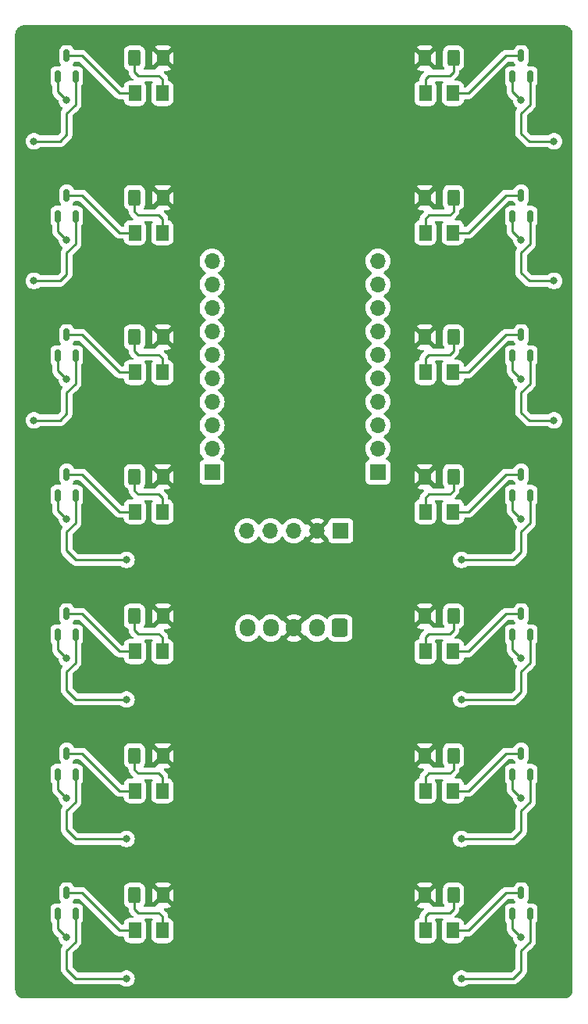
<source format=gtl>
G04 #@! TF.GenerationSoftware,KiCad,Pcbnew,7.0.10*
G04 #@! TF.CreationDate,2024-03-06T22:22:37-05:00*
G04 #@! TF.ProjectId,Alarm_lights,416c6172-6d5f-46c6-9967-6874732e6b69,1.0.1*
G04 #@! TF.SameCoordinates,Original*
G04 #@! TF.FileFunction,Copper,L1,Top*
G04 #@! TF.FilePolarity,Positive*
%FSLAX46Y46*%
G04 Gerber Fmt 4.6, Leading zero omitted, Abs format (unit mm)*
G04 Created by KiCad (PCBNEW 7.0.10) date 2024-03-06 22:22:37*
%MOMM*%
%LPD*%
G01*
G04 APERTURE LIST*
G04 Aperture macros list*
%AMRoundRect*
0 Rectangle with rounded corners*
0 $1 Rounding radius*
0 $2 $3 $4 $5 $6 $7 $8 $9 X,Y pos of 4 corners*
0 Add a 4 corners polygon primitive as box body*
4,1,4,$2,$3,$4,$5,$6,$7,$8,$9,$2,$3,0*
0 Add four circle primitives for the rounded corners*
1,1,$1+$1,$2,$3*
1,1,$1+$1,$4,$5*
1,1,$1+$1,$6,$7*
1,1,$1+$1,$8,$9*
0 Add four rect primitives between the rounded corners*
20,1,$1+$1,$2,$3,$4,$5,0*
20,1,$1+$1,$4,$5,$6,$7,0*
20,1,$1+$1,$6,$7,$8,$9,0*
20,1,$1+$1,$8,$9,$2,$3,0*%
G04 Aperture macros list end*
G04 #@! TA.AperFunction,SMDPad,CuDef*
%ADD10RoundRect,0.150000X0.150000X-0.512500X0.150000X0.512500X-0.150000X0.512500X-0.150000X-0.512500X0*%
G04 #@! TD*
G04 #@! TA.AperFunction,SMDPad,CuDef*
%ADD11RoundRect,0.250001X0.462499X0.624999X-0.462499X0.624999X-0.462499X-0.624999X0.462499X-0.624999X0*%
G04 #@! TD*
G04 #@! TA.AperFunction,SMDPad,CuDef*
%ADD12RoundRect,0.250000X0.400000X0.625000X-0.400000X0.625000X-0.400000X-0.625000X0.400000X-0.625000X0*%
G04 #@! TD*
G04 #@! TA.AperFunction,SMDPad,CuDef*
%ADD13RoundRect,0.250000X-0.400000X-0.625000X0.400000X-0.625000X0.400000X0.625000X-0.400000X0.625000X0*%
G04 #@! TD*
G04 #@! TA.AperFunction,SMDPad,CuDef*
%ADD14RoundRect,0.250001X-0.462499X-0.624999X0.462499X-0.624999X0.462499X0.624999X-0.462499X0.624999X0*%
G04 #@! TD*
G04 #@! TA.AperFunction,ComponentPad*
%ADD15R,1.700000X1.700000*%
G04 #@! TD*
G04 #@! TA.AperFunction,ComponentPad*
%ADD16O,1.700000X1.700000*%
G04 #@! TD*
G04 #@! TA.AperFunction,ComponentPad*
%ADD17RoundRect,0.250000X0.600000X0.725000X-0.600000X0.725000X-0.600000X-0.725000X0.600000X-0.725000X0*%
G04 #@! TD*
G04 #@! TA.AperFunction,ComponentPad*
%ADD18O,1.700000X1.950000*%
G04 #@! TD*
G04 #@! TA.AperFunction,ViaPad*
%ADD19C,0.800000*%
G04 #@! TD*
G04 #@! TA.AperFunction,Conductor*
%ADD20C,0.250000*%
G04 #@! TD*
G04 APERTURE END LIST*
D10*
X29530000Y-75686500D03*
X31430000Y-75686500D03*
X30480000Y-73411500D03*
D11*
X72353500Y-77470000D03*
X69378500Y-77470000D03*
D10*
X29530000Y-30347500D03*
X31430000Y-30347500D03*
X30480000Y-28072500D03*
X78806000Y-90799500D03*
X80706000Y-90799500D03*
X79756000Y-88524500D03*
X78806000Y-105912500D03*
X80706000Y-105912500D03*
X79756000Y-103637500D03*
D12*
X40920000Y-73660000D03*
X37820000Y-73660000D03*
D10*
X78806000Y-45460500D03*
X80706000Y-45460500D03*
X79756000Y-43185500D03*
D11*
X72353500Y-92583000D03*
X69378500Y-92583000D03*
D13*
X69316000Y-88773000D03*
X72416000Y-88773000D03*
D14*
X37882500Y-122809000D03*
X40857500Y-122809000D03*
X37882500Y-47244000D03*
X40857500Y-47244000D03*
X37882500Y-32131000D03*
X40857500Y-32131000D03*
D11*
X72353500Y-32131000D03*
X69378500Y-32131000D03*
D13*
X69316000Y-28321000D03*
X72416000Y-28321000D03*
D12*
X40920000Y-58547000D03*
X37820000Y-58547000D03*
D13*
X69316000Y-103886000D03*
X72416000Y-103886000D03*
D10*
X29530000Y-45460500D03*
X31430000Y-45460500D03*
X30480000Y-43185500D03*
D11*
X72353500Y-107696000D03*
X69378500Y-107696000D03*
D10*
X29530000Y-121025500D03*
X31430000Y-121025500D03*
X30480000Y-118750500D03*
D13*
X69316000Y-58547000D03*
X72416000Y-58547000D03*
D14*
X37882500Y-107696000D03*
X40857500Y-107696000D03*
D10*
X78806000Y-30347500D03*
X80706000Y-30347500D03*
X79756000Y-28072500D03*
D13*
X69316000Y-73660000D03*
X72416000Y-73660000D03*
D12*
X40920000Y-43434000D03*
X37820000Y-43434000D03*
D10*
X78806000Y-60573500D03*
X80706000Y-60573500D03*
X79756000Y-58298500D03*
X29530000Y-90799500D03*
X31430000Y-90799500D03*
X30480000Y-88524500D03*
D13*
X69316000Y-118999000D03*
X72416000Y-118999000D03*
D11*
X72353500Y-47244000D03*
X69378500Y-47244000D03*
D12*
X40920000Y-28321000D03*
X37820000Y-28321000D03*
D14*
X37882500Y-92583000D03*
X40857500Y-92583000D03*
D10*
X78806000Y-121025500D03*
X80706000Y-121025500D03*
X79756000Y-118750500D03*
D12*
X40920000Y-88773000D03*
X37820000Y-88773000D03*
D13*
X69316000Y-43434000D03*
X72416000Y-43434000D03*
D14*
X37882500Y-77470000D03*
X40857500Y-77470000D03*
D10*
X78806000Y-75686500D03*
X80706000Y-75686500D03*
X79756000Y-73411500D03*
D12*
X40920000Y-118999000D03*
X37820000Y-118999000D03*
D11*
X72353500Y-62357000D03*
X69378500Y-62357000D03*
D12*
X40920000Y-103886000D03*
X37820000Y-103886000D03*
D10*
X29530000Y-60573500D03*
X31430000Y-60573500D03*
X30480000Y-58298500D03*
D11*
X72353500Y-122809000D03*
X69378500Y-122809000D03*
D14*
X37882500Y-62357000D03*
X40857500Y-62357000D03*
D10*
X29530000Y-105912500D03*
X31430000Y-105912500D03*
X30480000Y-103637500D03*
D15*
X60198000Y-79502000D03*
D16*
X57658000Y-79502000D03*
X55118000Y-79502000D03*
X52578000Y-79502000D03*
X50038000Y-79502000D03*
D15*
X46238000Y-73177000D03*
D16*
X46238000Y-70637000D03*
X46238000Y-68097000D03*
X46238000Y-65557000D03*
X46238000Y-63017000D03*
X46238000Y-60477000D03*
X46238000Y-57937000D03*
X46238000Y-55397000D03*
X46238000Y-52857000D03*
X46238000Y-50317000D03*
D17*
X60118000Y-90043000D03*
D18*
X57618000Y-90043000D03*
X55118000Y-90043000D03*
X52618000Y-90043000D03*
X50118000Y-90043000D03*
D15*
X64218000Y-73157000D03*
D16*
X64218000Y-70617000D03*
X64218000Y-68077000D03*
X64218000Y-65537000D03*
X64218000Y-62997000D03*
X64218000Y-60457000D03*
X64218000Y-57917000D03*
X64218000Y-55377000D03*
X64218000Y-52837000D03*
X64218000Y-50297000D03*
D19*
X30480000Y-48006000D03*
X30480000Y-63119000D03*
X30480000Y-78232000D03*
X30480000Y-93345000D03*
X79756000Y-32893000D03*
X79756000Y-48006000D03*
X79756000Y-63119000D03*
X79756000Y-78232000D03*
X79756000Y-93345000D03*
X79756000Y-108458000D03*
X30480000Y-32893000D03*
X79756000Y-123571000D03*
X30480000Y-123571000D03*
X36957000Y-97790000D03*
X26924000Y-67564000D03*
X36957000Y-128016000D03*
X83312000Y-37338000D03*
X26924000Y-37338000D03*
X73279000Y-112903000D03*
X26924000Y-52451000D03*
X83312000Y-67564000D03*
X83312000Y-52451000D03*
X73279000Y-97790000D03*
X73279000Y-82677000D03*
X36957000Y-112903000D03*
X36957000Y-82677000D03*
X73279000Y-128016000D03*
X30480000Y-108458000D03*
D20*
X72009000Y-90678000D02*
X72416000Y-90271000D01*
X69378500Y-91059000D02*
X69759500Y-90678000D01*
X69378500Y-92583000D02*
X69378500Y-91059000D01*
X72009000Y-90678000D02*
X69759500Y-90678000D01*
X72416000Y-90271000D02*
X72416000Y-88773000D01*
X29530000Y-47056000D02*
X30480000Y-48006000D01*
X29530000Y-45460500D02*
X29530000Y-47056000D01*
X40857500Y-45720000D02*
X40476500Y-45339000D01*
X40857500Y-47244000D02*
X40857500Y-45720000D01*
X38227000Y-45339000D02*
X37820000Y-44932000D01*
X37820000Y-44932000D02*
X37820000Y-43434000D01*
X38227000Y-45339000D02*
X40476500Y-45339000D01*
X29530000Y-62169000D02*
X30480000Y-63119000D01*
X29530000Y-60573500D02*
X29530000Y-62169000D01*
X37820000Y-60045000D02*
X37820000Y-58547000D01*
X38227000Y-60452000D02*
X40476500Y-60452000D01*
X40857500Y-60833000D02*
X40476500Y-60452000D01*
X40857500Y-62357000D02*
X40857500Y-60833000D01*
X38227000Y-60452000D02*
X37820000Y-60045000D01*
X29530000Y-75686500D02*
X29530000Y-77282000D01*
X29530000Y-77282000D02*
X30480000Y-78232000D01*
X38227000Y-75565000D02*
X37820000Y-75158000D01*
X40857500Y-77470000D02*
X40857500Y-75946000D01*
X37820000Y-75158000D02*
X37820000Y-73660000D01*
X40857500Y-75946000D02*
X40476500Y-75565000D01*
X38227000Y-75565000D02*
X40476500Y-75565000D01*
X40857500Y-107696000D02*
X40857500Y-106172000D01*
X37820000Y-105384000D02*
X37820000Y-103886000D01*
X40857500Y-106172000D02*
X40476500Y-105791000D01*
X38227000Y-105791000D02*
X40476500Y-105791000D01*
X38227000Y-105791000D02*
X37820000Y-105384000D01*
X29530000Y-92395000D02*
X30480000Y-93345000D01*
X29530000Y-90799500D02*
X29530000Y-92395000D01*
X38227000Y-90678000D02*
X37820000Y-90271000D01*
X40857500Y-92583000D02*
X40857500Y-91059000D01*
X38227000Y-90678000D02*
X40476500Y-90678000D01*
X40857500Y-91059000D02*
X40476500Y-90678000D01*
X37820000Y-90271000D02*
X37820000Y-88773000D01*
X78806000Y-30347500D02*
X78806000Y-31943000D01*
X78806000Y-31943000D02*
X79756000Y-32893000D01*
X38227000Y-120904000D02*
X40476500Y-120904000D01*
X38227000Y-120904000D02*
X37820000Y-120497000D01*
X37820000Y-120497000D02*
X37820000Y-118999000D01*
X40857500Y-122809000D02*
X40857500Y-121285000D01*
X40857500Y-121285000D02*
X40476500Y-120904000D01*
X78806000Y-45460500D02*
X78806000Y-47056000D01*
X78806000Y-47056000D02*
X79756000Y-48006000D01*
X72009000Y-30226000D02*
X72416000Y-29819000D01*
X72009000Y-30226000D02*
X69759500Y-30226000D01*
X69378500Y-32131000D02*
X69378500Y-30607000D01*
X72416000Y-29819000D02*
X72416000Y-28321000D01*
X69378500Y-30607000D02*
X69759500Y-30226000D01*
X78806000Y-62169000D02*
X79756000Y-63119000D01*
X78806000Y-60573500D02*
X78806000Y-62169000D01*
X69378500Y-47244000D02*
X69378500Y-45720000D01*
X72009000Y-45339000D02*
X69759500Y-45339000D01*
X72416000Y-44932000D02*
X72416000Y-43434000D01*
X69378500Y-45720000D02*
X69759500Y-45339000D01*
X72009000Y-45339000D02*
X72416000Y-44932000D01*
X78806000Y-77282000D02*
X79756000Y-78232000D01*
X78806000Y-75686500D02*
X78806000Y-77282000D01*
X69378500Y-60833000D02*
X69759500Y-60452000D01*
X72009000Y-60452000D02*
X69759500Y-60452000D01*
X69378500Y-62357000D02*
X69378500Y-60833000D01*
X72416000Y-60045000D02*
X72416000Y-58547000D01*
X72009000Y-60452000D02*
X72416000Y-60045000D01*
X78806000Y-92395000D02*
X79756000Y-93345000D01*
X78806000Y-90799500D02*
X78806000Y-92395000D01*
X72009000Y-75565000D02*
X69759500Y-75565000D01*
X69378500Y-77470000D02*
X69378500Y-75946000D01*
X72416000Y-75158000D02*
X72416000Y-73660000D01*
X72009000Y-75565000D02*
X72416000Y-75158000D01*
X69378500Y-75946000D02*
X69759500Y-75565000D01*
X78806000Y-107508000D02*
X79756000Y-108458000D01*
X78806000Y-105912500D02*
X78806000Y-107508000D01*
X29530000Y-30347500D02*
X29530000Y-31943000D01*
X29530000Y-31943000D02*
X30480000Y-32893000D01*
X38227000Y-30226000D02*
X40476500Y-30226000D01*
X40857500Y-32131000D02*
X40857500Y-30607000D01*
X40857500Y-30607000D02*
X40476500Y-30226000D01*
X37820000Y-29819000D02*
X37820000Y-28321000D01*
X38227000Y-30226000D02*
X37820000Y-29819000D01*
X78806000Y-122621000D02*
X79756000Y-123571000D01*
X78806000Y-121025500D02*
X78806000Y-122621000D01*
X29530000Y-121025500D02*
X29530000Y-122621000D01*
X29530000Y-122621000D02*
X30480000Y-123571000D01*
X30480000Y-28072500D02*
X32136500Y-28072500D01*
X36195000Y-32131000D02*
X37882500Y-32131000D01*
X32136500Y-28072500D02*
X36195000Y-32131000D01*
X30480000Y-43185500D02*
X32136500Y-43185500D01*
X36195000Y-47244000D02*
X37882500Y-47244000D01*
X32136500Y-43185500D02*
X36195000Y-47244000D01*
X36195000Y-62357000D02*
X37882500Y-62357000D01*
X32136500Y-58298500D02*
X36195000Y-62357000D01*
X30480000Y-58298500D02*
X32136500Y-58298500D01*
X30480000Y-73411500D02*
X32136500Y-73411500D01*
X36195000Y-77470000D02*
X37882500Y-77470000D01*
X32136500Y-73411500D02*
X36195000Y-77470000D01*
X32136500Y-88524500D02*
X36195000Y-92583000D01*
X30480000Y-88524500D02*
X32136500Y-88524500D01*
X36195000Y-92583000D02*
X37882500Y-92583000D01*
X32136500Y-103637500D02*
X36195000Y-107696000D01*
X30480000Y-103637500D02*
X32136500Y-103637500D01*
X36195000Y-107696000D02*
X37882500Y-107696000D01*
X36195000Y-122809000D02*
X37882500Y-122809000D01*
X32136500Y-118750500D02*
X36195000Y-122809000D01*
X30480000Y-118750500D02*
X32136500Y-118750500D01*
X74041000Y-32131000D02*
X72353500Y-32131000D01*
X79756000Y-28072500D02*
X78099500Y-28072500D01*
X78099500Y-28072500D02*
X74041000Y-32131000D01*
X74041000Y-47244000D02*
X72353500Y-47244000D01*
X78099500Y-43185500D02*
X74041000Y-47244000D01*
X79756000Y-43185500D02*
X78099500Y-43185500D01*
X78099500Y-73411500D02*
X74041000Y-77470000D01*
X79756000Y-73411500D02*
X78099500Y-73411500D01*
X74041000Y-77470000D02*
X72353500Y-77470000D01*
X78099500Y-88524500D02*
X74041000Y-92583000D01*
X79756000Y-88524500D02*
X78099500Y-88524500D01*
X74041000Y-92583000D02*
X72353500Y-92583000D01*
X79756000Y-58298500D02*
X78099500Y-58298500D01*
X78099500Y-58298500D02*
X74041000Y-62357000D01*
X74041000Y-62357000D02*
X72353500Y-62357000D01*
X80706000Y-124018000D02*
X79756000Y-124968000D01*
X31430000Y-63566000D02*
X30480000Y-64516000D01*
X80706000Y-60573500D02*
X80706000Y-63566000D01*
X30480000Y-49403000D02*
X30480000Y-51715000D01*
X78893000Y-112903000D02*
X73279000Y-112903000D01*
X31430000Y-93792000D02*
X30480000Y-94742000D01*
X83312000Y-67564000D02*
X80619000Y-67564000D01*
X30480000Y-36602000D02*
X29744000Y-37338000D01*
X31430000Y-45460500D02*
X31430000Y-48453000D01*
X79756000Y-109855000D02*
X79756000Y-112040000D01*
X80706000Y-121025500D02*
X80706000Y-124018000D01*
X30480000Y-51715000D02*
X29744000Y-52451000D01*
X29744000Y-37338000D02*
X26924000Y-37338000D01*
X31430000Y-90799500D02*
X31430000Y-93792000D01*
X80706000Y-75686500D02*
X80706000Y-78679000D01*
X78893000Y-82677000D02*
X73279000Y-82677000D01*
X30480000Y-124968000D02*
X30480000Y-127000000D01*
X80619000Y-67564000D02*
X79756000Y-66701000D01*
X80619000Y-37338000D02*
X79756000Y-36475000D01*
X31430000Y-105912500D02*
X31430000Y-108905000D01*
X31496000Y-97790000D02*
X36957000Y-97790000D01*
X30480000Y-127000000D02*
X31496000Y-128016000D01*
X31430000Y-108905000D02*
X30480000Y-109855000D01*
X80706000Y-30347500D02*
X80706000Y-33340000D01*
X79756000Y-64516000D02*
X79756000Y-66701000D01*
X31430000Y-48453000D02*
X30480000Y-49403000D01*
X30480000Y-94742000D02*
X30480000Y-96774000D01*
X79756000Y-127153000D02*
X78893000Y-128016000D01*
X30480000Y-66828000D02*
X29744000Y-67564000D01*
X79756000Y-96927000D02*
X78893000Y-97790000D01*
X83312000Y-37338000D02*
X80619000Y-37338000D01*
X31430000Y-75686500D02*
X31430000Y-78679000D01*
X31430000Y-60573500D02*
X31430000Y-63566000D01*
X80706000Y-63566000D02*
X79756000Y-64516000D01*
X80619000Y-52451000D02*
X79756000Y-51588000D01*
X79756000Y-81814000D02*
X78893000Y-82677000D01*
X78893000Y-97790000D02*
X73279000Y-97790000D01*
X79756000Y-49403000D02*
X79756000Y-51588000D01*
X79756000Y-34290000D02*
X79756000Y-36475000D01*
X31496000Y-82677000D02*
X36957000Y-82677000D01*
X31430000Y-78679000D02*
X30480000Y-79629000D01*
X80706000Y-105912500D02*
X80706000Y-108905000D01*
X80706000Y-48453000D02*
X79756000Y-49403000D01*
X80706000Y-108905000D02*
X79756000Y-109855000D01*
X30480000Y-81661000D02*
X31496000Y-82677000D01*
X80706000Y-78679000D02*
X79756000Y-79629000D01*
X30480000Y-109855000D02*
X30480000Y-111887000D01*
X30480000Y-96774000D02*
X31496000Y-97790000D01*
X83312000Y-52451000D02*
X80619000Y-52451000D01*
X78893000Y-128016000D02*
X73279000Y-128016000D01*
X79756000Y-79629000D02*
X79756000Y-81814000D01*
X80706000Y-33340000D02*
X79756000Y-34290000D01*
X30480000Y-34290000D02*
X30480000Y-36602000D01*
X79756000Y-112040000D02*
X78893000Y-112903000D01*
X31430000Y-121025500D02*
X31430000Y-124018000D01*
X30480000Y-79629000D02*
X30480000Y-81661000D01*
X79756000Y-94742000D02*
X79756000Y-96927000D01*
X29744000Y-52451000D02*
X26924000Y-52451000D01*
X31496000Y-128016000D02*
X36957000Y-128016000D01*
X79756000Y-124968000D02*
X79756000Y-127153000D01*
X30480000Y-111887000D02*
X31496000Y-112903000D01*
X31496000Y-112903000D02*
X36957000Y-112903000D01*
X30480000Y-64516000D02*
X30480000Y-66828000D01*
X31430000Y-30347500D02*
X31430000Y-33340000D01*
X80706000Y-90799500D02*
X80706000Y-93792000D01*
X80706000Y-93792000D02*
X79756000Y-94742000D01*
X31430000Y-124018000D02*
X30480000Y-124968000D01*
X80706000Y-45460500D02*
X80706000Y-48453000D01*
X31430000Y-33340000D02*
X30480000Y-34290000D01*
X29744000Y-67564000D02*
X26924000Y-67564000D01*
X72009000Y-105791000D02*
X72416000Y-105384000D01*
X72009000Y-105791000D02*
X69759500Y-105791000D01*
X72416000Y-105384000D02*
X72416000Y-103886000D01*
X69378500Y-106172000D02*
X69759500Y-105791000D01*
X69378500Y-107696000D02*
X69378500Y-106172000D01*
X69378500Y-122809000D02*
X69378500Y-121285000D01*
X69378500Y-121285000D02*
X69759500Y-120904000D01*
X72009000Y-120904000D02*
X72416000Y-120497000D01*
X72009000Y-120904000D02*
X69759500Y-120904000D01*
X72416000Y-120497000D02*
X72416000Y-118999000D01*
X29530000Y-107508000D02*
X30480000Y-108458000D01*
X29530000Y-105912500D02*
X29530000Y-107508000D01*
X78099500Y-103637500D02*
X74041000Y-107696000D01*
X79756000Y-103637500D02*
X78099500Y-103637500D01*
X74041000Y-107696000D02*
X72353500Y-107696000D01*
X79756000Y-118750500D02*
X78099500Y-118750500D01*
X78099500Y-118750500D02*
X74041000Y-122809000D01*
X74041000Y-122809000D02*
X72353500Y-122809000D01*
G04 #@! TA.AperFunction,Conductor*
G36*
X84365394Y-24765972D02*
G01*
X84394918Y-24768555D01*
X84519977Y-24779496D01*
X84541257Y-24783248D01*
X84658947Y-24814782D01*
X84685897Y-24822004D01*
X84706209Y-24829397D01*
X84774063Y-24861038D01*
X84841920Y-24892680D01*
X84860636Y-24903486D01*
X84983295Y-24989372D01*
X84999853Y-25003266D01*
X85105733Y-25109146D01*
X85119627Y-25125704D01*
X85205513Y-25248363D01*
X85216320Y-25267081D01*
X85279602Y-25402790D01*
X85286995Y-25423102D01*
X85325750Y-25567739D01*
X85329503Y-25589024D01*
X85343028Y-25743605D01*
X85343500Y-25754413D01*
X85343500Y-129185586D01*
X85343028Y-129196394D01*
X85329503Y-129350975D01*
X85325750Y-129372260D01*
X85286995Y-129516897D01*
X85279602Y-129537209D01*
X85216320Y-129672918D01*
X85205513Y-129691636D01*
X85119627Y-129814295D01*
X85105733Y-129830853D01*
X84999853Y-129936733D01*
X84983295Y-129950627D01*
X84860636Y-130036513D01*
X84841918Y-130047320D01*
X84706209Y-130110602D01*
X84685897Y-130117995D01*
X84541260Y-130156750D01*
X84519975Y-130160503D01*
X84365395Y-130174028D01*
X84354587Y-130174500D01*
X25881413Y-130174500D01*
X25870605Y-130174028D01*
X25716024Y-130160503D01*
X25694739Y-130156750D01*
X25550102Y-130117995D01*
X25529790Y-130110602D01*
X25394081Y-130047320D01*
X25375363Y-130036513D01*
X25252704Y-129950627D01*
X25236146Y-129936733D01*
X25130266Y-129830853D01*
X25116372Y-129814295D01*
X25030486Y-129691636D01*
X25019679Y-129672918D01*
X24956397Y-129537209D01*
X24949004Y-129516897D01*
X24910249Y-129372260D01*
X24906496Y-129350974D01*
X24892972Y-129196393D01*
X24892500Y-129185586D01*
X24892500Y-121603701D01*
X28729500Y-121603701D01*
X28732401Y-121640567D01*
X28732402Y-121640573D01*
X28778254Y-121798393D01*
X28778255Y-121798396D01*
X28778256Y-121798398D01*
X28861919Y-121939865D01*
X28868179Y-121946125D01*
X28901665Y-122007445D01*
X28904500Y-122033808D01*
X28904500Y-122538255D01*
X28902775Y-122553872D01*
X28903061Y-122553899D01*
X28902326Y-122561665D01*
X28904439Y-122628872D01*
X28904500Y-122632767D01*
X28904500Y-122660357D01*
X28905003Y-122664335D01*
X28905918Y-122675967D01*
X28907290Y-122719624D01*
X28907291Y-122719627D01*
X28912880Y-122738867D01*
X28916824Y-122757911D01*
X28919336Y-122777792D01*
X28935414Y-122818403D01*
X28939197Y-122829452D01*
X28951381Y-122871388D01*
X28961580Y-122888634D01*
X28970138Y-122906103D01*
X28977514Y-122924732D01*
X29003181Y-122960060D01*
X29009593Y-122969821D01*
X29031828Y-123007417D01*
X29031833Y-123007424D01*
X29045990Y-123021580D01*
X29058628Y-123036376D01*
X29070405Y-123052586D01*
X29070406Y-123052587D01*
X29104057Y-123080425D01*
X29112698Y-123088288D01*
X29541038Y-123516629D01*
X29574523Y-123577952D01*
X29576678Y-123591348D01*
X29584968Y-123670227D01*
X29594326Y-123759256D01*
X29594327Y-123759259D01*
X29652818Y-123939277D01*
X29652821Y-123939284D01*
X29747467Y-124103216D01*
X29874129Y-124243888D01*
X29942394Y-124293485D01*
X30014637Y-124345973D01*
X30057302Y-124401303D01*
X30063281Y-124470917D01*
X30032336Y-124530969D01*
X30032293Y-124531015D01*
X30029391Y-124534016D01*
X30009889Y-124553517D01*
X30009875Y-124553534D01*
X30007407Y-124556715D01*
X29999843Y-124565570D01*
X29969937Y-124597418D01*
X29969936Y-124597420D01*
X29960284Y-124614976D01*
X29949610Y-124631226D01*
X29937329Y-124647061D01*
X29937324Y-124647068D01*
X29919975Y-124687158D01*
X29914838Y-124697644D01*
X29893803Y-124735906D01*
X29888822Y-124755307D01*
X29882521Y-124773710D01*
X29874562Y-124792102D01*
X29874561Y-124792105D01*
X29867728Y-124835243D01*
X29865360Y-124846674D01*
X29854501Y-124888971D01*
X29854500Y-124888982D01*
X29854500Y-124909016D01*
X29852973Y-124928415D01*
X29849840Y-124948194D01*
X29849840Y-124948195D01*
X29853950Y-124991674D01*
X29854500Y-125003343D01*
X29854500Y-126917255D01*
X29852775Y-126932872D01*
X29853061Y-126932899D01*
X29852326Y-126940665D01*
X29854439Y-127007872D01*
X29854500Y-127011767D01*
X29854500Y-127039357D01*
X29855003Y-127043335D01*
X29855918Y-127054967D01*
X29857290Y-127098624D01*
X29857291Y-127098627D01*
X29862880Y-127117867D01*
X29866824Y-127136911D01*
X29869091Y-127154855D01*
X29869336Y-127156792D01*
X29885414Y-127197403D01*
X29889197Y-127208452D01*
X29901381Y-127250388D01*
X29911580Y-127267634D01*
X29920138Y-127285103D01*
X29927514Y-127303732D01*
X29953181Y-127339060D01*
X29959593Y-127348821D01*
X29981828Y-127386417D01*
X29981833Y-127386424D01*
X29995990Y-127400580D01*
X30008628Y-127415376D01*
X30020405Y-127431586D01*
X30020406Y-127431587D01*
X30054057Y-127459425D01*
X30062698Y-127467288D01*
X30995197Y-128399788D01*
X31005022Y-128412051D01*
X31005243Y-128411869D01*
X31010211Y-128417874D01*
X31059222Y-128463899D01*
X31062021Y-128466612D01*
X31081522Y-128486114D01*
X31081526Y-128486117D01*
X31081529Y-128486120D01*
X31084702Y-128488581D01*
X31093574Y-128496159D01*
X31125418Y-128526062D01*
X31142976Y-128535714D01*
X31159233Y-128546393D01*
X31175064Y-128558673D01*
X31204803Y-128571542D01*
X31215152Y-128576021D01*
X31225641Y-128581160D01*
X31249457Y-128594252D01*
X31263908Y-128602197D01*
X31276523Y-128605435D01*
X31283305Y-128607177D01*
X31301719Y-128613481D01*
X31320104Y-128621438D01*
X31363261Y-128628273D01*
X31374656Y-128630632D01*
X31416981Y-128641500D01*
X31437016Y-128641500D01*
X31456413Y-128643026D01*
X31476196Y-128646160D01*
X31519675Y-128642050D01*
X31531344Y-128641500D01*
X36253252Y-128641500D01*
X36320291Y-128661185D01*
X36345400Y-128682526D01*
X36351126Y-128688885D01*
X36351130Y-128688889D01*
X36504265Y-128800148D01*
X36504270Y-128800151D01*
X36677192Y-128877142D01*
X36677197Y-128877144D01*
X36862354Y-128916500D01*
X36862355Y-128916500D01*
X37051644Y-128916500D01*
X37051646Y-128916500D01*
X37236803Y-128877144D01*
X37409730Y-128800151D01*
X37562871Y-128688888D01*
X37689533Y-128548216D01*
X37784179Y-128384284D01*
X37842674Y-128204256D01*
X37862460Y-128016000D01*
X37842674Y-127827744D01*
X37784179Y-127647716D01*
X37689533Y-127483784D01*
X37562871Y-127343112D01*
X37562870Y-127343111D01*
X37409734Y-127231851D01*
X37409729Y-127231848D01*
X37236807Y-127154857D01*
X37236802Y-127154855D01*
X37089316Y-127123507D01*
X37051646Y-127115500D01*
X36862354Y-127115500D01*
X36829897Y-127122398D01*
X36677197Y-127154855D01*
X36677192Y-127154857D01*
X36504270Y-127231848D01*
X36504265Y-127231851D01*
X36351130Y-127343110D01*
X36351126Y-127343114D01*
X36345400Y-127349474D01*
X36285913Y-127386121D01*
X36253252Y-127390500D01*
X31806452Y-127390500D01*
X31739413Y-127370815D01*
X31718771Y-127354181D01*
X31141819Y-126777228D01*
X31108334Y-126715905D01*
X31105500Y-126689547D01*
X31105500Y-125278452D01*
X31125185Y-125211413D01*
X31141819Y-125190771D01*
X31443619Y-124888971D01*
X31813788Y-124518801D01*
X31826042Y-124508986D01*
X31825859Y-124508764D01*
X31831868Y-124503791D01*
X31831877Y-124503786D01*
X31877949Y-124454722D01*
X31880566Y-124452023D01*
X31900120Y-124432471D01*
X31902576Y-124429303D01*
X31910156Y-124420427D01*
X31940062Y-124388582D01*
X31949715Y-124371020D01*
X31960389Y-124354770D01*
X31972673Y-124338936D01*
X31990019Y-124298850D01*
X31995157Y-124288362D01*
X32016196Y-124250093D01*
X32016197Y-124250092D01*
X32021177Y-124230691D01*
X32027478Y-124212288D01*
X32035438Y-124193896D01*
X32042272Y-124150741D01*
X32044635Y-124139331D01*
X32055500Y-124097019D01*
X32055500Y-124076983D01*
X32057027Y-124057582D01*
X32060160Y-124037804D01*
X32056050Y-123994324D01*
X32055500Y-123982655D01*
X32055500Y-122033808D01*
X32075185Y-121966769D01*
X32091817Y-121946128D01*
X32098081Y-121939865D01*
X32181744Y-121798398D01*
X32227598Y-121640569D01*
X32230500Y-121603694D01*
X32230500Y-120447306D01*
X32227598Y-120410431D01*
X32226261Y-120405830D01*
X32181745Y-120252606D01*
X32181744Y-120252603D01*
X32181744Y-120252602D01*
X32098081Y-120111135D01*
X32098079Y-120111133D01*
X32098076Y-120111129D01*
X31981870Y-119994923D01*
X31981862Y-119994917D01*
X31840396Y-119911255D01*
X31840393Y-119911254D01*
X31682573Y-119865402D01*
X31682567Y-119865401D01*
X31645701Y-119862500D01*
X31645694Y-119862500D01*
X31247895Y-119862500D01*
X31180856Y-119842815D01*
X31135101Y-119790011D01*
X31125157Y-119720853D01*
X31145671Y-119672503D01*
X31144110Y-119671580D01*
X31231743Y-119523399D01*
X31231744Y-119523398D01*
X31241764Y-119488908D01*
X31248593Y-119465405D01*
X31286199Y-119406519D01*
X31349672Y-119377313D01*
X31367669Y-119376000D01*
X31826048Y-119376000D01*
X31893087Y-119395685D01*
X31913729Y-119412319D01*
X35694194Y-123192784D01*
X35704019Y-123205048D01*
X35704240Y-123204866D01*
X35709210Y-123210874D01*
X35758239Y-123256915D01*
X35761036Y-123259626D01*
X35780530Y-123279120D01*
X35783695Y-123281575D01*
X35792571Y-123289156D01*
X35824418Y-123319062D01*
X35824422Y-123319064D01*
X35841973Y-123328713D01*
X35858231Y-123339392D01*
X35874064Y-123351674D01*
X35909410Y-123366968D01*
X35914155Y-123369022D01*
X35924635Y-123374155D01*
X35962908Y-123395197D01*
X35982312Y-123400179D01*
X36000710Y-123406478D01*
X36019105Y-123414438D01*
X36062254Y-123421271D01*
X36073680Y-123423638D01*
X36115981Y-123434500D01*
X36136016Y-123434500D01*
X36155413Y-123436026D01*
X36175196Y-123439160D01*
X36218675Y-123435050D01*
X36230344Y-123434500D01*
X36552465Y-123434500D01*
X36619504Y-123454185D01*
X36665259Y-123506989D01*
X36675823Y-123545898D01*
X36680000Y-123586794D01*
X36680001Y-123586796D01*
X36735186Y-123753335D01*
X36735187Y-123753337D01*
X36827286Y-123902651D01*
X36827289Y-123902655D01*
X36951344Y-124026710D01*
X36951348Y-124026713D01*
X37100662Y-124118812D01*
X37100664Y-124118813D01*
X37100666Y-124118814D01*
X37267203Y-124173999D01*
X37369992Y-124184500D01*
X37369997Y-124184500D01*
X38395003Y-124184500D01*
X38395008Y-124184500D01*
X38497797Y-124173999D01*
X38664334Y-124118814D01*
X38813655Y-124026711D01*
X38937711Y-123902655D01*
X39029814Y-123753334D01*
X39084999Y-123586797D01*
X39095500Y-123484008D01*
X39095500Y-122133992D01*
X39084999Y-122031203D01*
X39029814Y-121864666D01*
X38939717Y-121718597D01*
X38921276Y-121651205D01*
X38942198Y-121584542D01*
X38995840Y-121539772D01*
X39045255Y-121529500D01*
X39694745Y-121529500D01*
X39761784Y-121549185D01*
X39807539Y-121601989D01*
X39817483Y-121671147D01*
X39800283Y-121718597D01*
X39710187Y-121864663D01*
X39710186Y-121864664D01*
X39655001Y-122031203D01*
X39655000Y-122031204D01*
X39644500Y-122133984D01*
X39644500Y-123484015D01*
X39655000Y-123586795D01*
X39655001Y-123586796D01*
X39710186Y-123753335D01*
X39710187Y-123753337D01*
X39802286Y-123902651D01*
X39802289Y-123902655D01*
X39926344Y-124026710D01*
X39926348Y-124026713D01*
X40075662Y-124118812D01*
X40075664Y-124118813D01*
X40075666Y-124118814D01*
X40242203Y-124173999D01*
X40344992Y-124184500D01*
X40344997Y-124184500D01*
X41370003Y-124184500D01*
X41370008Y-124184500D01*
X41472797Y-124173999D01*
X41639334Y-124118814D01*
X41788655Y-124026711D01*
X41912711Y-123902655D01*
X42004814Y-123753334D01*
X42059999Y-123586797D01*
X42070499Y-123484015D01*
X68165500Y-123484015D01*
X68176000Y-123586795D01*
X68176001Y-123586796D01*
X68231186Y-123753335D01*
X68231187Y-123753337D01*
X68323286Y-123902651D01*
X68323289Y-123902655D01*
X68447344Y-124026710D01*
X68447348Y-124026713D01*
X68596662Y-124118812D01*
X68596664Y-124118813D01*
X68596666Y-124118814D01*
X68763203Y-124173999D01*
X68865992Y-124184500D01*
X68865997Y-124184500D01*
X69891003Y-124184500D01*
X69891008Y-124184500D01*
X69993797Y-124173999D01*
X70160334Y-124118814D01*
X70309655Y-124026711D01*
X70433711Y-123902655D01*
X70525814Y-123753334D01*
X70580999Y-123586797D01*
X70591500Y-123484008D01*
X70591500Y-122133992D01*
X70580999Y-122031203D01*
X70525814Y-121864666D01*
X70435717Y-121718597D01*
X70417276Y-121651205D01*
X70438198Y-121584542D01*
X70491840Y-121539772D01*
X70541255Y-121529500D01*
X71190745Y-121529500D01*
X71257784Y-121549185D01*
X71303539Y-121601989D01*
X71313483Y-121671147D01*
X71296283Y-121718597D01*
X71206187Y-121864663D01*
X71206186Y-121864664D01*
X71151001Y-122031203D01*
X71151000Y-122031204D01*
X71140500Y-122133984D01*
X71140500Y-123484015D01*
X71151000Y-123586795D01*
X71151001Y-123586796D01*
X71206186Y-123753335D01*
X71206187Y-123753337D01*
X71298286Y-123902651D01*
X71298289Y-123902655D01*
X71422344Y-124026710D01*
X71422348Y-124026713D01*
X71571662Y-124118812D01*
X71571664Y-124118813D01*
X71571666Y-124118814D01*
X71738203Y-124173999D01*
X71840992Y-124184500D01*
X71840997Y-124184500D01*
X72866003Y-124184500D01*
X72866008Y-124184500D01*
X72968797Y-124173999D01*
X73135334Y-124118814D01*
X73284655Y-124026711D01*
X73408711Y-123902655D01*
X73500814Y-123753334D01*
X73555999Y-123586797D01*
X73560177Y-123545897D01*
X73586573Y-123481207D01*
X73643753Y-123441055D01*
X73683535Y-123434500D01*
X73958257Y-123434500D01*
X73973877Y-123436224D01*
X73973904Y-123435939D01*
X73981660Y-123436671D01*
X73981667Y-123436673D01*
X74048873Y-123434561D01*
X74052768Y-123434500D01*
X74080346Y-123434500D01*
X74080350Y-123434500D01*
X74084324Y-123433997D01*
X74095963Y-123433080D01*
X74139627Y-123431709D01*
X74158869Y-123426117D01*
X74177912Y-123422174D01*
X74197792Y-123419664D01*
X74238401Y-123403585D01*
X74249444Y-123399803D01*
X74291390Y-123387618D01*
X74308629Y-123377422D01*
X74326103Y-123368862D01*
X74344727Y-123361488D01*
X74344727Y-123361487D01*
X74344732Y-123361486D01*
X74380083Y-123335800D01*
X74389814Y-123329408D01*
X74427420Y-123307170D01*
X74441589Y-123292999D01*
X74456379Y-123280368D01*
X74472587Y-123268594D01*
X74500438Y-123234926D01*
X74508279Y-123226309D01*
X78322271Y-119412319D01*
X78383594Y-119378834D01*
X78409952Y-119376000D01*
X78868331Y-119376000D01*
X78935370Y-119395685D01*
X78981125Y-119448489D01*
X78987407Y-119465405D01*
X79004254Y-119523392D01*
X79004256Y-119523399D01*
X79091890Y-119671580D01*
X79090071Y-119672655D01*
X79111619Y-119727532D01*
X79097941Y-119796050D01*
X79049391Y-119846296D01*
X78988105Y-119862500D01*
X78590298Y-119862500D01*
X78553432Y-119865401D01*
X78553426Y-119865402D01*
X78395606Y-119911254D01*
X78395603Y-119911255D01*
X78254137Y-119994917D01*
X78254129Y-119994923D01*
X78137923Y-120111129D01*
X78137917Y-120111137D01*
X78054255Y-120252603D01*
X78054254Y-120252606D01*
X78008402Y-120410426D01*
X78008401Y-120410432D01*
X78005500Y-120447298D01*
X78005500Y-121603701D01*
X78008401Y-121640567D01*
X78008402Y-121640573D01*
X78054254Y-121798393D01*
X78054255Y-121798396D01*
X78054256Y-121798398D01*
X78137919Y-121939865D01*
X78144179Y-121946125D01*
X78177665Y-122007445D01*
X78180500Y-122033808D01*
X78180500Y-122538255D01*
X78178775Y-122553872D01*
X78179061Y-122553899D01*
X78178326Y-122561665D01*
X78180439Y-122628872D01*
X78180500Y-122632767D01*
X78180500Y-122660357D01*
X78181003Y-122664335D01*
X78181918Y-122675967D01*
X78183290Y-122719624D01*
X78183291Y-122719627D01*
X78188880Y-122738867D01*
X78192824Y-122757911D01*
X78195336Y-122777792D01*
X78211414Y-122818403D01*
X78215197Y-122829452D01*
X78227381Y-122871388D01*
X78237580Y-122888634D01*
X78246138Y-122906103D01*
X78253514Y-122924732D01*
X78279181Y-122960060D01*
X78285593Y-122969821D01*
X78307828Y-123007417D01*
X78307833Y-123007424D01*
X78321990Y-123021580D01*
X78334628Y-123036376D01*
X78346405Y-123052586D01*
X78346406Y-123052587D01*
X78380057Y-123080425D01*
X78388698Y-123088288D01*
X78817038Y-123516629D01*
X78850523Y-123577952D01*
X78852678Y-123591348D01*
X78860968Y-123670227D01*
X78870326Y-123759256D01*
X78870327Y-123759259D01*
X78928818Y-123939277D01*
X78928821Y-123939284D01*
X79023467Y-124103216D01*
X79150129Y-124243888D01*
X79218394Y-124293485D01*
X79290637Y-124345973D01*
X79333302Y-124401303D01*
X79339281Y-124470917D01*
X79308336Y-124530969D01*
X79308293Y-124531015D01*
X79305391Y-124534016D01*
X79285889Y-124553517D01*
X79285875Y-124553534D01*
X79283407Y-124556715D01*
X79275843Y-124565570D01*
X79245937Y-124597418D01*
X79245936Y-124597420D01*
X79236284Y-124614976D01*
X79225610Y-124631226D01*
X79213329Y-124647061D01*
X79213324Y-124647068D01*
X79195975Y-124687158D01*
X79190838Y-124697644D01*
X79169803Y-124735906D01*
X79164822Y-124755307D01*
X79158521Y-124773710D01*
X79150562Y-124792102D01*
X79150561Y-124792105D01*
X79143728Y-124835243D01*
X79141360Y-124846674D01*
X79130501Y-124888971D01*
X79130500Y-124888982D01*
X79130500Y-124909016D01*
X79128973Y-124928415D01*
X79125840Y-124948194D01*
X79125840Y-124948195D01*
X79129950Y-124991674D01*
X79130500Y-125003343D01*
X79130500Y-126842547D01*
X79110815Y-126909586D01*
X79094181Y-126930228D01*
X78670228Y-127354181D01*
X78608905Y-127387666D01*
X78582547Y-127390500D01*
X73982748Y-127390500D01*
X73915709Y-127370815D01*
X73890600Y-127349474D01*
X73884873Y-127343114D01*
X73884869Y-127343110D01*
X73731734Y-127231851D01*
X73731729Y-127231848D01*
X73558807Y-127154857D01*
X73558802Y-127154855D01*
X73411316Y-127123507D01*
X73373646Y-127115500D01*
X73184354Y-127115500D01*
X73151897Y-127122398D01*
X72999197Y-127154855D01*
X72999192Y-127154857D01*
X72826270Y-127231848D01*
X72826265Y-127231851D01*
X72673129Y-127343111D01*
X72546466Y-127483785D01*
X72451821Y-127647715D01*
X72451818Y-127647722D01*
X72393327Y-127827740D01*
X72393326Y-127827744D01*
X72373540Y-128016000D01*
X72393326Y-128204256D01*
X72393327Y-128204259D01*
X72451818Y-128384277D01*
X72451821Y-128384284D01*
X72546467Y-128548216D01*
X72648185Y-128661185D01*
X72673129Y-128688888D01*
X72826265Y-128800148D01*
X72826270Y-128800151D01*
X72999192Y-128877142D01*
X72999197Y-128877144D01*
X73184354Y-128916500D01*
X73184355Y-128916500D01*
X73373644Y-128916500D01*
X73373646Y-128916500D01*
X73558803Y-128877144D01*
X73731730Y-128800151D01*
X73884871Y-128688888D01*
X73887788Y-128685647D01*
X73890600Y-128682526D01*
X73950087Y-128645879D01*
X73982748Y-128641500D01*
X78810257Y-128641500D01*
X78825877Y-128643224D01*
X78825904Y-128642939D01*
X78833660Y-128643671D01*
X78833667Y-128643673D01*
X78900873Y-128641561D01*
X78904768Y-128641500D01*
X78932346Y-128641500D01*
X78932350Y-128641500D01*
X78936324Y-128640997D01*
X78947963Y-128640080D01*
X78991627Y-128638709D01*
X79010869Y-128633117D01*
X79029912Y-128629174D01*
X79049792Y-128626664D01*
X79090401Y-128610585D01*
X79101444Y-128606803D01*
X79143390Y-128594618D01*
X79160629Y-128584422D01*
X79178103Y-128575862D01*
X79196727Y-128568488D01*
X79196727Y-128568487D01*
X79196732Y-128568486D01*
X79232083Y-128542800D01*
X79241814Y-128536408D01*
X79279420Y-128514170D01*
X79293589Y-128499999D01*
X79308379Y-128487368D01*
X79324587Y-128475594D01*
X79352438Y-128441926D01*
X79360279Y-128433309D01*
X80139787Y-127653802D01*
X80152042Y-127643986D01*
X80151859Y-127643764D01*
X80157868Y-127638791D01*
X80157877Y-127638786D01*
X80203949Y-127589722D01*
X80206566Y-127587023D01*
X80226120Y-127567471D01*
X80228576Y-127564303D01*
X80236156Y-127555427D01*
X80266062Y-127523582D01*
X80275713Y-127506024D01*
X80286396Y-127489761D01*
X80298673Y-127473936D01*
X80316021Y-127433844D01*
X80321151Y-127423371D01*
X80342197Y-127385092D01*
X80347180Y-127365680D01*
X80353481Y-127347280D01*
X80361437Y-127328896D01*
X80368270Y-127285748D01*
X80370633Y-127274338D01*
X80381500Y-127232019D01*
X80381500Y-127211983D01*
X80383027Y-127192582D01*
X80386160Y-127172804D01*
X80382050Y-127129324D01*
X80381500Y-127117655D01*
X80381500Y-125278452D01*
X80401185Y-125211413D01*
X80417819Y-125190771D01*
X80719619Y-124888971D01*
X81089788Y-124518801D01*
X81102042Y-124508986D01*
X81101859Y-124508764D01*
X81107868Y-124503791D01*
X81107877Y-124503786D01*
X81153949Y-124454722D01*
X81156566Y-124452023D01*
X81176120Y-124432471D01*
X81178576Y-124429303D01*
X81186156Y-124420427D01*
X81216062Y-124388582D01*
X81225715Y-124371020D01*
X81236389Y-124354770D01*
X81248673Y-124338936D01*
X81266019Y-124298850D01*
X81271157Y-124288362D01*
X81292196Y-124250093D01*
X81292197Y-124250092D01*
X81297177Y-124230691D01*
X81303478Y-124212288D01*
X81311438Y-124193896D01*
X81318272Y-124150741D01*
X81320635Y-124139331D01*
X81331500Y-124097019D01*
X81331500Y-124076983D01*
X81333027Y-124057582D01*
X81336160Y-124037804D01*
X81332050Y-123994324D01*
X81331500Y-123982655D01*
X81331500Y-122033808D01*
X81351185Y-121966769D01*
X81367817Y-121946128D01*
X81374081Y-121939865D01*
X81457744Y-121798398D01*
X81503598Y-121640569D01*
X81506500Y-121603694D01*
X81506500Y-120447306D01*
X81503598Y-120410431D01*
X81502261Y-120405830D01*
X81457745Y-120252606D01*
X81457744Y-120252603D01*
X81457744Y-120252602D01*
X81374081Y-120111135D01*
X81374079Y-120111133D01*
X81374076Y-120111129D01*
X81257870Y-119994923D01*
X81257862Y-119994917D01*
X81116396Y-119911255D01*
X81116393Y-119911254D01*
X80958573Y-119865402D01*
X80958567Y-119865401D01*
X80921701Y-119862500D01*
X80921694Y-119862500D01*
X80523895Y-119862500D01*
X80456856Y-119842815D01*
X80411101Y-119790011D01*
X80401157Y-119720853D01*
X80421671Y-119672503D01*
X80420110Y-119671580D01*
X80434026Y-119648048D01*
X80507744Y-119523398D01*
X80550186Y-119377313D01*
X80553597Y-119365573D01*
X80553598Y-119365567D01*
X80556499Y-119328701D01*
X80556500Y-119328694D01*
X80556500Y-118172306D01*
X80553598Y-118135431D01*
X80553002Y-118133380D01*
X80507745Y-117977606D01*
X80507744Y-117977603D01*
X80507744Y-117977602D01*
X80424081Y-117836135D01*
X80424079Y-117836133D01*
X80424076Y-117836129D01*
X80307870Y-117719923D01*
X80307862Y-117719917D01*
X80166396Y-117636255D01*
X80166393Y-117636254D01*
X80008573Y-117590402D01*
X80008567Y-117590401D01*
X79971701Y-117587500D01*
X79971694Y-117587500D01*
X79540306Y-117587500D01*
X79540298Y-117587500D01*
X79503432Y-117590401D01*
X79503426Y-117590402D01*
X79345606Y-117636254D01*
X79345603Y-117636255D01*
X79204137Y-117719917D01*
X79204129Y-117719923D01*
X79087923Y-117836129D01*
X79087917Y-117836137D01*
X79004256Y-117977600D01*
X79004254Y-117977607D01*
X78987407Y-118035595D01*
X78949801Y-118094481D01*
X78886328Y-118123687D01*
X78868331Y-118125000D01*
X78182243Y-118125000D01*
X78166622Y-118123275D01*
X78166595Y-118123561D01*
X78158833Y-118122826D01*
X78091613Y-118124939D01*
X78087719Y-118125000D01*
X78060150Y-118125000D01*
X78056173Y-118125502D01*
X78044542Y-118126417D01*
X78000874Y-118127789D01*
X78000868Y-118127790D01*
X77981626Y-118133380D01*
X77962587Y-118137323D01*
X77942717Y-118139834D01*
X77942703Y-118139837D01*
X77902098Y-118155913D01*
X77891054Y-118159694D01*
X77849114Y-118171879D01*
X77849110Y-118171881D01*
X77831866Y-118182079D01*
X77814405Y-118190633D01*
X77795774Y-118198010D01*
X77795762Y-118198017D01*
X77760433Y-118223685D01*
X77750673Y-118230096D01*
X77713080Y-118252329D01*
X77698914Y-118266495D01*
X77684124Y-118279127D01*
X77667914Y-118290904D01*
X77667911Y-118290907D01*
X77640073Y-118324558D01*
X77632211Y-118333197D01*
X73818228Y-122147181D01*
X73756905Y-122180666D01*
X73730547Y-122183500D01*
X73683535Y-122183500D01*
X73616496Y-122163815D01*
X73570741Y-122111011D01*
X73560177Y-122072102D01*
X73555999Y-122031205D01*
X73555999Y-122031204D01*
X73555999Y-122031203D01*
X73500814Y-121864666D01*
X73500813Y-121864664D01*
X73500812Y-121864662D01*
X73408713Y-121715348D01*
X73408710Y-121715344D01*
X73284655Y-121591289D01*
X73284651Y-121591286D01*
X73135337Y-121499187D01*
X73135335Y-121499186D01*
X73049170Y-121470634D01*
X72968797Y-121444001D01*
X72968795Y-121444000D01*
X72866015Y-121433500D01*
X72866008Y-121433500D01*
X72663451Y-121433500D01*
X72596412Y-121413815D01*
X72550657Y-121361011D01*
X72540713Y-121291853D01*
X72569738Y-121228297D01*
X72575770Y-121221819D01*
X72669382Y-121128207D01*
X72799785Y-120997803D01*
X72812041Y-120987987D01*
X72811858Y-120987765D01*
X72817870Y-120982790D01*
X72817877Y-120982786D01*
X72863949Y-120933722D01*
X72866566Y-120931023D01*
X72886120Y-120911471D01*
X72888576Y-120908303D01*
X72896156Y-120899427D01*
X72926062Y-120867582D01*
X72935715Y-120850020D01*
X72946389Y-120833770D01*
X72958673Y-120817936D01*
X72976019Y-120777850D01*
X72981157Y-120767362D01*
X73002196Y-120729093D01*
X73002197Y-120729092D01*
X73007177Y-120709691D01*
X73013478Y-120691288D01*
X73021438Y-120672896D01*
X73028272Y-120629741D01*
X73030635Y-120618331D01*
X73041500Y-120576019D01*
X73041500Y-120555983D01*
X73043027Y-120536582D01*
X73043064Y-120536350D01*
X73046160Y-120516804D01*
X73042050Y-120473324D01*
X73041500Y-120461655D01*
X73041500Y-120429448D01*
X73061185Y-120362409D01*
X73113989Y-120316654D01*
X73126488Y-120311744D01*
X73135334Y-120308814D01*
X73284656Y-120216712D01*
X73408712Y-120092656D01*
X73500814Y-119943334D01*
X73555999Y-119776797D01*
X73566500Y-119674009D01*
X73566499Y-118323992D01*
X73555999Y-118221203D01*
X73500814Y-118054666D01*
X73408712Y-117905344D01*
X73284656Y-117781288D01*
X73185157Y-117719917D01*
X73135336Y-117689187D01*
X73135331Y-117689185D01*
X73133862Y-117688698D01*
X72968797Y-117634001D01*
X72968795Y-117634000D01*
X72866010Y-117623500D01*
X71965998Y-117623500D01*
X71965980Y-117623501D01*
X71863203Y-117634000D01*
X71863200Y-117634001D01*
X71696668Y-117689185D01*
X71696663Y-117689187D01*
X71547342Y-117781289D01*
X71423289Y-117905342D01*
X71331187Y-118054663D01*
X71331185Y-118054668D01*
X71309424Y-118120340D01*
X71276001Y-118221203D01*
X71276001Y-118221204D01*
X71276000Y-118221204D01*
X71265500Y-118323983D01*
X71265500Y-119674001D01*
X71265501Y-119674018D01*
X71276000Y-119776796D01*
X71276001Y-119776799D01*
X71331185Y-119943331D01*
X71331189Y-119943340D01*
X71421282Y-120089404D01*
X71439722Y-120156796D01*
X71418799Y-120223459D01*
X71365157Y-120268229D01*
X71315743Y-120278500D01*
X70293309Y-120278500D01*
X70226270Y-120258815D01*
X70205628Y-120242181D01*
X69316000Y-119352553D01*
X68450488Y-120218063D01*
X68596875Y-120308356D01*
X68596880Y-120308358D01*
X68763302Y-120363505D01*
X68763309Y-120363506D01*
X68866019Y-120373999D01*
X69105545Y-120373999D01*
X69172585Y-120393683D01*
X69218340Y-120446487D01*
X69228284Y-120515646D01*
X69199259Y-120579201D01*
X69193227Y-120585680D01*
X68994708Y-120784199D01*
X68982451Y-120794020D01*
X68982634Y-120794241D01*
X68976622Y-120799214D01*
X68930598Y-120848223D01*
X68927891Y-120851016D01*
X68908389Y-120870517D01*
X68908375Y-120870534D01*
X68905907Y-120873715D01*
X68898343Y-120882570D01*
X68868437Y-120914418D01*
X68868436Y-120914420D01*
X68858784Y-120931976D01*
X68848110Y-120948226D01*
X68835829Y-120964061D01*
X68835824Y-120964068D01*
X68818475Y-121004158D01*
X68813338Y-121014644D01*
X68792303Y-121052906D01*
X68787322Y-121072307D01*
X68781021Y-121090710D01*
X68773062Y-121109102D01*
X68773061Y-121109105D01*
X68766228Y-121152243D01*
X68763860Y-121163674D01*
X68753001Y-121205971D01*
X68753000Y-121205982D01*
X68753000Y-121226016D01*
X68751473Y-121245413D01*
X68748340Y-121265196D01*
X68750860Y-121291853D01*
X68752450Y-121308674D01*
X68753000Y-121320343D01*
X68753000Y-121357840D01*
X68733315Y-121424879D01*
X68680511Y-121470634D01*
X68668005Y-121475545D01*
X68596673Y-121499182D01*
X68596660Y-121499188D01*
X68447345Y-121591288D01*
X68323289Y-121715344D01*
X68323286Y-121715348D01*
X68231187Y-121864662D01*
X68231186Y-121864664D01*
X68176001Y-122031203D01*
X68176000Y-122031204D01*
X68165500Y-122133984D01*
X68165500Y-123484015D01*
X42070499Y-123484015D01*
X42070500Y-123484008D01*
X42070500Y-122133992D01*
X42059999Y-122031203D01*
X42004814Y-121864666D01*
X42004813Y-121864664D01*
X42004812Y-121864662D01*
X41912713Y-121715348D01*
X41912710Y-121715344D01*
X41788654Y-121591288D01*
X41639339Y-121499188D01*
X41639334Y-121499186D01*
X41569398Y-121476011D01*
X41511953Y-121436237D01*
X41485131Y-121371721D01*
X41484955Y-121346621D01*
X41485169Y-121344341D01*
X41485172Y-121344332D01*
X41483061Y-121277143D01*
X41483000Y-121273249D01*
X41483000Y-121245651D01*
X41483000Y-121245650D01*
X41482497Y-121241670D01*
X41481580Y-121230021D01*
X41481454Y-121226016D01*
X41480209Y-121186372D01*
X41474620Y-121167137D01*
X41470674Y-121148084D01*
X41468164Y-121128208D01*
X41452078Y-121087581D01*
X41448303Y-121076554D01*
X41436117Y-121034610D01*
X41425921Y-121017369D01*
X41417360Y-120999893D01*
X41412558Y-120987765D01*
X41409986Y-120981268D01*
X41384309Y-120945926D01*
X41377912Y-120936190D01*
X41355670Y-120898579D01*
X41355667Y-120898576D01*
X41355665Y-120898573D01*
X41341505Y-120884413D01*
X41328870Y-120869620D01*
X41317093Y-120853412D01*
X41283445Y-120825576D01*
X41274804Y-120817713D01*
X41042771Y-120585680D01*
X41009286Y-120524357D01*
X41014270Y-120454665D01*
X41056142Y-120398732D01*
X41121606Y-120374315D01*
X41130452Y-120373999D01*
X41369972Y-120373999D01*
X41369986Y-120373998D01*
X41472697Y-120363505D01*
X41639119Y-120308358D01*
X41639124Y-120308356D01*
X41785510Y-120218064D01*
X41785510Y-120218062D01*
X40920000Y-119352553D01*
X40030371Y-120242181D01*
X39969048Y-120275666D01*
X39942690Y-120278500D01*
X38920257Y-120278500D01*
X38853218Y-120258815D01*
X38807463Y-120206011D01*
X38797519Y-120136853D01*
X38814718Y-120089404D01*
X38872996Y-119994919D01*
X38904814Y-119943334D01*
X38959999Y-119776797D01*
X38970500Y-119674009D01*
X38970500Y-119673971D01*
X39770000Y-119673971D01*
X39770001Y-119673989D01*
X39780493Y-119776695D01*
X39782548Y-119782896D01*
X39782549Y-119782897D01*
X40566447Y-118999000D01*
X41273553Y-118999000D01*
X42057449Y-119782897D01*
X42059505Y-119776697D01*
X42059505Y-119776695D01*
X42069999Y-119673985D01*
X42069999Y-119673971D01*
X68166000Y-119673971D01*
X68166001Y-119673989D01*
X68176493Y-119776695D01*
X68178548Y-119782896D01*
X68178549Y-119782897D01*
X68962447Y-118999000D01*
X69669553Y-118999000D01*
X70453449Y-119782897D01*
X70455505Y-119776697D01*
X70455505Y-119776695D01*
X70465999Y-119673985D01*
X70465999Y-118324028D01*
X70465998Y-118324010D01*
X70455506Y-118221304D01*
X70453450Y-118215101D01*
X69669553Y-118998999D01*
X69669553Y-118999000D01*
X68962447Y-118999000D01*
X68178549Y-118215102D01*
X68176493Y-118221305D01*
X68166000Y-118324013D01*
X68166000Y-119673971D01*
X42069999Y-119673971D01*
X42069999Y-118324028D01*
X42069998Y-118324010D01*
X42059506Y-118221304D01*
X42057450Y-118215101D01*
X42057449Y-118215101D01*
X41273553Y-118998999D01*
X41273553Y-118999000D01*
X40566447Y-118999000D01*
X39782549Y-118215102D01*
X39780493Y-118221305D01*
X39770000Y-118324013D01*
X39770000Y-119673971D01*
X38970500Y-119673971D01*
X38970499Y-118323992D01*
X38959999Y-118221203D01*
X38904814Y-118054666D01*
X38812712Y-117905344D01*
X38688656Y-117781288D01*
X38686462Y-117779935D01*
X40054488Y-117779935D01*
X40920000Y-118645447D01*
X40920001Y-118645447D01*
X41785510Y-117779935D01*
X68450488Y-117779935D01*
X69316000Y-118645447D01*
X69316001Y-118645447D01*
X70181510Y-117779935D01*
X70035124Y-117689643D01*
X70035119Y-117689641D01*
X69868697Y-117634494D01*
X69868690Y-117634493D01*
X69765980Y-117624000D01*
X68866028Y-117624000D01*
X68866012Y-117624001D01*
X68763302Y-117634494D01*
X68596880Y-117689641D01*
X68596871Y-117689645D01*
X68450488Y-117779934D01*
X68450488Y-117779935D01*
X41785510Y-117779935D01*
X41639124Y-117689643D01*
X41639119Y-117689641D01*
X41472697Y-117634494D01*
X41472690Y-117634493D01*
X41369980Y-117624000D01*
X40470028Y-117624000D01*
X40470012Y-117624001D01*
X40367302Y-117634494D01*
X40200880Y-117689641D01*
X40200871Y-117689645D01*
X40054488Y-117779934D01*
X40054488Y-117779935D01*
X38686462Y-117779935D01*
X38589157Y-117719917D01*
X38539336Y-117689187D01*
X38539331Y-117689185D01*
X38537862Y-117688698D01*
X38372797Y-117634001D01*
X38372795Y-117634000D01*
X38270010Y-117623500D01*
X37369998Y-117623500D01*
X37369980Y-117623501D01*
X37267203Y-117634000D01*
X37267200Y-117634001D01*
X37100668Y-117689185D01*
X37100663Y-117689187D01*
X36951342Y-117781289D01*
X36827289Y-117905342D01*
X36735187Y-118054663D01*
X36735185Y-118054668D01*
X36713424Y-118120340D01*
X36680001Y-118221203D01*
X36680001Y-118221204D01*
X36680000Y-118221204D01*
X36669500Y-118323983D01*
X36669500Y-119674001D01*
X36669501Y-119674018D01*
X36680000Y-119776796D01*
X36680001Y-119776799D01*
X36735185Y-119943331D01*
X36735187Y-119943336D01*
X36757771Y-119979950D01*
X36827288Y-120092656D01*
X36951344Y-120216712D01*
X37100666Y-120308814D01*
X37100668Y-120308814D01*
X37100669Y-120308815D01*
X37107607Y-120311114D01*
X37165054Y-120350883D01*
X37191881Y-120415397D01*
X37191984Y-120429873D01*
X37192082Y-120429870D01*
X37194439Y-120504872D01*
X37194500Y-120508767D01*
X37194500Y-120536357D01*
X37195003Y-120540335D01*
X37195918Y-120551967D01*
X37197290Y-120595624D01*
X37197291Y-120595627D01*
X37202880Y-120614867D01*
X37206824Y-120633911D01*
X37209336Y-120653792D01*
X37225414Y-120694403D01*
X37229197Y-120705452D01*
X37241381Y-120747388D01*
X37251580Y-120764634D01*
X37260138Y-120782103D01*
X37267514Y-120800732D01*
X37293181Y-120836060D01*
X37299593Y-120845821D01*
X37321828Y-120883417D01*
X37321833Y-120883424D01*
X37335990Y-120897580D01*
X37348628Y-120912376D01*
X37360405Y-120928586D01*
X37360406Y-120928587D01*
X37394057Y-120956425D01*
X37402698Y-120964288D01*
X37660229Y-121221819D01*
X37693714Y-121283142D01*
X37688730Y-121352834D01*
X37646858Y-121408767D01*
X37581394Y-121433184D01*
X37572548Y-121433500D01*
X37369984Y-121433500D01*
X37267204Y-121444000D01*
X37267203Y-121444001D01*
X37100664Y-121499186D01*
X37100662Y-121499187D01*
X36951348Y-121591286D01*
X36951344Y-121591289D01*
X36827289Y-121715344D01*
X36827286Y-121715348D01*
X36735187Y-121864662D01*
X36735186Y-121864664D01*
X36680001Y-122031203D01*
X36680000Y-122031205D01*
X36675823Y-122072102D01*
X36649427Y-122136793D01*
X36592247Y-122176945D01*
X36552465Y-122183500D01*
X36505452Y-122183500D01*
X36438413Y-122163815D01*
X36417771Y-122147181D01*
X34538819Y-120268229D01*
X32637303Y-118366712D01*
X32627480Y-118354450D01*
X32627259Y-118354634D01*
X32622286Y-118348622D01*
X32573276Y-118302599D01*
X32570477Y-118299886D01*
X32550977Y-118280385D01*
X32550971Y-118280380D01*
X32547786Y-118277909D01*
X32538934Y-118270348D01*
X32507082Y-118240438D01*
X32507080Y-118240436D01*
X32507077Y-118240435D01*
X32489529Y-118230788D01*
X32473263Y-118220104D01*
X32466813Y-118215101D01*
X32457436Y-118207827D01*
X32457435Y-118207826D01*
X32457432Y-118207824D01*
X32417349Y-118190478D01*
X32406863Y-118185341D01*
X32368594Y-118164303D01*
X32368592Y-118164302D01*
X32349193Y-118159322D01*
X32330781Y-118153018D01*
X32312398Y-118145062D01*
X32312392Y-118145060D01*
X32269260Y-118138229D01*
X32257822Y-118135861D01*
X32215520Y-118125000D01*
X32215519Y-118125000D01*
X32195484Y-118125000D01*
X32176086Y-118123473D01*
X32168662Y-118122297D01*
X32156305Y-118120340D01*
X32156304Y-118120340D01*
X32112825Y-118124450D01*
X32101156Y-118125000D01*
X31367669Y-118125000D01*
X31300630Y-118105315D01*
X31254875Y-118052511D01*
X31248593Y-118035595D01*
X31231745Y-117977607D01*
X31231743Y-117977600D01*
X31148082Y-117836137D01*
X31148081Y-117836135D01*
X31148079Y-117836133D01*
X31148076Y-117836129D01*
X31031870Y-117719923D01*
X31031862Y-117719917D01*
X30890396Y-117636255D01*
X30890393Y-117636254D01*
X30732573Y-117590402D01*
X30732567Y-117590401D01*
X30695701Y-117587500D01*
X30695694Y-117587500D01*
X30264306Y-117587500D01*
X30264298Y-117587500D01*
X30227432Y-117590401D01*
X30227426Y-117590402D01*
X30069606Y-117636254D01*
X30069603Y-117636255D01*
X29928137Y-117719917D01*
X29928129Y-117719923D01*
X29811923Y-117836129D01*
X29811917Y-117836137D01*
X29728255Y-117977603D01*
X29728254Y-117977606D01*
X29682402Y-118135426D01*
X29682401Y-118135432D01*
X29679500Y-118172298D01*
X29679500Y-119328701D01*
X29682401Y-119365567D01*
X29682402Y-119365573D01*
X29728254Y-119523393D01*
X29728255Y-119523396D01*
X29815890Y-119671580D01*
X29814071Y-119672655D01*
X29835619Y-119727532D01*
X29821941Y-119796050D01*
X29773391Y-119846296D01*
X29712105Y-119862500D01*
X29314298Y-119862500D01*
X29277432Y-119865401D01*
X29277426Y-119865402D01*
X29119606Y-119911254D01*
X29119603Y-119911255D01*
X28978137Y-119994917D01*
X28978129Y-119994923D01*
X28861923Y-120111129D01*
X28861917Y-120111137D01*
X28778255Y-120252603D01*
X28778254Y-120252606D01*
X28732402Y-120410426D01*
X28732401Y-120410432D01*
X28729500Y-120447298D01*
X28729500Y-121603701D01*
X24892500Y-121603701D01*
X24892500Y-106490701D01*
X28729500Y-106490701D01*
X28732401Y-106527567D01*
X28732402Y-106527573D01*
X28778254Y-106685393D01*
X28778255Y-106685396D01*
X28778256Y-106685398D01*
X28861919Y-106826865D01*
X28868179Y-106833125D01*
X28901665Y-106894445D01*
X28904500Y-106920808D01*
X28904500Y-107425255D01*
X28902775Y-107440872D01*
X28903061Y-107440899D01*
X28902326Y-107448665D01*
X28904439Y-107515872D01*
X28904500Y-107519767D01*
X28904500Y-107547357D01*
X28905003Y-107551335D01*
X28905918Y-107562967D01*
X28907290Y-107606624D01*
X28907291Y-107606627D01*
X28912880Y-107625867D01*
X28916824Y-107644911D01*
X28919336Y-107664792D01*
X28935414Y-107705403D01*
X28939197Y-107716452D01*
X28951381Y-107758388D01*
X28961580Y-107775634D01*
X28970138Y-107793103D01*
X28977514Y-107811732D01*
X29003181Y-107847060D01*
X29009593Y-107856821D01*
X29031828Y-107894417D01*
X29031833Y-107894424D01*
X29045990Y-107908580D01*
X29058628Y-107923376D01*
X29070405Y-107939586D01*
X29070406Y-107939587D01*
X29104057Y-107967425D01*
X29112698Y-107975288D01*
X29541038Y-108403629D01*
X29574523Y-108464952D01*
X29576678Y-108478348D01*
X29584968Y-108557227D01*
X29594326Y-108646256D01*
X29594327Y-108646259D01*
X29652818Y-108826277D01*
X29652821Y-108826284D01*
X29747467Y-108990216D01*
X29874129Y-109130888D01*
X29942394Y-109180485D01*
X30014637Y-109232973D01*
X30057302Y-109288303D01*
X30063281Y-109357917D01*
X30032336Y-109417969D01*
X30032293Y-109418015D01*
X30029391Y-109421016D01*
X30009889Y-109440517D01*
X30009875Y-109440534D01*
X30007407Y-109443715D01*
X29999843Y-109452570D01*
X29969937Y-109484418D01*
X29969936Y-109484420D01*
X29960284Y-109501976D01*
X29949610Y-109518226D01*
X29937329Y-109534061D01*
X29937324Y-109534068D01*
X29919975Y-109574158D01*
X29914838Y-109584644D01*
X29893803Y-109622906D01*
X29888822Y-109642307D01*
X29882521Y-109660710D01*
X29874562Y-109679102D01*
X29874561Y-109679105D01*
X29867728Y-109722243D01*
X29865360Y-109733674D01*
X29854501Y-109775971D01*
X29854500Y-109775982D01*
X29854500Y-109796016D01*
X29852973Y-109815415D01*
X29849840Y-109835194D01*
X29849840Y-109835195D01*
X29853950Y-109878674D01*
X29854500Y-109890343D01*
X29854500Y-111804255D01*
X29852775Y-111819872D01*
X29853061Y-111819899D01*
X29852326Y-111827665D01*
X29854439Y-111894872D01*
X29854500Y-111898767D01*
X29854500Y-111926357D01*
X29855003Y-111930335D01*
X29855918Y-111941967D01*
X29857290Y-111985624D01*
X29857291Y-111985627D01*
X29862880Y-112004867D01*
X29866824Y-112023911D01*
X29869091Y-112041855D01*
X29869336Y-112043792D01*
X29885414Y-112084403D01*
X29889197Y-112095452D01*
X29901381Y-112137388D01*
X29911580Y-112154634D01*
X29920138Y-112172103D01*
X29927514Y-112190732D01*
X29953181Y-112226060D01*
X29959593Y-112235821D01*
X29981828Y-112273417D01*
X29981833Y-112273424D01*
X29995990Y-112287580D01*
X30008628Y-112302376D01*
X30020405Y-112318586D01*
X30020406Y-112318587D01*
X30054057Y-112346425D01*
X30062698Y-112354288D01*
X30995197Y-113286788D01*
X31005022Y-113299051D01*
X31005243Y-113298869D01*
X31010211Y-113304874D01*
X31059222Y-113350899D01*
X31062021Y-113353612D01*
X31081522Y-113373114D01*
X31081526Y-113373117D01*
X31081529Y-113373120D01*
X31084702Y-113375581D01*
X31093574Y-113383159D01*
X31125418Y-113413062D01*
X31142976Y-113422714D01*
X31159233Y-113433393D01*
X31175064Y-113445673D01*
X31204803Y-113458542D01*
X31215152Y-113463021D01*
X31225641Y-113468160D01*
X31249457Y-113481252D01*
X31263908Y-113489197D01*
X31276523Y-113492435D01*
X31283305Y-113494177D01*
X31301719Y-113500481D01*
X31320104Y-113508438D01*
X31363261Y-113515273D01*
X31374656Y-113517632D01*
X31416981Y-113528500D01*
X31437016Y-113528500D01*
X31456413Y-113530026D01*
X31476196Y-113533160D01*
X31519675Y-113529050D01*
X31531344Y-113528500D01*
X36253252Y-113528500D01*
X36320291Y-113548185D01*
X36345400Y-113569526D01*
X36351126Y-113575885D01*
X36351130Y-113575889D01*
X36504265Y-113687148D01*
X36504270Y-113687151D01*
X36677192Y-113764142D01*
X36677197Y-113764144D01*
X36862354Y-113803500D01*
X36862355Y-113803500D01*
X37051644Y-113803500D01*
X37051646Y-113803500D01*
X37236803Y-113764144D01*
X37409730Y-113687151D01*
X37562871Y-113575888D01*
X37689533Y-113435216D01*
X37784179Y-113271284D01*
X37842674Y-113091256D01*
X37862460Y-112903000D01*
X37842674Y-112714744D01*
X37784179Y-112534716D01*
X37689533Y-112370784D01*
X37562871Y-112230112D01*
X37562870Y-112230111D01*
X37409734Y-112118851D01*
X37409729Y-112118848D01*
X37236807Y-112041857D01*
X37236802Y-112041855D01*
X37089316Y-112010507D01*
X37051646Y-112002500D01*
X36862354Y-112002500D01*
X36829897Y-112009398D01*
X36677197Y-112041855D01*
X36677192Y-112041857D01*
X36504270Y-112118848D01*
X36504265Y-112118851D01*
X36351130Y-112230110D01*
X36351126Y-112230114D01*
X36345400Y-112236474D01*
X36285913Y-112273121D01*
X36253252Y-112277500D01*
X31806452Y-112277500D01*
X31739413Y-112257815D01*
X31718771Y-112241181D01*
X31141819Y-111664228D01*
X31108334Y-111602905D01*
X31105500Y-111576547D01*
X31105500Y-110165452D01*
X31125185Y-110098413D01*
X31141819Y-110077771D01*
X31443619Y-109775971D01*
X31813788Y-109405801D01*
X31826042Y-109395986D01*
X31825859Y-109395764D01*
X31831868Y-109390791D01*
X31831877Y-109390786D01*
X31877949Y-109341722D01*
X31880566Y-109339023D01*
X31900120Y-109319471D01*
X31902576Y-109316303D01*
X31910156Y-109307427D01*
X31940062Y-109275582D01*
X31949715Y-109258020D01*
X31960389Y-109241770D01*
X31972673Y-109225936D01*
X31990019Y-109185850D01*
X31995157Y-109175362D01*
X32016196Y-109137093D01*
X32016197Y-109137092D01*
X32021177Y-109117691D01*
X32027478Y-109099288D01*
X32035438Y-109080896D01*
X32042272Y-109037741D01*
X32044635Y-109026331D01*
X32055500Y-108984019D01*
X32055500Y-108963983D01*
X32057027Y-108944582D01*
X32060160Y-108924804D01*
X32056050Y-108881324D01*
X32055500Y-108869655D01*
X32055500Y-106920808D01*
X32075185Y-106853769D01*
X32091817Y-106833128D01*
X32098081Y-106826865D01*
X32181744Y-106685398D01*
X32227598Y-106527569D01*
X32230500Y-106490694D01*
X32230500Y-105334306D01*
X32227598Y-105297431D01*
X32226261Y-105292830D01*
X32181745Y-105139606D01*
X32181744Y-105139603D01*
X32181744Y-105139602D01*
X32098081Y-104998135D01*
X32098079Y-104998133D01*
X32098076Y-104998129D01*
X31981870Y-104881923D01*
X31981862Y-104881917D01*
X31840396Y-104798255D01*
X31840393Y-104798254D01*
X31682573Y-104752402D01*
X31682567Y-104752401D01*
X31645701Y-104749500D01*
X31645694Y-104749500D01*
X31247895Y-104749500D01*
X31180856Y-104729815D01*
X31135101Y-104677011D01*
X31125157Y-104607853D01*
X31145671Y-104559503D01*
X31144110Y-104558580D01*
X31231743Y-104410399D01*
X31231744Y-104410398D01*
X31241764Y-104375908D01*
X31248593Y-104352405D01*
X31286199Y-104293519D01*
X31349672Y-104264313D01*
X31367669Y-104263000D01*
X31826048Y-104263000D01*
X31893087Y-104282685D01*
X31913729Y-104299319D01*
X35694194Y-108079784D01*
X35704019Y-108092048D01*
X35704240Y-108091866D01*
X35709210Y-108097874D01*
X35758239Y-108143915D01*
X35761036Y-108146626D01*
X35780530Y-108166120D01*
X35783695Y-108168575D01*
X35792571Y-108176156D01*
X35824418Y-108206062D01*
X35824422Y-108206064D01*
X35841973Y-108215713D01*
X35858231Y-108226392D01*
X35874064Y-108238674D01*
X35909410Y-108253968D01*
X35914155Y-108256022D01*
X35924635Y-108261155D01*
X35962908Y-108282197D01*
X35982312Y-108287179D01*
X36000710Y-108293478D01*
X36019105Y-108301438D01*
X36062254Y-108308271D01*
X36073680Y-108310638D01*
X36115981Y-108321500D01*
X36136016Y-108321500D01*
X36155413Y-108323026D01*
X36175196Y-108326160D01*
X36218675Y-108322050D01*
X36230344Y-108321500D01*
X36552465Y-108321500D01*
X36619504Y-108341185D01*
X36665259Y-108393989D01*
X36675823Y-108432898D01*
X36680000Y-108473794D01*
X36680001Y-108473796D01*
X36735186Y-108640335D01*
X36735187Y-108640337D01*
X36827286Y-108789651D01*
X36827289Y-108789655D01*
X36951344Y-108913710D01*
X36951348Y-108913713D01*
X37100662Y-109005812D01*
X37100664Y-109005813D01*
X37100666Y-109005814D01*
X37267203Y-109060999D01*
X37369992Y-109071500D01*
X37369997Y-109071500D01*
X38395003Y-109071500D01*
X38395008Y-109071500D01*
X38497797Y-109060999D01*
X38664334Y-109005814D01*
X38813655Y-108913711D01*
X38937711Y-108789655D01*
X39029814Y-108640334D01*
X39084999Y-108473797D01*
X39095500Y-108371008D01*
X39095500Y-107020992D01*
X39084999Y-106918203D01*
X39029814Y-106751666D01*
X38939717Y-106605597D01*
X38921276Y-106538205D01*
X38942198Y-106471542D01*
X38995840Y-106426772D01*
X39045255Y-106416500D01*
X39694745Y-106416500D01*
X39761784Y-106436185D01*
X39807539Y-106488989D01*
X39817483Y-106558147D01*
X39800283Y-106605597D01*
X39710187Y-106751663D01*
X39710186Y-106751664D01*
X39655001Y-106918203D01*
X39655000Y-106918204D01*
X39644500Y-107020984D01*
X39644500Y-108371015D01*
X39655000Y-108473795D01*
X39655001Y-108473796D01*
X39710186Y-108640335D01*
X39710187Y-108640337D01*
X39802286Y-108789651D01*
X39802289Y-108789655D01*
X39926344Y-108913710D01*
X39926348Y-108913713D01*
X40075662Y-109005812D01*
X40075664Y-109005813D01*
X40075666Y-109005814D01*
X40242203Y-109060999D01*
X40344992Y-109071500D01*
X40344997Y-109071500D01*
X41370003Y-109071500D01*
X41370008Y-109071500D01*
X41472797Y-109060999D01*
X41639334Y-109005814D01*
X41788655Y-108913711D01*
X41912711Y-108789655D01*
X42004814Y-108640334D01*
X42059999Y-108473797D01*
X42070499Y-108371015D01*
X68165500Y-108371015D01*
X68176000Y-108473795D01*
X68176001Y-108473796D01*
X68231186Y-108640335D01*
X68231187Y-108640337D01*
X68323286Y-108789651D01*
X68323289Y-108789655D01*
X68447344Y-108913710D01*
X68447348Y-108913713D01*
X68596662Y-109005812D01*
X68596664Y-109005813D01*
X68596666Y-109005814D01*
X68763203Y-109060999D01*
X68865992Y-109071500D01*
X68865997Y-109071500D01*
X69891003Y-109071500D01*
X69891008Y-109071500D01*
X69993797Y-109060999D01*
X70160334Y-109005814D01*
X70309655Y-108913711D01*
X70433711Y-108789655D01*
X70525814Y-108640334D01*
X70580999Y-108473797D01*
X70591500Y-108371008D01*
X70591500Y-107020992D01*
X70580999Y-106918203D01*
X70525814Y-106751666D01*
X70435717Y-106605597D01*
X70417276Y-106538205D01*
X70438198Y-106471542D01*
X70491840Y-106426772D01*
X70541255Y-106416500D01*
X71190745Y-106416500D01*
X71257784Y-106436185D01*
X71303539Y-106488989D01*
X71313483Y-106558147D01*
X71296283Y-106605597D01*
X71206187Y-106751663D01*
X71206186Y-106751664D01*
X71151001Y-106918203D01*
X71151000Y-106918204D01*
X71140500Y-107020984D01*
X71140500Y-108371015D01*
X71151000Y-108473795D01*
X71151001Y-108473796D01*
X71206186Y-108640335D01*
X71206187Y-108640337D01*
X71298286Y-108789651D01*
X71298289Y-108789655D01*
X71422344Y-108913710D01*
X71422348Y-108913713D01*
X71571662Y-109005812D01*
X71571664Y-109005813D01*
X71571666Y-109005814D01*
X71738203Y-109060999D01*
X71840992Y-109071500D01*
X71840997Y-109071500D01*
X72866003Y-109071500D01*
X72866008Y-109071500D01*
X72968797Y-109060999D01*
X73135334Y-109005814D01*
X73284655Y-108913711D01*
X73408711Y-108789655D01*
X73500814Y-108640334D01*
X73555999Y-108473797D01*
X73560177Y-108432897D01*
X73586573Y-108368207D01*
X73643753Y-108328055D01*
X73683535Y-108321500D01*
X73958257Y-108321500D01*
X73973877Y-108323224D01*
X73973904Y-108322939D01*
X73981660Y-108323671D01*
X73981667Y-108323673D01*
X74048873Y-108321561D01*
X74052768Y-108321500D01*
X74080346Y-108321500D01*
X74080350Y-108321500D01*
X74084324Y-108320997D01*
X74095963Y-108320080D01*
X74139627Y-108318709D01*
X74158869Y-108313117D01*
X74177912Y-108309174D01*
X74197792Y-108306664D01*
X74238401Y-108290585D01*
X74249444Y-108286803D01*
X74291390Y-108274618D01*
X74308629Y-108264422D01*
X74326103Y-108255862D01*
X74344727Y-108248488D01*
X74344727Y-108248487D01*
X74344732Y-108248486D01*
X74380083Y-108222800D01*
X74389814Y-108216408D01*
X74427420Y-108194170D01*
X74441589Y-108179999D01*
X74456379Y-108167368D01*
X74472587Y-108155594D01*
X74500438Y-108121926D01*
X74508279Y-108113309D01*
X78322271Y-104299319D01*
X78383594Y-104265834D01*
X78409952Y-104263000D01*
X78868331Y-104263000D01*
X78935370Y-104282685D01*
X78981125Y-104335489D01*
X78987407Y-104352405D01*
X79004254Y-104410392D01*
X79004256Y-104410399D01*
X79091890Y-104558580D01*
X79090071Y-104559655D01*
X79111619Y-104614532D01*
X79097941Y-104683050D01*
X79049391Y-104733296D01*
X78988105Y-104749500D01*
X78590298Y-104749500D01*
X78553432Y-104752401D01*
X78553426Y-104752402D01*
X78395606Y-104798254D01*
X78395603Y-104798255D01*
X78254137Y-104881917D01*
X78254129Y-104881923D01*
X78137923Y-104998129D01*
X78137917Y-104998137D01*
X78054255Y-105139603D01*
X78054254Y-105139606D01*
X78008402Y-105297426D01*
X78008401Y-105297432D01*
X78005500Y-105334298D01*
X78005500Y-106490701D01*
X78008401Y-106527567D01*
X78008402Y-106527573D01*
X78054254Y-106685393D01*
X78054255Y-106685396D01*
X78054256Y-106685398D01*
X78137919Y-106826865D01*
X78144179Y-106833125D01*
X78177665Y-106894445D01*
X78180500Y-106920808D01*
X78180500Y-107425255D01*
X78178775Y-107440872D01*
X78179061Y-107440899D01*
X78178326Y-107448665D01*
X78180439Y-107515872D01*
X78180500Y-107519767D01*
X78180500Y-107547357D01*
X78181003Y-107551335D01*
X78181918Y-107562967D01*
X78183290Y-107606624D01*
X78183291Y-107606627D01*
X78188880Y-107625867D01*
X78192824Y-107644911D01*
X78195336Y-107664792D01*
X78211414Y-107705403D01*
X78215197Y-107716452D01*
X78227381Y-107758388D01*
X78237580Y-107775634D01*
X78246138Y-107793103D01*
X78253514Y-107811732D01*
X78279181Y-107847060D01*
X78285593Y-107856821D01*
X78307828Y-107894417D01*
X78307833Y-107894424D01*
X78321990Y-107908580D01*
X78334628Y-107923376D01*
X78346405Y-107939586D01*
X78346406Y-107939587D01*
X78380057Y-107967425D01*
X78388698Y-107975288D01*
X78817038Y-108403629D01*
X78850523Y-108464952D01*
X78852678Y-108478348D01*
X78860968Y-108557227D01*
X78870326Y-108646256D01*
X78870327Y-108646259D01*
X78928818Y-108826277D01*
X78928821Y-108826284D01*
X79023467Y-108990216D01*
X79150129Y-109130888D01*
X79218394Y-109180485D01*
X79290637Y-109232973D01*
X79333302Y-109288303D01*
X79339281Y-109357917D01*
X79308336Y-109417969D01*
X79308293Y-109418015D01*
X79305391Y-109421016D01*
X79285889Y-109440517D01*
X79285875Y-109440534D01*
X79283407Y-109443715D01*
X79275843Y-109452570D01*
X79245937Y-109484418D01*
X79245936Y-109484420D01*
X79236284Y-109501976D01*
X79225610Y-109518226D01*
X79213329Y-109534061D01*
X79213324Y-109534068D01*
X79195975Y-109574158D01*
X79190838Y-109584644D01*
X79169803Y-109622906D01*
X79164822Y-109642307D01*
X79158521Y-109660710D01*
X79150562Y-109679102D01*
X79150561Y-109679105D01*
X79143728Y-109722243D01*
X79141360Y-109733674D01*
X79130501Y-109775971D01*
X79130500Y-109775982D01*
X79130500Y-109796016D01*
X79128973Y-109815415D01*
X79125840Y-109835194D01*
X79125840Y-109835195D01*
X79129950Y-109878674D01*
X79130500Y-109890343D01*
X79130500Y-111729547D01*
X79110815Y-111796586D01*
X79094181Y-111817228D01*
X78670228Y-112241181D01*
X78608905Y-112274666D01*
X78582547Y-112277500D01*
X73982748Y-112277500D01*
X73915709Y-112257815D01*
X73890600Y-112236474D01*
X73884873Y-112230114D01*
X73884869Y-112230110D01*
X73731734Y-112118851D01*
X73731729Y-112118848D01*
X73558807Y-112041857D01*
X73558802Y-112041855D01*
X73411316Y-112010507D01*
X73373646Y-112002500D01*
X73184354Y-112002500D01*
X73151897Y-112009398D01*
X72999197Y-112041855D01*
X72999192Y-112041857D01*
X72826270Y-112118848D01*
X72826265Y-112118851D01*
X72673129Y-112230111D01*
X72546466Y-112370785D01*
X72451821Y-112534715D01*
X72451818Y-112534722D01*
X72393327Y-112714740D01*
X72393326Y-112714744D01*
X72373540Y-112903000D01*
X72393326Y-113091256D01*
X72393327Y-113091259D01*
X72451818Y-113271277D01*
X72451821Y-113271284D01*
X72546467Y-113435216D01*
X72648185Y-113548185D01*
X72673129Y-113575888D01*
X72826265Y-113687148D01*
X72826270Y-113687151D01*
X72999192Y-113764142D01*
X72999197Y-113764144D01*
X73184354Y-113803500D01*
X73184355Y-113803500D01*
X73373644Y-113803500D01*
X73373646Y-113803500D01*
X73558803Y-113764144D01*
X73731730Y-113687151D01*
X73884871Y-113575888D01*
X73887788Y-113572647D01*
X73890600Y-113569526D01*
X73950087Y-113532879D01*
X73982748Y-113528500D01*
X78810257Y-113528500D01*
X78825877Y-113530224D01*
X78825904Y-113529939D01*
X78833660Y-113530671D01*
X78833667Y-113530673D01*
X78900873Y-113528561D01*
X78904768Y-113528500D01*
X78932346Y-113528500D01*
X78932350Y-113528500D01*
X78936324Y-113527997D01*
X78947963Y-113527080D01*
X78991627Y-113525709D01*
X79010869Y-113520117D01*
X79029912Y-113516174D01*
X79049792Y-113513664D01*
X79090401Y-113497585D01*
X79101444Y-113493803D01*
X79143390Y-113481618D01*
X79160629Y-113471422D01*
X79178103Y-113462862D01*
X79196727Y-113455488D01*
X79196727Y-113455487D01*
X79196732Y-113455486D01*
X79232083Y-113429800D01*
X79241814Y-113423408D01*
X79279420Y-113401170D01*
X79293589Y-113386999D01*
X79308379Y-113374368D01*
X79324587Y-113362594D01*
X79352438Y-113328926D01*
X79360279Y-113320309D01*
X80139787Y-112540802D01*
X80152042Y-112530986D01*
X80151859Y-112530764D01*
X80157868Y-112525791D01*
X80157877Y-112525786D01*
X80203949Y-112476722D01*
X80206566Y-112474023D01*
X80226120Y-112454471D01*
X80228576Y-112451303D01*
X80236156Y-112442427D01*
X80266062Y-112410582D01*
X80275713Y-112393024D01*
X80286396Y-112376761D01*
X80298673Y-112360936D01*
X80316021Y-112320844D01*
X80321151Y-112310371D01*
X80342197Y-112272092D01*
X80347180Y-112252680D01*
X80353481Y-112234280D01*
X80361437Y-112215896D01*
X80368270Y-112172748D01*
X80370633Y-112161338D01*
X80381500Y-112119019D01*
X80381500Y-112098983D01*
X80383027Y-112079582D01*
X80386160Y-112059804D01*
X80382050Y-112016324D01*
X80381500Y-112004655D01*
X80381500Y-110165452D01*
X80401185Y-110098413D01*
X80417819Y-110077771D01*
X80719619Y-109775971D01*
X81089788Y-109405801D01*
X81102042Y-109395986D01*
X81101859Y-109395764D01*
X81107868Y-109390791D01*
X81107877Y-109390786D01*
X81153949Y-109341722D01*
X81156566Y-109339023D01*
X81176120Y-109319471D01*
X81178576Y-109316303D01*
X81186156Y-109307427D01*
X81216062Y-109275582D01*
X81225715Y-109258020D01*
X81236389Y-109241770D01*
X81248673Y-109225936D01*
X81266019Y-109185850D01*
X81271157Y-109175362D01*
X81292196Y-109137093D01*
X81292197Y-109137092D01*
X81297177Y-109117691D01*
X81303478Y-109099288D01*
X81311438Y-109080896D01*
X81318272Y-109037741D01*
X81320635Y-109026331D01*
X81331500Y-108984019D01*
X81331500Y-108963983D01*
X81333027Y-108944582D01*
X81336160Y-108924804D01*
X81332050Y-108881324D01*
X81331500Y-108869655D01*
X81331500Y-106920808D01*
X81351185Y-106853769D01*
X81367817Y-106833128D01*
X81374081Y-106826865D01*
X81457744Y-106685398D01*
X81503598Y-106527569D01*
X81506500Y-106490694D01*
X81506500Y-105334306D01*
X81503598Y-105297431D01*
X81502261Y-105292830D01*
X81457745Y-105139606D01*
X81457744Y-105139603D01*
X81457744Y-105139602D01*
X81374081Y-104998135D01*
X81374079Y-104998133D01*
X81374076Y-104998129D01*
X81257870Y-104881923D01*
X81257862Y-104881917D01*
X81116396Y-104798255D01*
X81116393Y-104798254D01*
X80958573Y-104752402D01*
X80958567Y-104752401D01*
X80921701Y-104749500D01*
X80921694Y-104749500D01*
X80523895Y-104749500D01*
X80456856Y-104729815D01*
X80411101Y-104677011D01*
X80401157Y-104607853D01*
X80421671Y-104559503D01*
X80420110Y-104558580D01*
X80434026Y-104535048D01*
X80507744Y-104410398D01*
X80550186Y-104264313D01*
X80553597Y-104252573D01*
X80553598Y-104252567D01*
X80556499Y-104215701D01*
X80556500Y-104215694D01*
X80556500Y-103059306D01*
X80553598Y-103022431D01*
X80553002Y-103020380D01*
X80507745Y-102864606D01*
X80507744Y-102864603D01*
X80507744Y-102864602D01*
X80424081Y-102723135D01*
X80424079Y-102723133D01*
X80424076Y-102723129D01*
X80307870Y-102606923D01*
X80307862Y-102606917D01*
X80166396Y-102523255D01*
X80166393Y-102523254D01*
X80008573Y-102477402D01*
X80008567Y-102477401D01*
X79971701Y-102474500D01*
X79971694Y-102474500D01*
X79540306Y-102474500D01*
X79540298Y-102474500D01*
X79503432Y-102477401D01*
X79503426Y-102477402D01*
X79345606Y-102523254D01*
X79345603Y-102523255D01*
X79204137Y-102606917D01*
X79204129Y-102606923D01*
X79087923Y-102723129D01*
X79087917Y-102723137D01*
X79004256Y-102864600D01*
X79004254Y-102864607D01*
X78987407Y-102922595D01*
X78949801Y-102981481D01*
X78886328Y-103010687D01*
X78868331Y-103012000D01*
X78182243Y-103012000D01*
X78166622Y-103010275D01*
X78166595Y-103010561D01*
X78158833Y-103009826D01*
X78091613Y-103011939D01*
X78087719Y-103012000D01*
X78060150Y-103012000D01*
X78056173Y-103012502D01*
X78044542Y-103013417D01*
X78000874Y-103014789D01*
X78000868Y-103014790D01*
X77981626Y-103020380D01*
X77962587Y-103024323D01*
X77942717Y-103026834D01*
X77942703Y-103026837D01*
X77902098Y-103042913D01*
X77891054Y-103046694D01*
X77849114Y-103058879D01*
X77849110Y-103058881D01*
X77831866Y-103069079D01*
X77814405Y-103077633D01*
X77795774Y-103085010D01*
X77795762Y-103085017D01*
X77760433Y-103110685D01*
X77750673Y-103117096D01*
X77713080Y-103139329D01*
X77698914Y-103153495D01*
X77684124Y-103166127D01*
X77667914Y-103177904D01*
X77667911Y-103177907D01*
X77640073Y-103211558D01*
X77632211Y-103220197D01*
X73818228Y-107034181D01*
X73756905Y-107067666D01*
X73730547Y-107070500D01*
X73683535Y-107070500D01*
X73616496Y-107050815D01*
X73570741Y-106998011D01*
X73560177Y-106959102D01*
X73555999Y-106918205D01*
X73555999Y-106918204D01*
X73555999Y-106918203D01*
X73500814Y-106751666D01*
X73500813Y-106751664D01*
X73500812Y-106751662D01*
X73408713Y-106602348D01*
X73408710Y-106602344D01*
X73284655Y-106478289D01*
X73284651Y-106478286D01*
X73135337Y-106386187D01*
X73135335Y-106386186D01*
X73049170Y-106357634D01*
X72968797Y-106331001D01*
X72968795Y-106331000D01*
X72866015Y-106320500D01*
X72866008Y-106320500D01*
X72663451Y-106320500D01*
X72596412Y-106300815D01*
X72550657Y-106248011D01*
X72540713Y-106178853D01*
X72569738Y-106115297D01*
X72575770Y-106108819D01*
X72669382Y-106015207D01*
X72799785Y-105884803D01*
X72812041Y-105874987D01*
X72811858Y-105874765D01*
X72817870Y-105869790D01*
X72817877Y-105869786D01*
X72863949Y-105820722D01*
X72866566Y-105818023D01*
X72886120Y-105798471D01*
X72888576Y-105795303D01*
X72896156Y-105786427D01*
X72926062Y-105754582D01*
X72935715Y-105737020D01*
X72946389Y-105720770D01*
X72958673Y-105704936D01*
X72976019Y-105664850D01*
X72981157Y-105654362D01*
X73002196Y-105616093D01*
X73002197Y-105616092D01*
X73007177Y-105596691D01*
X73013478Y-105578288D01*
X73021438Y-105559896D01*
X73028272Y-105516741D01*
X73030635Y-105505331D01*
X73041500Y-105463019D01*
X73041500Y-105442983D01*
X73043027Y-105423582D01*
X73043064Y-105423350D01*
X73046160Y-105403804D01*
X73042050Y-105360324D01*
X73041500Y-105348655D01*
X73041500Y-105316448D01*
X73061185Y-105249409D01*
X73113989Y-105203654D01*
X73126488Y-105198744D01*
X73135334Y-105195814D01*
X73284656Y-105103712D01*
X73408712Y-104979656D01*
X73500814Y-104830334D01*
X73555999Y-104663797D01*
X73566500Y-104561009D01*
X73566499Y-103210992D01*
X73555999Y-103108203D01*
X73500814Y-102941666D01*
X73408712Y-102792344D01*
X73284656Y-102668288D01*
X73185157Y-102606917D01*
X73135336Y-102576187D01*
X73135331Y-102576185D01*
X73133862Y-102575698D01*
X72968797Y-102521001D01*
X72968795Y-102521000D01*
X72866010Y-102510500D01*
X71965998Y-102510500D01*
X71965980Y-102510501D01*
X71863203Y-102521000D01*
X71863200Y-102521001D01*
X71696668Y-102576185D01*
X71696663Y-102576187D01*
X71547342Y-102668289D01*
X71423289Y-102792342D01*
X71331187Y-102941663D01*
X71331185Y-102941668D01*
X71309424Y-103007340D01*
X71276001Y-103108203D01*
X71276001Y-103108204D01*
X71276000Y-103108204D01*
X71265500Y-103210983D01*
X71265500Y-104561001D01*
X71265501Y-104561018D01*
X71276000Y-104663796D01*
X71276001Y-104663799D01*
X71331185Y-104830331D01*
X71331189Y-104830340D01*
X71421282Y-104976404D01*
X71439722Y-105043796D01*
X71418799Y-105110459D01*
X71365157Y-105155229D01*
X71315743Y-105165500D01*
X70293309Y-105165500D01*
X70226270Y-105145815D01*
X70205628Y-105129181D01*
X69316000Y-104239553D01*
X68450488Y-105105063D01*
X68596875Y-105195356D01*
X68596880Y-105195358D01*
X68763302Y-105250505D01*
X68763309Y-105250506D01*
X68866019Y-105260999D01*
X69105545Y-105260999D01*
X69172585Y-105280683D01*
X69218340Y-105333487D01*
X69228284Y-105402646D01*
X69199259Y-105466201D01*
X69193227Y-105472680D01*
X68994708Y-105671199D01*
X68982451Y-105681020D01*
X68982634Y-105681241D01*
X68976622Y-105686214D01*
X68930598Y-105735223D01*
X68927891Y-105738016D01*
X68908389Y-105757517D01*
X68908375Y-105757534D01*
X68905907Y-105760715D01*
X68898343Y-105769570D01*
X68868437Y-105801418D01*
X68868436Y-105801420D01*
X68858784Y-105818976D01*
X68848110Y-105835226D01*
X68835829Y-105851061D01*
X68835824Y-105851068D01*
X68818475Y-105891158D01*
X68813338Y-105901644D01*
X68792303Y-105939906D01*
X68787322Y-105959307D01*
X68781021Y-105977710D01*
X68773062Y-105996102D01*
X68773061Y-105996105D01*
X68766228Y-106039243D01*
X68763860Y-106050674D01*
X68753001Y-106092971D01*
X68753000Y-106092982D01*
X68753000Y-106113016D01*
X68751473Y-106132413D01*
X68748340Y-106152196D01*
X68750860Y-106178853D01*
X68752450Y-106195674D01*
X68753000Y-106207343D01*
X68753000Y-106244840D01*
X68733315Y-106311879D01*
X68680511Y-106357634D01*
X68668005Y-106362545D01*
X68596673Y-106386182D01*
X68596660Y-106386188D01*
X68447345Y-106478288D01*
X68323289Y-106602344D01*
X68323286Y-106602348D01*
X68231187Y-106751662D01*
X68231186Y-106751664D01*
X68176001Y-106918203D01*
X68176000Y-106918204D01*
X68165500Y-107020984D01*
X68165500Y-108371015D01*
X42070499Y-108371015D01*
X42070500Y-108371008D01*
X42070500Y-107020992D01*
X42059999Y-106918203D01*
X42004814Y-106751666D01*
X42004813Y-106751664D01*
X42004812Y-106751662D01*
X41912713Y-106602348D01*
X41912710Y-106602344D01*
X41788654Y-106478288D01*
X41639339Y-106386188D01*
X41639334Y-106386186D01*
X41569398Y-106363011D01*
X41511953Y-106323237D01*
X41485131Y-106258721D01*
X41484955Y-106233621D01*
X41485169Y-106231341D01*
X41485172Y-106231332D01*
X41483061Y-106164143D01*
X41483000Y-106160249D01*
X41483000Y-106132651D01*
X41483000Y-106132650D01*
X41482497Y-106128670D01*
X41481580Y-106117021D01*
X41481454Y-106113016D01*
X41480209Y-106073372D01*
X41474620Y-106054137D01*
X41470674Y-106035084D01*
X41468164Y-106015208D01*
X41452078Y-105974581D01*
X41448303Y-105963554D01*
X41436117Y-105921610D01*
X41425921Y-105904369D01*
X41417360Y-105886893D01*
X41412558Y-105874765D01*
X41409986Y-105868268D01*
X41384309Y-105832926D01*
X41377912Y-105823190D01*
X41355670Y-105785579D01*
X41355667Y-105785576D01*
X41355665Y-105785573D01*
X41341505Y-105771413D01*
X41328870Y-105756620D01*
X41317093Y-105740412D01*
X41283445Y-105712576D01*
X41274804Y-105704713D01*
X41042771Y-105472680D01*
X41009286Y-105411357D01*
X41014270Y-105341665D01*
X41056142Y-105285732D01*
X41121606Y-105261315D01*
X41130452Y-105260999D01*
X41369972Y-105260999D01*
X41369986Y-105260998D01*
X41472697Y-105250505D01*
X41639119Y-105195358D01*
X41639124Y-105195356D01*
X41785510Y-105105064D01*
X41785510Y-105105062D01*
X40920000Y-104239553D01*
X40030371Y-105129181D01*
X39969048Y-105162666D01*
X39942690Y-105165500D01*
X38920257Y-105165500D01*
X38853218Y-105145815D01*
X38807463Y-105093011D01*
X38797519Y-105023853D01*
X38814718Y-104976404D01*
X38872996Y-104881919D01*
X38904814Y-104830334D01*
X38959999Y-104663797D01*
X38970500Y-104561009D01*
X38970500Y-104560971D01*
X39770000Y-104560971D01*
X39770001Y-104560989D01*
X39780493Y-104663695D01*
X39782548Y-104669896D01*
X39782549Y-104669897D01*
X40566447Y-103886000D01*
X41273553Y-103886000D01*
X42057449Y-104669897D01*
X42059505Y-104663697D01*
X42059505Y-104663695D01*
X42069999Y-104560985D01*
X42069999Y-104560971D01*
X68166000Y-104560971D01*
X68166001Y-104560989D01*
X68176493Y-104663695D01*
X68178548Y-104669896D01*
X68178549Y-104669897D01*
X68962447Y-103886000D01*
X69669553Y-103886000D01*
X70453449Y-104669897D01*
X70455505Y-104663697D01*
X70455505Y-104663695D01*
X70465999Y-104560985D01*
X70465999Y-103211028D01*
X70465998Y-103211010D01*
X70455506Y-103108304D01*
X70453450Y-103102101D01*
X69669553Y-103885999D01*
X69669553Y-103886000D01*
X68962447Y-103886000D01*
X68178549Y-103102102D01*
X68176493Y-103108305D01*
X68166000Y-103211013D01*
X68166000Y-104560971D01*
X42069999Y-104560971D01*
X42069999Y-103211028D01*
X42069998Y-103211010D01*
X42059506Y-103108304D01*
X42057450Y-103102101D01*
X42057449Y-103102101D01*
X41273553Y-103885999D01*
X41273553Y-103886000D01*
X40566447Y-103886000D01*
X39782549Y-103102102D01*
X39780493Y-103108305D01*
X39770000Y-103211013D01*
X39770000Y-104560971D01*
X38970500Y-104560971D01*
X38970499Y-103210992D01*
X38959999Y-103108203D01*
X38904814Y-102941666D01*
X38812712Y-102792344D01*
X38688656Y-102668288D01*
X38686462Y-102666935D01*
X40054488Y-102666935D01*
X40920000Y-103532447D01*
X40920001Y-103532447D01*
X41785510Y-102666935D01*
X68450488Y-102666935D01*
X69316000Y-103532447D01*
X69316001Y-103532447D01*
X70181510Y-102666935D01*
X70035124Y-102576643D01*
X70035119Y-102576641D01*
X69868697Y-102521494D01*
X69868690Y-102521493D01*
X69765980Y-102511000D01*
X68866028Y-102511000D01*
X68866012Y-102511001D01*
X68763302Y-102521494D01*
X68596880Y-102576641D01*
X68596871Y-102576645D01*
X68450488Y-102666934D01*
X68450488Y-102666935D01*
X41785510Y-102666935D01*
X41639124Y-102576643D01*
X41639119Y-102576641D01*
X41472697Y-102521494D01*
X41472690Y-102521493D01*
X41369980Y-102511000D01*
X40470028Y-102511000D01*
X40470012Y-102511001D01*
X40367302Y-102521494D01*
X40200880Y-102576641D01*
X40200871Y-102576645D01*
X40054488Y-102666934D01*
X40054488Y-102666935D01*
X38686462Y-102666935D01*
X38589157Y-102606917D01*
X38539336Y-102576187D01*
X38539331Y-102576185D01*
X38537862Y-102575698D01*
X38372797Y-102521001D01*
X38372795Y-102521000D01*
X38270010Y-102510500D01*
X37369998Y-102510500D01*
X37369980Y-102510501D01*
X37267203Y-102521000D01*
X37267200Y-102521001D01*
X37100668Y-102576185D01*
X37100663Y-102576187D01*
X36951342Y-102668289D01*
X36827289Y-102792342D01*
X36735187Y-102941663D01*
X36735185Y-102941668D01*
X36713424Y-103007340D01*
X36680001Y-103108203D01*
X36680001Y-103108204D01*
X36680000Y-103108204D01*
X36669500Y-103210983D01*
X36669500Y-104561001D01*
X36669501Y-104561018D01*
X36680000Y-104663796D01*
X36680001Y-104663799D01*
X36735185Y-104830331D01*
X36735187Y-104830336D01*
X36757771Y-104866950D01*
X36827288Y-104979656D01*
X36951344Y-105103712D01*
X37100666Y-105195814D01*
X37100668Y-105195814D01*
X37100669Y-105195815D01*
X37107607Y-105198114D01*
X37165054Y-105237883D01*
X37191881Y-105302397D01*
X37191984Y-105316873D01*
X37192082Y-105316870D01*
X37194439Y-105391872D01*
X37194500Y-105395767D01*
X37194500Y-105423357D01*
X37195003Y-105427335D01*
X37195918Y-105438967D01*
X37197290Y-105482624D01*
X37197291Y-105482627D01*
X37202880Y-105501867D01*
X37206824Y-105520911D01*
X37209336Y-105540792D01*
X37225414Y-105581403D01*
X37229197Y-105592452D01*
X37241381Y-105634388D01*
X37251580Y-105651634D01*
X37260138Y-105669103D01*
X37267514Y-105687732D01*
X37293181Y-105723060D01*
X37299593Y-105732821D01*
X37321828Y-105770417D01*
X37321833Y-105770424D01*
X37335990Y-105784580D01*
X37348628Y-105799376D01*
X37360405Y-105815586D01*
X37360406Y-105815587D01*
X37394057Y-105843425D01*
X37402698Y-105851288D01*
X37660229Y-106108819D01*
X37693714Y-106170142D01*
X37688730Y-106239834D01*
X37646858Y-106295767D01*
X37581394Y-106320184D01*
X37572548Y-106320500D01*
X37369984Y-106320500D01*
X37267204Y-106331000D01*
X37267203Y-106331001D01*
X37100664Y-106386186D01*
X37100662Y-106386187D01*
X36951348Y-106478286D01*
X36951344Y-106478289D01*
X36827289Y-106602344D01*
X36827286Y-106602348D01*
X36735187Y-106751662D01*
X36735186Y-106751664D01*
X36680001Y-106918203D01*
X36680000Y-106918205D01*
X36675823Y-106959102D01*
X36649427Y-107023793D01*
X36592247Y-107063945D01*
X36552465Y-107070500D01*
X36505452Y-107070500D01*
X36438413Y-107050815D01*
X36417771Y-107034181D01*
X34538819Y-105155229D01*
X32637303Y-103253712D01*
X32627480Y-103241450D01*
X32627259Y-103241634D01*
X32622286Y-103235622D01*
X32573276Y-103189599D01*
X32570477Y-103186886D01*
X32550977Y-103167385D01*
X32550971Y-103167380D01*
X32547786Y-103164909D01*
X32538934Y-103157348D01*
X32507082Y-103127438D01*
X32507080Y-103127436D01*
X32507077Y-103127435D01*
X32489529Y-103117788D01*
X32473263Y-103107104D01*
X32466813Y-103102101D01*
X32457436Y-103094827D01*
X32457435Y-103094826D01*
X32457432Y-103094824D01*
X32417349Y-103077478D01*
X32406863Y-103072341D01*
X32368594Y-103051303D01*
X32368592Y-103051302D01*
X32349193Y-103046322D01*
X32330781Y-103040018D01*
X32312398Y-103032062D01*
X32312392Y-103032060D01*
X32269260Y-103025229D01*
X32257822Y-103022861D01*
X32215520Y-103012000D01*
X32215519Y-103012000D01*
X32195484Y-103012000D01*
X32176086Y-103010473D01*
X32168662Y-103009297D01*
X32156305Y-103007340D01*
X32156304Y-103007340D01*
X32112825Y-103011450D01*
X32101156Y-103012000D01*
X31367669Y-103012000D01*
X31300630Y-102992315D01*
X31254875Y-102939511D01*
X31248593Y-102922595D01*
X31231745Y-102864607D01*
X31231743Y-102864600D01*
X31148082Y-102723137D01*
X31148081Y-102723135D01*
X31148079Y-102723133D01*
X31148076Y-102723129D01*
X31031870Y-102606923D01*
X31031862Y-102606917D01*
X30890396Y-102523255D01*
X30890393Y-102523254D01*
X30732573Y-102477402D01*
X30732567Y-102477401D01*
X30695701Y-102474500D01*
X30695694Y-102474500D01*
X30264306Y-102474500D01*
X30264298Y-102474500D01*
X30227432Y-102477401D01*
X30227426Y-102477402D01*
X30069606Y-102523254D01*
X30069603Y-102523255D01*
X29928137Y-102606917D01*
X29928129Y-102606923D01*
X29811923Y-102723129D01*
X29811917Y-102723137D01*
X29728255Y-102864603D01*
X29728254Y-102864606D01*
X29682402Y-103022426D01*
X29682401Y-103022432D01*
X29679500Y-103059298D01*
X29679500Y-104215701D01*
X29682401Y-104252567D01*
X29682402Y-104252573D01*
X29728254Y-104410393D01*
X29728255Y-104410396D01*
X29815890Y-104558580D01*
X29814071Y-104559655D01*
X29835619Y-104614532D01*
X29821941Y-104683050D01*
X29773391Y-104733296D01*
X29712105Y-104749500D01*
X29314298Y-104749500D01*
X29277432Y-104752401D01*
X29277426Y-104752402D01*
X29119606Y-104798254D01*
X29119603Y-104798255D01*
X28978137Y-104881917D01*
X28978129Y-104881923D01*
X28861923Y-104998129D01*
X28861917Y-104998137D01*
X28778255Y-105139603D01*
X28778254Y-105139606D01*
X28732402Y-105297426D01*
X28732401Y-105297432D01*
X28729500Y-105334298D01*
X28729500Y-106490701D01*
X24892500Y-106490701D01*
X24892500Y-91377701D01*
X28729500Y-91377701D01*
X28732401Y-91414567D01*
X28732402Y-91414573D01*
X28778254Y-91572393D01*
X28778255Y-91572396D01*
X28778256Y-91572398D01*
X28861919Y-91713865D01*
X28868179Y-91720125D01*
X28901665Y-91781445D01*
X28904500Y-91807808D01*
X28904500Y-92312255D01*
X28902775Y-92327872D01*
X28903061Y-92327899D01*
X28902326Y-92335665D01*
X28904439Y-92402872D01*
X28904500Y-92406767D01*
X28904500Y-92434357D01*
X28905003Y-92438335D01*
X28905918Y-92449967D01*
X28907290Y-92493624D01*
X28907291Y-92493627D01*
X28912880Y-92512867D01*
X28916824Y-92531911D01*
X28919336Y-92551792D01*
X28935414Y-92592403D01*
X28939197Y-92603452D01*
X28951381Y-92645388D01*
X28961580Y-92662634D01*
X28970138Y-92680103D01*
X28977514Y-92698732D01*
X29003181Y-92734060D01*
X29009593Y-92743821D01*
X29031828Y-92781417D01*
X29031833Y-92781424D01*
X29045990Y-92795580D01*
X29058628Y-92810376D01*
X29070405Y-92826586D01*
X29070406Y-92826587D01*
X29104057Y-92854425D01*
X29112698Y-92862288D01*
X29541038Y-93290629D01*
X29574523Y-93351952D01*
X29576678Y-93365348D01*
X29584968Y-93444227D01*
X29594326Y-93533256D01*
X29594327Y-93533259D01*
X29652818Y-93713277D01*
X29652821Y-93713284D01*
X29747467Y-93877216D01*
X29874129Y-94017888D01*
X29942394Y-94067485D01*
X30014637Y-94119973D01*
X30057302Y-94175303D01*
X30063281Y-94244917D01*
X30032336Y-94304969D01*
X30032293Y-94305015D01*
X30029391Y-94308016D01*
X30009889Y-94327517D01*
X30009875Y-94327534D01*
X30007407Y-94330715D01*
X29999843Y-94339570D01*
X29969937Y-94371418D01*
X29969936Y-94371420D01*
X29960284Y-94388976D01*
X29949610Y-94405226D01*
X29937329Y-94421061D01*
X29937324Y-94421068D01*
X29919975Y-94461158D01*
X29914838Y-94471644D01*
X29893803Y-94509906D01*
X29888822Y-94529307D01*
X29882521Y-94547710D01*
X29874562Y-94566102D01*
X29874561Y-94566105D01*
X29867728Y-94609243D01*
X29865360Y-94620674D01*
X29854501Y-94662971D01*
X29854500Y-94662982D01*
X29854500Y-94683016D01*
X29852973Y-94702415D01*
X29849840Y-94722194D01*
X29849840Y-94722195D01*
X29853950Y-94765674D01*
X29854500Y-94777343D01*
X29854500Y-96691255D01*
X29852775Y-96706872D01*
X29853061Y-96706899D01*
X29852326Y-96714665D01*
X29854439Y-96781872D01*
X29854500Y-96785767D01*
X29854500Y-96813357D01*
X29855003Y-96817335D01*
X29855918Y-96828967D01*
X29857290Y-96872624D01*
X29857291Y-96872627D01*
X29862880Y-96891867D01*
X29866824Y-96910911D01*
X29869091Y-96928855D01*
X29869336Y-96930792D01*
X29885414Y-96971403D01*
X29889197Y-96982452D01*
X29901381Y-97024388D01*
X29911580Y-97041634D01*
X29920138Y-97059103D01*
X29927514Y-97077732D01*
X29953181Y-97113060D01*
X29959593Y-97122821D01*
X29981828Y-97160417D01*
X29981833Y-97160424D01*
X29995990Y-97174580D01*
X30008628Y-97189376D01*
X30020405Y-97205586D01*
X30020406Y-97205587D01*
X30054057Y-97233425D01*
X30062698Y-97241288D01*
X30995197Y-98173788D01*
X31005022Y-98186051D01*
X31005243Y-98185869D01*
X31010211Y-98191874D01*
X31059222Y-98237899D01*
X31062021Y-98240612D01*
X31081522Y-98260114D01*
X31081526Y-98260117D01*
X31081529Y-98260120D01*
X31084702Y-98262581D01*
X31093574Y-98270159D01*
X31125418Y-98300062D01*
X31142976Y-98309714D01*
X31159233Y-98320393D01*
X31175064Y-98332673D01*
X31204803Y-98345542D01*
X31215152Y-98350021D01*
X31225641Y-98355160D01*
X31249457Y-98368252D01*
X31263908Y-98376197D01*
X31276523Y-98379435D01*
X31283305Y-98381177D01*
X31301719Y-98387481D01*
X31320104Y-98395438D01*
X31363261Y-98402273D01*
X31374656Y-98404632D01*
X31416981Y-98415500D01*
X31437016Y-98415500D01*
X31456413Y-98417026D01*
X31476196Y-98420160D01*
X31519675Y-98416050D01*
X31531344Y-98415500D01*
X36253252Y-98415500D01*
X36320291Y-98435185D01*
X36345400Y-98456526D01*
X36351126Y-98462885D01*
X36351130Y-98462889D01*
X36504265Y-98574148D01*
X36504270Y-98574151D01*
X36677192Y-98651142D01*
X36677197Y-98651144D01*
X36862354Y-98690500D01*
X36862355Y-98690500D01*
X37051644Y-98690500D01*
X37051646Y-98690500D01*
X37236803Y-98651144D01*
X37409730Y-98574151D01*
X37562871Y-98462888D01*
X37689533Y-98322216D01*
X37784179Y-98158284D01*
X37842674Y-97978256D01*
X37862460Y-97790000D01*
X37842674Y-97601744D01*
X37784179Y-97421716D01*
X37689533Y-97257784D01*
X37562871Y-97117112D01*
X37562870Y-97117111D01*
X37409734Y-97005851D01*
X37409729Y-97005848D01*
X37236807Y-96928857D01*
X37236802Y-96928855D01*
X37089316Y-96897507D01*
X37051646Y-96889500D01*
X36862354Y-96889500D01*
X36829897Y-96896398D01*
X36677197Y-96928855D01*
X36677192Y-96928857D01*
X36504270Y-97005848D01*
X36504265Y-97005851D01*
X36351130Y-97117110D01*
X36351126Y-97117114D01*
X36345400Y-97123474D01*
X36285913Y-97160121D01*
X36253252Y-97164500D01*
X31806452Y-97164500D01*
X31739413Y-97144815D01*
X31718771Y-97128181D01*
X31141819Y-96551228D01*
X31108334Y-96489905D01*
X31105500Y-96463547D01*
X31105500Y-95052452D01*
X31125185Y-94985413D01*
X31141819Y-94964771D01*
X31443619Y-94662971D01*
X31813788Y-94292801D01*
X31826042Y-94282986D01*
X31825859Y-94282764D01*
X31831868Y-94277791D01*
X31831877Y-94277786D01*
X31877949Y-94228722D01*
X31880566Y-94226023D01*
X31900120Y-94206471D01*
X31902576Y-94203303D01*
X31910156Y-94194427D01*
X31940062Y-94162582D01*
X31949715Y-94145020D01*
X31960389Y-94128770D01*
X31972673Y-94112936D01*
X31990019Y-94072850D01*
X31995157Y-94062362D01*
X32016196Y-94024093D01*
X32016197Y-94024092D01*
X32021177Y-94004691D01*
X32027478Y-93986288D01*
X32035438Y-93967896D01*
X32042272Y-93924741D01*
X32044635Y-93913331D01*
X32055500Y-93871019D01*
X32055500Y-93850983D01*
X32057027Y-93831582D01*
X32060160Y-93811804D01*
X32056050Y-93768324D01*
X32055500Y-93756655D01*
X32055500Y-91807808D01*
X32075185Y-91740769D01*
X32091817Y-91720128D01*
X32098081Y-91713865D01*
X32181744Y-91572398D01*
X32227598Y-91414569D01*
X32230500Y-91377694D01*
X32230500Y-90221306D01*
X32227598Y-90184431D01*
X32226261Y-90179830D01*
X32181745Y-90026606D01*
X32181744Y-90026603D01*
X32181744Y-90026602D01*
X32098081Y-89885135D01*
X32098079Y-89885133D01*
X32098076Y-89885129D01*
X31981870Y-89768923D01*
X31981862Y-89768917D01*
X31840396Y-89685255D01*
X31840393Y-89685254D01*
X31682573Y-89639402D01*
X31682567Y-89639401D01*
X31645701Y-89636500D01*
X31645694Y-89636500D01*
X31247895Y-89636500D01*
X31180856Y-89616815D01*
X31135101Y-89564011D01*
X31125157Y-89494853D01*
X31145671Y-89446503D01*
X31144110Y-89445580D01*
X31231743Y-89297399D01*
X31231744Y-89297398D01*
X31248371Y-89240169D01*
X31248593Y-89239405D01*
X31286199Y-89180519D01*
X31349672Y-89151313D01*
X31367669Y-89150000D01*
X31826048Y-89150000D01*
X31893087Y-89169685D01*
X31913729Y-89186319D01*
X35694194Y-92966784D01*
X35704019Y-92979048D01*
X35704240Y-92978866D01*
X35709210Y-92984874D01*
X35758239Y-93030915D01*
X35761036Y-93033626D01*
X35780530Y-93053120D01*
X35783695Y-93055575D01*
X35792571Y-93063156D01*
X35824418Y-93093062D01*
X35824422Y-93093064D01*
X35841973Y-93102713D01*
X35858231Y-93113392D01*
X35874064Y-93125674D01*
X35909410Y-93140968D01*
X35914155Y-93143022D01*
X35924635Y-93148155D01*
X35962908Y-93169197D01*
X35982312Y-93174179D01*
X36000710Y-93180478D01*
X36019105Y-93188438D01*
X36062254Y-93195271D01*
X36073680Y-93197638D01*
X36115981Y-93208500D01*
X36136016Y-93208500D01*
X36155413Y-93210026D01*
X36175196Y-93213160D01*
X36218675Y-93209050D01*
X36230344Y-93208500D01*
X36552465Y-93208500D01*
X36619504Y-93228185D01*
X36665259Y-93280989D01*
X36675823Y-93319898D01*
X36680000Y-93360794D01*
X36680001Y-93360796D01*
X36735186Y-93527335D01*
X36735187Y-93527337D01*
X36827286Y-93676651D01*
X36827289Y-93676655D01*
X36951344Y-93800710D01*
X36951348Y-93800713D01*
X37100662Y-93892812D01*
X37100664Y-93892813D01*
X37100666Y-93892814D01*
X37267203Y-93947999D01*
X37369992Y-93958500D01*
X37369997Y-93958500D01*
X38395003Y-93958500D01*
X38395008Y-93958500D01*
X38497797Y-93947999D01*
X38664334Y-93892814D01*
X38813655Y-93800711D01*
X38937711Y-93676655D01*
X39029814Y-93527334D01*
X39084999Y-93360797D01*
X39095500Y-93258008D01*
X39095500Y-91907992D01*
X39084999Y-91805203D01*
X39029814Y-91638666D01*
X38949216Y-91507998D01*
X38939717Y-91492597D01*
X38921276Y-91425205D01*
X38942198Y-91358542D01*
X38995840Y-91313772D01*
X39045255Y-91303500D01*
X39694745Y-91303500D01*
X39761784Y-91323185D01*
X39807539Y-91375989D01*
X39817483Y-91445147D01*
X39800283Y-91492597D01*
X39710187Y-91638663D01*
X39710186Y-91638664D01*
X39655001Y-91805203D01*
X39655000Y-91805204D01*
X39644500Y-91907984D01*
X39644500Y-93258015D01*
X39655000Y-93360795D01*
X39655001Y-93360796D01*
X39710186Y-93527335D01*
X39710187Y-93527337D01*
X39802286Y-93676651D01*
X39802289Y-93676655D01*
X39926344Y-93800710D01*
X39926348Y-93800713D01*
X40075662Y-93892812D01*
X40075664Y-93892813D01*
X40075666Y-93892814D01*
X40242203Y-93947999D01*
X40344992Y-93958500D01*
X40344997Y-93958500D01*
X41370003Y-93958500D01*
X41370008Y-93958500D01*
X41472797Y-93947999D01*
X41639334Y-93892814D01*
X41788655Y-93800711D01*
X41912711Y-93676655D01*
X42004814Y-93527334D01*
X42059999Y-93360797D01*
X42070499Y-93258015D01*
X68165500Y-93258015D01*
X68176000Y-93360795D01*
X68176001Y-93360796D01*
X68231186Y-93527335D01*
X68231187Y-93527337D01*
X68323286Y-93676651D01*
X68323289Y-93676655D01*
X68447344Y-93800710D01*
X68447348Y-93800713D01*
X68596662Y-93892812D01*
X68596664Y-93892813D01*
X68596666Y-93892814D01*
X68763203Y-93947999D01*
X68865992Y-93958500D01*
X68865997Y-93958500D01*
X69891003Y-93958500D01*
X69891008Y-93958500D01*
X69993797Y-93947999D01*
X70160334Y-93892814D01*
X70309655Y-93800711D01*
X70433711Y-93676655D01*
X70525814Y-93527334D01*
X70580999Y-93360797D01*
X70591500Y-93258008D01*
X70591500Y-91907992D01*
X70580999Y-91805203D01*
X70525814Y-91638666D01*
X70445216Y-91507998D01*
X70435717Y-91492597D01*
X70417276Y-91425205D01*
X70438198Y-91358542D01*
X70491840Y-91313772D01*
X70541255Y-91303500D01*
X71190745Y-91303500D01*
X71257784Y-91323185D01*
X71303539Y-91375989D01*
X71313483Y-91445147D01*
X71296283Y-91492597D01*
X71206187Y-91638663D01*
X71206186Y-91638664D01*
X71151001Y-91805203D01*
X71151000Y-91805204D01*
X71140500Y-91907984D01*
X71140500Y-93258015D01*
X71151000Y-93360795D01*
X71151001Y-93360796D01*
X71206186Y-93527335D01*
X71206187Y-93527337D01*
X71298286Y-93676651D01*
X71298289Y-93676655D01*
X71422344Y-93800710D01*
X71422348Y-93800713D01*
X71571662Y-93892812D01*
X71571664Y-93892813D01*
X71571666Y-93892814D01*
X71738203Y-93947999D01*
X71840992Y-93958500D01*
X71840997Y-93958500D01*
X72866003Y-93958500D01*
X72866008Y-93958500D01*
X72968797Y-93947999D01*
X73135334Y-93892814D01*
X73284655Y-93800711D01*
X73408711Y-93676655D01*
X73500814Y-93527334D01*
X73555999Y-93360797D01*
X73560177Y-93319897D01*
X73586573Y-93255207D01*
X73643753Y-93215055D01*
X73683535Y-93208500D01*
X73958257Y-93208500D01*
X73973877Y-93210224D01*
X73973904Y-93209939D01*
X73981660Y-93210671D01*
X73981667Y-93210673D01*
X74048873Y-93208561D01*
X74052768Y-93208500D01*
X74080346Y-93208500D01*
X74080350Y-93208500D01*
X74084324Y-93207997D01*
X74095963Y-93207080D01*
X74139627Y-93205709D01*
X74158869Y-93200117D01*
X74177912Y-93196174D01*
X74197792Y-93193664D01*
X74238401Y-93177585D01*
X74249444Y-93173803D01*
X74291390Y-93161618D01*
X74308629Y-93151422D01*
X74326103Y-93142862D01*
X74344727Y-93135488D01*
X74344727Y-93135487D01*
X74344732Y-93135486D01*
X74380083Y-93109800D01*
X74389814Y-93103408D01*
X74427420Y-93081170D01*
X74441589Y-93066999D01*
X74456379Y-93054368D01*
X74472587Y-93042594D01*
X74500438Y-93008926D01*
X74508279Y-93000309D01*
X78322271Y-89186319D01*
X78383594Y-89152834D01*
X78409952Y-89150000D01*
X78868331Y-89150000D01*
X78935370Y-89169685D01*
X78981125Y-89222489D01*
X78987407Y-89239405D01*
X79004254Y-89297392D01*
X79004256Y-89297399D01*
X79091890Y-89445580D01*
X79090071Y-89446655D01*
X79111619Y-89501532D01*
X79097941Y-89570050D01*
X79049391Y-89620296D01*
X78988105Y-89636500D01*
X78590298Y-89636500D01*
X78553432Y-89639401D01*
X78553426Y-89639402D01*
X78395606Y-89685254D01*
X78395603Y-89685255D01*
X78254137Y-89768917D01*
X78254129Y-89768923D01*
X78137923Y-89885129D01*
X78137917Y-89885137D01*
X78054255Y-90026603D01*
X78054254Y-90026606D01*
X78008402Y-90184426D01*
X78008401Y-90184432D01*
X78005500Y-90221298D01*
X78005500Y-91377701D01*
X78008401Y-91414567D01*
X78008402Y-91414573D01*
X78054254Y-91572393D01*
X78054255Y-91572396D01*
X78054256Y-91572398D01*
X78137919Y-91713865D01*
X78144179Y-91720125D01*
X78177665Y-91781445D01*
X78180500Y-91807808D01*
X78180500Y-92312255D01*
X78178775Y-92327872D01*
X78179061Y-92327899D01*
X78178326Y-92335665D01*
X78180439Y-92402872D01*
X78180500Y-92406767D01*
X78180500Y-92434357D01*
X78181003Y-92438335D01*
X78181918Y-92449967D01*
X78183290Y-92493624D01*
X78183291Y-92493627D01*
X78188880Y-92512867D01*
X78192824Y-92531911D01*
X78195336Y-92551792D01*
X78211414Y-92592403D01*
X78215197Y-92603452D01*
X78227381Y-92645388D01*
X78237580Y-92662634D01*
X78246138Y-92680103D01*
X78253514Y-92698732D01*
X78279181Y-92734060D01*
X78285593Y-92743821D01*
X78307828Y-92781417D01*
X78307833Y-92781424D01*
X78321990Y-92795580D01*
X78334628Y-92810376D01*
X78346405Y-92826586D01*
X78346406Y-92826587D01*
X78380057Y-92854425D01*
X78388698Y-92862288D01*
X78817038Y-93290629D01*
X78850523Y-93351952D01*
X78852678Y-93365348D01*
X78860968Y-93444227D01*
X78870326Y-93533256D01*
X78870327Y-93533259D01*
X78928818Y-93713277D01*
X78928821Y-93713284D01*
X79023467Y-93877216D01*
X79150129Y-94017888D01*
X79218394Y-94067485D01*
X79290637Y-94119973D01*
X79333302Y-94175303D01*
X79339281Y-94244917D01*
X79308336Y-94304969D01*
X79308293Y-94305015D01*
X79305391Y-94308016D01*
X79285889Y-94327517D01*
X79285875Y-94327534D01*
X79283407Y-94330715D01*
X79275843Y-94339570D01*
X79245937Y-94371418D01*
X79245936Y-94371420D01*
X79236284Y-94388976D01*
X79225610Y-94405226D01*
X79213329Y-94421061D01*
X79213324Y-94421068D01*
X79195975Y-94461158D01*
X79190838Y-94471644D01*
X79169803Y-94509906D01*
X79164822Y-94529307D01*
X79158521Y-94547710D01*
X79150562Y-94566102D01*
X79150561Y-94566105D01*
X79143728Y-94609243D01*
X79141360Y-94620674D01*
X79130501Y-94662971D01*
X79130500Y-94662982D01*
X79130500Y-94683016D01*
X79128973Y-94702415D01*
X79125840Y-94722194D01*
X79125840Y-94722195D01*
X79129950Y-94765674D01*
X79130500Y-94777343D01*
X79130500Y-96616547D01*
X79110815Y-96683586D01*
X79094181Y-96704228D01*
X78670228Y-97128181D01*
X78608905Y-97161666D01*
X78582547Y-97164500D01*
X73982748Y-97164500D01*
X73915709Y-97144815D01*
X73890600Y-97123474D01*
X73884873Y-97117114D01*
X73884869Y-97117110D01*
X73731734Y-97005851D01*
X73731729Y-97005848D01*
X73558807Y-96928857D01*
X73558802Y-96928855D01*
X73411316Y-96897507D01*
X73373646Y-96889500D01*
X73184354Y-96889500D01*
X73151897Y-96896398D01*
X72999197Y-96928855D01*
X72999192Y-96928857D01*
X72826270Y-97005848D01*
X72826265Y-97005851D01*
X72673129Y-97117111D01*
X72546466Y-97257785D01*
X72451821Y-97421715D01*
X72451818Y-97421722D01*
X72393327Y-97601740D01*
X72393326Y-97601744D01*
X72373540Y-97790000D01*
X72393326Y-97978256D01*
X72393327Y-97978259D01*
X72451818Y-98158277D01*
X72451821Y-98158284D01*
X72546467Y-98322216D01*
X72648185Y-98435185D01*
X72673129Y-98462888D01*
X72826265Y-98574148D01*
X72826270Y-98574151D01*
X72999192Y-98651142D01*
X72999197Y-98651144D01*
X73184354Y-98690500D01*
X73184355Y-98690500D01*
X73373644Y-98690500D01*
X73373646Y-98690500D01*
X73558803Y-98651144D01*
X73731730Y-98574151D01*
X73884871Y-98462888D01*
X73887788Y-98459647D01*
X73890600Y-98456526D01*
X73950087Y-98419879D01*
X73982748Y-98415500D01*
X78810257Y-98415500D01*
X78825877Y-98417224D01*
X78825904Y-98416939D01*
X78833660Y-98417671D01*
X78833667Y-98417673D01*
X78900873Y-98415561D01*
X78904768Y-98415500D01*
X78932346Y-98415500D01*
X78932350Y-98415500D01*
X78936324Y-98414997D01*
X78947963Y-98414080D01*
X78991627Y-98412709D01*
X79010869Y-98407117D01*
X79029912Y-98403174D01*
X79049792Y-98400664D01*
X79090401Y-98384585D01*
X79101444Y-98380803D01*
X79143390Y-98368618D01*
X79160629Y-98358422D01*
X79178103Y-98349862D01*
X79196727Y-98342488D01*
X79196727Y-98342487D01*
X79196732Y-98342486D01*
X79232083Y-98316800D01*
X79241814Y-98310408D01*
X79279420Y-98288170D01*
X79293589Y-98273999D01*
X79308379Y-98261368D01*
X79324587Y-98249594D01*
X79352438Y-98215926D01*
X79360279Y-98207309D01*
X80139787Y-97427802D01*
X80152042Y-97417986D01*
X80151859Y-97417764D01*
X80157868Y-97412791D01*
X80157877Y-97412786D01*
X80203949Y-97363722D01*
X80206566Y-97361023D01*
X80226120Y-97341471D01*
X80228576Y-97338303D01*
X80236156Y-97329427D01*
X80266062Y-97297582D01*
X80275713Y-97280024D01*
X80286396Y-97263761D01*
X80298673Y-97247936D01*
X80316021Y-97207844D01*
X80321151Y-97197371D01*
X80342197Y-97159092D01*
X80347180Y-97139680D01*
X80353481Y-97121280D01*
X80361437Y-97102896D01*
X80368270Y-97059748D01*
X80370633Y-97048338D01*
X80381500Y-97006019D01*
X80381500Y-96985983D01*
X80383027Y-96966582D01*
X80386160Y-96946804D01*
X80382050Y-96903324D01*
X80381500Y-96891655D01*
X80381500Y-95052452D01*
X80401185Y-94985413D01*
X80417819Y-94964771D01*
X80719619Y-94662971D01*
X81089788Y-94292801D01*
X81102042Y-94282986D01*
X81101859Y-94282764D01*
X81107868Y-94277791D01*
X81107877Y-94277786D01*
X81153949Y-94228722D01*
X81156566Y-94226023D01*
X81176120Y-94206471D01*
X81178576Y-94203303D01*
X81186156Y-94194427D01*
X81216062Y-94162582D01*
X81225715Y-94145020D01*
X81236389Y-94128770D01*
X81248673Y-94112936D01*
X81266019Y-94072850D01*
X81271157Y-94062362D01*
X81292196Y-94024093D01*
X81292197Y-94024092D01*
X81297177Y-94004691D01*
X81303478Y-93986288D01*
X81311438Y-93967896D01*
X81318272Y-93924741D01*
X81320635Y-93913331D01*
X81331500Y-93871019D01*
X81331500Y-93850983D01*
X81333027Y-93831582D01*
X81336160Y-93811804D01*
X81332050Y-93768324D01*
X81331500Y-93756655D01*
X81331500Y-91807808D01*
X81351185Y-91740769D01*
X81367817Y-91720128D01*
X81374081Y-91713865D01*
X81457744Y-91572398D01*
X81503598Y-91414569D01*
X81506500Y-91377694D01*
X81506500Y-90221306D01*
X81503598Y-90184431D01*
X81502261Y-90179830D01*
X81457745Y-90026606D01*
X81457744Y-90026603D01*
X81457744Y-90026602D01*
X81374081Y-89885135D01*
X81374079Y-89885133D01*
X81374076Y-89885129D01*
X81257870Y-89768923D01*
X81257862Y-89768917D01*
X81116396Y-89685255D01*
X81116393Y-89685254D01*
X80958573Y-89639402D01*
X80958567Y-89639401D01*
X80921701Y-89636500D01*
X80921694Y-89636500D01*
X80523895Y-89636500D01*
X80456856Y-89616815D01*
X80411101Y-89564011D01*
X80401157Y-89494853D01*
X80421671Y-89446503D01*
X80420110Y-89445580D01*
X80445246Y-89403077D01*
X80507744Y-89297398D01*
X80550186Y-89151313D01*
X80553597Y-89139573D01*
X80553598Y-89139567D01*
X80556499Y-89102701D01*
X80556500Y-89102694D01*
X80556500Y-87946306D01*
X80553598Y-87909431D01*
X80553002Y-87907380D01*
X80507745Y-87751606D01*
X80507744Y-87751603D01*
X80507744Y-87751602D01*
X80424081Y-87610135D01*
X80424079Y-87610133D01*
X80424076Y-87610129D01*
X80307870Y-87493923D01*
X80307862Y-87493917D01*
X80166396Y-87410255D01*
X80166393Y-87410254D01*
X80008573Y-87364402D01*
X80008567Y-87364401D01*
X79971701Y-87361500D01*
X79971694Y-87361500D01*
X79540306Y-87361500D01*
X79540298Y-87361500D01*
X79503432Y-87364401D01*
X79503426Y-87364402D01*
X79345606Y-87410254D01*
X79345603Y-87410255D01*
X79204137Y-87493917D01*
X79204129Y-87493923D01*
X79087923Y-87610129D01*
X79087917Y-87610137D01*
X79004256Y-87751600D01*
X79004254Y-87751607D01*
X78987407Y-87809595D01*
X78949801Y-87868481D01*
X78886328Y-87897687D01*
X78868331Y-87899000D01*
X78182243Y-87899000D01*
X78166622Y-87897275D01*
X78166595Y-87897561D01*
X78158833Y-87896826D01*
X78091613Y-87898939D01*
X78087719Y-87899000D01*
X78060150Y-87899000D01*
X78056173Y-87899502D01*
X78044542Y-87900417D01*
X78000874Y-87901789D01*
X78000868Y-87901790D01*
X77981626Y-87907380D01*
X77962587Y-87911323D01*
X77942717Y-87913834D01*
X77942703Y-87913837D01*
X77902098Y-87929913D01*
X77891054Y-87933694D01*
X77849114Y-87945879D01*
X77849110Y-87945881D01*
X77831866Y-87956079D01*
X77814405Y-87964633D01*
X77795774Y-87972010D01*
X77795762Y-87972017D01*
X77760433Y-87997685D01*
X77750673Y-88004096D01*
X77713080Y-88026329D01*
X77698914Y-88040495D01*
X77684124Y-88053127D01*
X77667914Y-88064904D01*
X77667911Y-88064907D01*
X77640073Y-88098558D01*
X77632211Y-88107197D01*
X73818228Y-91921181D01*
X73756905Y-91954666D01*
X73730547Y-91957500D01*
X73683535Y-91957500D01*
X73616496Y-91937815D01*
X73570741Y-91885011D01*
X73560177Y-91846102D01*
X73555999Y-91805205D01*
X73555999Y-91805204D01*
X73555999Y-91805203D01*
X73500814Y-91638666D01*
X73500813Y-91638664D01*
X73500812Y-91638662D01*
X73408713Y-91489348D01*
X73408710Y-91489344D01*
X73284655Y-91365289D01*
X73284651Y-91365286D01*
X73135337Y-91273187D01*
X73135335Y-91273186D01*
X73009368Y-91231445D01*
X72968797Y-91218001D01*
X72968795Y-91218000D01*
X72866015Y-91207500D01*
X72866008Y-91207500D01*
X72663451Y-91207500D01*
X72596412Y-91187815D01*
X72550657Y-91135011D01*
X72540713Y-91065853D01*
X72569738Y-91002297D01*
X72575770Y-90995819D01*
X72669382Y-90902207D01*
X72799785Y-90771803D01*
X72812041Y-90761987D01*
X72811858Y-90761765D01*
X72817870Y-90756790D01*
X72817877Y-90756786D01*
X72863949Y-90707722D01*
X72866566Y-90705023D01*
X72886120Y-90685471D01*
X72888576Y-90682303D01*
X72896156Y-90673427D01*
X72926062Y-90641582D01*
X72935715Y-90624020D01*
X72946389Y-90607770D01*
X72958673Y-90591936D01*
X72976019Y-90551850D01*
X72981157Y-90541362D01*
X73002196Y-90503093D01*
X73002197Y-90503092D01*
X73007177Y-90483691D01*
X73013478Y-90465288D01*
X73021438Y-90446896D01*
X73028272Y-90403741D01*
X73030635Y-90392331D01*
X73041500Y-90350019D01*
X73041500Y-90329983D01*
X73043027Y-90310582D01*
X73043064Y-90310350D01*
X73046160Y-90290804D01*
X73042050Y-90247324D01*
X73041500Y-90235655D01*
X73041500Y-90203448D01*
X73061185Y-90136409D01*
X73113989Y-90090654D01*
X73126488Y-90085744D01*
X73135334Y-90082814D01*
X73284656Y-89990712D01*
X73408712Y-89866656D01*
X73500814Y-89717334D01*
X73555999Y-89550797D01*
X73566500Y-89448009D01*
X73566499Y-88097992D01*
X73555999Y-87995203D01*
X73500814Y-87828666D01*
X73408712Y-87679344D01*
X73284656Y-87555288D01*
X73185157Y-87493917D01*
X73135336Y-87463187D01*
X73135331Y-87463185D01*
X73133862Y-87462698D01*
X72968797Y-87408001D01*
X72968795Y-87408000D01*
X72866010Y-87397500D01*
X71965998Y-87397500D01*
X71965980Y-87397501D01*
X71863203Y-87408000D01*
X71863200Y-87408001D01*
X71696668Y-87463185D01*
X71696663Y-87463187D01*
X71547342Y-87555289D01*
X71423289Y-87679342D01*
X71331187Y-87828663D01*
X71331185Y-87828668D01*
X71309424Y-87894340D01*
X71276001Y-87995203D01*
X71276001Y-87995204D01*
X71276000Y-87995204D01*
X71265500Y-88097983D01*
X71265500Y-89448001D01*
X71265501Y-89448018D01*
X71276000Y-89550796D01*
X71276001Y-89550799D01*
X71331185Y-89717331D01*
X71331189Y-89717340D01*
X71421282Y-89863404D01*
X71439722Y-89930796D01*
X71418799Y-89997459D01*
X71365157Y-90042229D01*
X71315743Y-90052500D01*
X70293309Y-90052500D01*
X70226270Y-90032815D01*
X70205628Y-90016181D01*
X69316000Y-89126553D01*
X68450488Y-89992063D01*
X68596875Y-90082356D01*
X68596880Y-90082358D01*
X68763302Y-90137505D01*
X68763309Y-90137506D01*
X68866019Y-90147999D01*
X69105545Y-90147999D01*
X69172585Y-90167683D01*
X69218340Y-90220487D01*
X69228284Y-90289646D01*
X69199259Y-90353201D01*
X69193227Y-90359680D01*
X68994708Y-90558199D01*
X68982451Y-90568020D01*
X68982634Y-90568241D01*
X68976622Y-90573214D01*
X68930598Y-90622223D01*
X68927891Y-90625016D01*
X68908389Y-90644517D01*
X68908375Y-90644534D01*
X68905907Y-90647715D01*
X68898343Y-90656570D01*
X68868437Y-90688418D01*
X68868436Y-90688420D01*
X68858784Y-90705976D01*
X68848110Y-90722226D01*
X68835829Y-90738061D01*
X68835824Y-90738068D01*
X68818475Y-90778158D01*
X68813338Y-90788644D01*
X68792303Y-90826906D01*
X68787322Y-90846307D01*
X68781021Y-90864710D01*
X68773062Y-90883102D01*
X68773061Y-90883105D01*
X68766228Y-90926243D01*
X68763860Y-90937674D01*
X68753001Y-90979971D01*
X68753000Y-90979982D01*
X68753000Y-91000016D01*
X68751473Y-91019413D01*
X68748340Y-91039196D01*
X68750240Y-91059295D01*
X68752450Y-91082674D01*
X68753000Y-91094343D01*
X68753000Y-91131840D01*
X68733315Y-91198879D01*
X68680511Y-91244634D01*
X68668005Y-91249545D01*
X68596673Y-91273182D01*
X68596660Y-91273188D01*
X68447345Y-91365288D01*
X68323289Y-91489344D01*
X68323286Y-91489348D01*
X68231187Y-91638662D01*
X68231186Y-91638664D01*
X68176001Y-91805203D01*
X68176000Y-91805204D01*
X68165500Y-91907984D01*
X68165500Y-93258015D01*
X42070499Y-93258015D01*
X42070500Y-93258008D01*
X42070500Y-91907992D01*
X42059999Y-91805203D01*
X42004814Y-91638666D01*
X42004813Y-91638664D01*
X42004812Y-91638662D01*
X41912713Y-91489348D01*
X41912710Y-91489344D01*
X41788654Y-91365288D01*
X41639339Y-91273188D01*
X41639334Y-91273186D01*
X41569398Y-91250011D01*
X41511953Y-91210237D01*
X41485131Y-91145721D01*
X41484955Y-91120621D01*
X41485169Y-91118341D01*
X41485172Y-91118332D01*
X41483061Y-91051143D01*
X41483000Y-91047249D01*
X41483000Y-91019651D01*
X41483000Y-91019650D01*
X41482497Y-91015670D01*
X41481580Y-91004021D01*
X41481454Y-91000016D01*
X41480209Y-90960372D01*
X41474620Y-90941137D01*
X41470674Y-90922084D01*
X41468164Y-90902208D01*
X41452078Y-90861581D01*
X41448303Y-90850554D01*
X41436117Y-90808610D01*
X41425921Y-90791369D01*
X41417360Y-90773893D01*
X41412558Y-90761765D01*
X41409986Y-90755268D01*
X41384309Y-90719926D01*
X41377912Y-90710190D01*
X41355670Y-90672579D01*
X41355667Y-90672576D01*
X41355665Y-90672573D01*
X41341505Y-90658413D01*
X41328870Y-90643620D01*
X41317093Y-90627412D01*
X41283445Y-90599576D01*
X41274804Y-90591713D01*
X41042771Y-90359680D01*
X41009286Y-90298357D01*
X41014270Y-90228665D01*
X41015541Y-90226967D01*
X48767500Y-90226967D01*
X48782936Y-90403403D01*
X48782938Y-90403413D01*
X48844094Y-90631655D01*
X48844096Y-90631659D01*
X48844097Y-90631663D01*
X48883053Y-90715204D01*
X48943964Y-90845828D01*
X48943965Y-90845830D01*
X49079505Y-91039402D01*
X49166938Y-91126834D01*
X49246599Y-91206495D01*
X49289675Y-91236657D01*
X49440165Y-91342032D01*
X49440167Y-91342033D01*
X49440170Y-91342035D01*
X49654337Y-91441903D01*
X49882592Y-91503063D01*
X50059034Y-91518500D01*
X50117999Y-91523659D01*
X50118000Y-91523659D01*
X50118001Y-91523659D01*
X50176966Y-91518500D01*
X50353408Y-91503063D01*
X50581663Y-91441903D01*
X50795829Y-91342035D01*
X50989401Y-91206495D01*
X51156495Y-91039401D01*
X51266426Y-90882401D01*
X51321001Y-90838778D01*
X51390500Y-90831584D01*
X51452855Y-90863106D01*
X51469571Y-90882398D01*
X51524169Y-90960372D01*
X51579506Y-91039403D01*
X51666938Y-91126834D01*
X51746599Y-91206495D01*
X51789675Y-91236657D01*
X51940165Y-91342032D01*
X51940167Y-91342033D01*
X51940170Y-91342035D01*
X52154337Y-91441903D01*
X52382592Y-91503063D01*
X52559034Y-91518500D01*
X52617999Y-91523659D01*
X52618000Y-91523659D01*
X52618001Y-91523659D01*
X52676966Y-91518500D01*
X52853408Y-91503063D01*
X53081663Y-91441903D01*
X53295829Y-91342035D01*
X53489401Y-91206495D01*
X53656495Y-91039401D01*
X53766732Y-90881965D01*
X53821306Y-90838342D01*
X53890805Y-90831148D01*
X53937178Y-90854591D01*
X53951594Y-90855852D01*
X54655064Y-90152382D01*
X54681481Y-90242351D01*
X54755327Y-90357258D01*
X54858555Y-90446705D01*
X54982801Y-90503446D01*
X55007548Y-90507004D01*
X54283105Y-91231445D01*
X54440423Y-91341601D01*
X54654507Y-91441429D01*
X54654516Y-91441433D01*
X54882673Y-91502567D01*
X54882684Y-91502569D01*
X55117998Y-91523157D01*
X55118002Y-91523157D01*
X55353315Y-91502569D01*
X55353326Y-91502567D01*
X55581483Y-91441433D01*
X55581492Y-91441429D01*
X55795575Y-91341601D01*
X55952893Y-91231445D01*
X55228451Y-90507004D01*
X55253199Y-90503446D01*
X55377445Y-90446705D01*
X55480673Y-90357258D01*
X55554519Y-90242351D01*
X55580935Y-90152382D01*
X56284404Y-90855852D01*
X56300551Y-90854440D01*
X56320698Y-90838338D01*
X56390197Y-90831147D01*
X56452550Y-90862672D01*
X56469267Y-90881965D01*
X56579505Y-91039402D01*
X56666938Y-91126834D01*
X56746599Y-91206495D01*
X56789675Y-91236657D01*
X56940165Y-91342032D01*
X56940167Y-91342033D01*
X56940170Y-91342035D01*
X57154337Y-91441903D01*
X57382592Y-91503063D01*
X57559034Y-91518500D01*
X57617999Y-91523659D01*
X57618000Y-91523659D01*
X57618001Y-91523659D01*
X57676966Y-91518500D01*
X57853408Y-91503063D01*
X58081663Y-91441903D01*
X58295829Y-91342035D01*
X58489401Y-91206495D01*
X58636602Y-91059293D01*
X58697924Y-91025810D01*
X58767615Y-91030794D01*
X58823549Y-91072665D01*
X58829821Y-91081879D01*
X58853717Y-91120621D01*
X58925288Y-91236656D01*
X59049344Y-91360712D01*
X59198666Y-91452814D01*
X59365203Y-91507999D01*
X59467991Y-91518500D01*
X60768008Y-91518499D01*
X60870797Y-91507999D01*
X61037334Y-91452814D01*
X61186656Y-91360712D01*
X61310712Y-91236656D01*
X61402814Y-91087334D01*
X61457999Y-90920797D01*
X61468500Y-90818009D01*
X61468499Y-89447971D01*
X68166000Y-89447971D01*
X68166001Y-89447989D01*
X68176493Y-89550695D01*
X68178548Y-89556896D01*
X68178549Y-89556897D01*
X68962447Y-88773000D01*
X69669553Y-88773000D01*
X70453449Y-89556897D01*
X70455505Y-89550697D01*
X70455505Y-89550695D01*
X70465999Y-89447985D01*
X70465999Y-88098028D01*
X70465998Y-88098010D01*
X70455506Y-87995304D01*
X70453450Y-87989101D01*
X69669553Y-88772999D01*
X69669553Y-88773000D01*
X68962447Y-88773000D01*
X68178549Y-87989102D01*
X68176493Y-87995305D01*
X68166000Y-88098013D01*
X68166000Y-89447971D01*
X61468499Y-89447971D01*
X61468499Y-89267992D01*
X61467156Y-89254849D01*
X61457999Y-89165203D01*
X61457998Y-89165200D01*
X61449504Y-89139567D01*
X61402814Y-88998666D01*
X61310712Y-88849344D01*
X61186656Y-88725288D01*
X61055784Y-88644566D01*
X61037336Y-88633187D01*
X61037331Y-88633185D01*
X61035862Y-88632698D01*
X60870797Y-88578001D01*
X60870795Y-88578000D01*
X60768010Y-88567500D01*
X59467998Y-88567500D01*
X59467981Y-88567501D01*
X59365203Y-88578000D01*
X59365200Y-88578001D01*
X59198668Y-88633185D01*
X59198663Y-88633187D01*
X59049342Y-88725289D01*
X58925289Y-88849342D01*
X58829821Y-89004121D01*
X58777873Y-89050845D01*
X58708910Y-89062068D01*
X58644828Y-89034224D01*
X58636601Y-89026705D01*
X58489402Y-88879506D01*
X58489395Y-88879501D01*
X58295834Y-88743967D01*
X58295830Y-88743965D01*
X58255777Y-88725288D01*
X58081663Y-88644097D01*
X58081659Y-88644096D01*
X58081655Y-88644094D01*
X57853413Y-88582938D01*
X57853403Y-88582936D01*
X57618001Y-88562341D01*
X57617999Y-88562341D01*
X57382596Y-88582936D01*
X57382586Y-88582938D01*
X57154344Y-88644094D01*
X57154335Y-88644098D01*
X56940171Y-88743964D01*
X56940169Y-88743965D01*
X56746597Y-88879505D01*
X56579508Y-89046594D01*
X56469268Y-89204033D01*
X56414691Y-89247658D01*
X56345192Y-89254850D01*
X56298819Y-89231407D01*
X56284404Y-89230146D01*
X55580935Y-89933616D01*
X55554519Y-89843649D01*
X55480673Y-89728742D01*
X55377445Y-89639295D01*
X55253199Y-89582554D01*
X55228449Y-89578995D01*
X55952893Y-88854553D01*
X55795578Y-88744399D01*
X55581492Y-88644570D01*
X55581483Y-88644566D01*
X55353326Y-88583432D01*
X55353315Y-88583430D01*
X55118002Y-88562843D01*
X55117998Y-88562843D01*
X54882684Y-88583430D01*
X54882673Y-88583432D01*
X54654516Y-88644566D01*
X54654507Y-88644570D01*
X54440423Y-88744399D01*
X54440421Y-88744400D01*
X54283106Y-88854553D01*
X54283105Y-88854553D01*
X55007548Y-89578995D01*
X54982801Y-89582554D01*
X54858555Y-89639295D01*
X54755327Y-89728742D01*
X54681481Y-89843649D01*
X54655064Y-89933616D01*
X53951594Y-89230146D01*
X53935436Y-89231560D01*
X53915303Y-89247655D01*
X53845805Y-89254849D01*
X53783450Y-89223327D01*
X53766729Y-89204030D01*
X53656494Y-89046597D01*
X53489402Y-88879506D01*
X53489395Y-88879501D01*
X53295834Y-88743967D01*
X53295830Y-88743965D01*
X53255777Y-88725288D01*
X53081663Y-88644097D01*
X53081659Y-88644096D01*
X53081655Y-88644094D01*
X52853413Y-88582938D01*
X52853403Y-88582936D01*
X52618001Y-88562341D01*
X52617999Y-88562341D01*
X52382596Y-88582936D01*
X52382586Y-88582938D01*
X52154344Y-88644094D01*
X52154335Y-88644098D01*
X51940171Y-88743964D01*
X51940169Y-88743965D01*
X51746597Y-88879505D01*
X51579505Y-89046597D01*
X51469575Y-89203595D01*
X51414998Y-89247220D01*
X51345500Y-89254414D01*
X51283145Y-89222891D01*
X51266425Y-89203595D01*
X51156494Y-89046597D01*
X50989402Y-88879506D01*
X50989395Y-88879501D01*
X50795834Y-88743967D01*
X50795830Y-88743965D01*
X50755777Y-88725288D01*
X50581663Y-88644097D01*
X50581659Y-88644096D01*
X50581655Y-88644094D01*
X50353413Y-88582938D01*
X50353403Y-88582936D01*
X50118001Y-88562341D01*
X50117999Y-88562341D01*
X49882596Y-88582936D01*
X49882586Y-88582938D01*
X49654344Y-88644094D01*
X49654335Y-88644098D01*
X49440171Y-88743964D01*
X49440169Y-88743965D01*
X49246597Y-88879505D01*
X49079505Y-89046597D01*
X48943965Y-89240169D01*
X48943964Y-89240171D01*
X48868000Y-89403077D01*
X48848181Y-89445580D01*
X48844098Y-89454335D01*
X48844094Y-89454344D01*
X48782938Y-89682586D01*
X48782936Y-89682596D01*
X48767500Y-89859032D01*
X48767500Y-90226967D01*
X41015541Y-90226967D01*
X41056142Y-90172732D01*
X41121606Y-90148315D01*
X41130452Y-90147999D01*
X41369972Y-90147999D01*
X41369986Y-90147998D01*
X41472697Y-90137505D01*
X41639119Y-90082358D01*
X41639124Y-90082356D01*
X41785510Y-89992064D01*
X41785510Y-89992062D01*
X40920000Y-89126553D01*
X40030371Y-90016181D01*
X39969048Y-90049666D01*
X39942690Y-90052500D01*
X38920257Y-90052500D01*
X38853218Y-90032815D01*
X38807463Y-89980011D01*
X38797519Y-89910853D01*
X38814718Y-89863404D01*
X38872996Y-89768919D01*
X38904814Y-89717334D01*
X38959999Y-89550797D01*
X38970500Y-89448009D01*
X38970500Y-89447971D01*
X39770000Y-89447971D01*
X39770001Y-89447989D01*
X39780493Y-89550695D01*
X39782548Y-89556896D01*
X39782549Y-89556897D01*
X40566447Y-88773000D01*
X41273553Y-88773000D01*
X42057449Y-89556897D01*
X42059505Y-89550697D01*
X42059505Y-89550695D01*
X42069999Y-89447985D01*
X42069999Y-88098028D01*
X42069998Y-88098010D01*
X42059506Y-87995304D01*
X42057450Y-87989101D01*
X42057449Y-87989101D01*
X41273553Y-88772999D01*
X41273553Y-88773000D01*
X40566447Y-88773000D01*
X39782549Y-87989102D01*
X39780493Y-87995305D01*
X39770000Y-88098013D01*
X39770000Y-89447971D01*
X38970500Y-89447971D01*
X38970499Y-88097992D01*
X38959999Y-87995203D01*
X38904814Y-87828666D01*
X38812712Y-87679344D01*
X38688656Y-87555288D01*
X38686462Y-87553935D01*
X40054488Y-87553935D01*
X40920000Y-88419447D01*
X40920001Y-88419447D01*
X41785510Y-87553935D01*
X68450488Y-87553935D01*
X69316000Y-88419447D01*
X69316001Y-88419447D01*
X70181510Y-87553935D01*
X70035124Y-87463643D01*
X70035119Y-87463641D01*
X69868697Y-87408494D01*
X69868690Y-87408493D01*
X69765980Y-87398000D01*
X68866028Y-87398000D01*
X68866012Y-87398001D01*
X68763302Y-87408494D01*
X68596880Y-87463641D01*
X68596871Y-87463645D01*
X68450488Y-87553934D01*
X68450488Y-87553935D01*
X41785510Y-87553935D01*
X41639124Y-87463643D01*
X41639119Y-87463641D01*
X41472697Y-87408494D01*
X41472690Y-87408493D01*
X41369980Y-87398000D01*
X40470028Y-87398000D01*
X40470012Y-87398001D01*
X40367302Y-87408494D01*
X40200880Y-87463641D01*
X40200871Y-87463645D01*
X40054488Y-87553934D01*
X40054488Y-87553935D01*
X38686462Y-87553935D01*
X38589157Y-87493917D01*
X38539336Y-87463187D01*
X38539331Y-87463185D01*
X38537862Y-87462698D01*
X38372797Y-87408001D01*
X38372795Y-87408000D01*
X38270010Y-87397500D01*
X37369998Y-87397500D01*
X37369980Y-87397501D01*
X37267203Y-87408000D01*
X37267200Y-87408001D01*
X37100668Y-87463185D01*
X37100663Y-87463187D01*
X36951342Y-87555289D01*
X36827289Y-87679342D01*
X36735187Y-87828663D01*
X36735185Y-87828668D01*
X36713424Y-87894340D01*
X36680001Y-87995203D01*
X36680001Y-87995204D01*
X36680000Y-87995204D01*
X36669500Y-88097983D01*
X36669500Y-89448001D01*
X36669501Y-89448018D01*
X36680000Y-89550796D01*
X36680001Y-89550799D01*
X36735185Y-89717331D01*
X36735187Y-89717336D01*
X36742222Y-89728742D01*
X36827288Y-89866656D01*
X36951344Y-89990712D01*
X37100666Y-90082814D01*
X37100668Y-90082814D01*
X37100669Y-90082815D01*
X37107607Y-90085114D01*
X37165054Y-90124883D01*
X37191881Y-90189397D01*
X37191984Y-90203873D01*
X37192082Y-90203870D01*
X37194439Y-90278872D01*
X37194500Y-90282767D01*
X37194500Y-90310357D01*
X37195003Y-90314335D01*
X37195918Y-90325967D01*
X37197290Y-90369624D01*
X37197291Y-90369627D01*
X37202880Y-90388867D01*
X37206824Y-90407911D01*
X37209336Y-90427792D01*
X37225414Y-90468403D01*
X37229197Y-90479452D01*
X37241381Y-90521388D01*
X37251580Y-90538634D01*
X37260138Y-90556103D01*
X37267514Y-90574732D01*
X37293181Y-90610060D01*
X37299593Y-90619821D01*
X37321828Y-90657417D01*
X37321833Y-90657424D01*
X37335990Y-90671580D01*
X37348628Y-90686376D01*
X37360405Y-90702586D01*
X37360406Y-90702587D01*
X37394057Y-90730425D01*
X37402698Y-90738288D01*
X37660229Y-90995819D01*
X37693714Y-91057142D01*
X37688730Y-91126834D01*
X37646858Y-91182767D01*
X37581394Y-91207184D01*
X37572548Y-91207500D01*
X37369984Y-91207500D01*
X37267204Y-91218000D01*
X37267203Y-91218001D01*
X37100664Y-91273186D01*
X37100662Y-91273187D01*
X36951348Y-91365286D01*
X36951344Y-91365289D01*
X36827289Y-91489344D01*
X36827286Y-91489348D01*
X36735187Y-91638662D01*
X36735186Y-91638664D01*
X36680001Y-91805203D01*
X36680000Y-91805205D01*
X36675823Y-91846102D01*
X36649427Y-91910793D01*
X36592247Y-91950945D01*
X36552465Y-91957500D01*
X36505452Y-91957500D01*
X36438413Y-91937815D01*
X36417771Y-91921181D01*
X34539590Y-90043000D01*
X32637303Y-88140712D01*
X32627480Y-88128450D01*
X32627259Y-88128634D01*
X32622286Y-88122622D01*
X32573276Y-88076599D01*
X32570477Y-88073886D01*
X32550977Y-88054385D01*
X32550971Y-88054380D01*
X32547786Y-88051909D01*
X32538934Y-88044348D01*
X32507082Y-88014438D01*
X32507080Y-88014436D01*
X32507077Y-88014435D01*
X32489529Y-88004788D01*
X32473263Y-87994104D01*
X32466813Y-87989101D01*
X32457436Y-87981827D01*
X32457435Y-87981826D01*
X32457432Y-87981824D01*
X32417349Y-87964478D01*
X32406863Y-87959341D01*
X32368594Y-87938303D01*
X32368592Y-87938302D01*
X32349193Y-87933322D01*
X32330781Y-87927018D01*
X32312398Y-87919062D01*
X32312392Y-87919060D01*
X32269260Y-87912229D01*
X32257822Y-87909861D01*
X32215520Y-87899000D01*
X32215519Y-87899000D01*
X32195484Y-87899000D01*
X32176086Y-87897473D01*
X32168662Y-87896297D01*
X32156305Y-87894340D01*
X32156304Y-87894340D01*
X32112825Y-87898450D01*
X32101156Y-87899000D01*
X31367669Y-87899000D01*
X31300630Y-87879315D01*
X31254875Y-87826511D01*
X31248593Y-87809595D01*
X31231745Y-87751607D01*
X31231743Y-87751600D01*
X31148082Y-87610137D01*
X31148081Y-87610135D01*
X31148079Y-87610133D01*
X31148076Y-87610129D01*
X31031870Y-87493923D01*
X31031862Y-87493917D01*
X30890396Y-87410255D01*
X30890393Y-87410254D01*
X30732573Y-87364402D01*
X30732567Y-87364401D01*
X30695701Y-87361500D01*
X30695694Y-87361500D01*
X30264306Y-87361500D01*
X30264298Y-87361500D01*
X30227432Y-87364401D01*
X30227426Y-87364402D01*
X30069606Y-87410254D01*
X30069603Y-87410255D01*
X29928137Y-87493917D01*
X29928129Y-87493923D01*
X29811923Y-87610129D01*
X29811917Y-87610137D01*
X29728255Y-87751603D01*
X29728254Y-87751606D01*
X29682402Y-87909426D01*
X29682401Y-87909432D01*
X29679500Y-87946298D01*
X29679500Y-89102701D01*
X29682401Y-89139567D01*
X29682402Y-89139573D01*
X29728254Y-89297393D01*
X29728255Y-89297396D01*
X29815890Y-89445580D01*
X29814071Y-89446655D01*
X29835619Y-89501532D01*
X29821941Y-89570050D01*
X29773391Y-89620296D01*
X29712105Y-89636500D01*
X29314298Y-89636500D01*
X29277432Y-89639401D01*
X29277426Y-89639402D01*
X29119606Y-89685254D01*
X29119603Y-89685255D01*
X28978137Y-89768917D01*
X28978129Y-89768923D01*
X28861923Y-89885129D01*
X28861917Y-89885137D01*
X28778255Y-90026603D01*
X28778254Y-90026606D01*
X28732402Y-90184426D01*
X28732401Y-90184432D01*
X28729500Y-90221298D01*
X28729500Y-91377701D01*
X24892500Y-91377701D01*
X24892500Y-76264701D01*
X28729500Y-76264701D01*
X28732401Y-76301567D01*
X28732402Y-76301573D01*
X28778254Y-76459393D01*
X28778255Y-76459396D01*
X28778256Y-76459398D01*
X28861919Y-76600865D01*
X28868179Y-76607125D01*
X28901665Y-76668445D01*
X28904500Y-76694808D01*
X28904500Y-77199255D01*
X28902775Y-77214872D01*
X28903061Y-77214899D01*
X28902326Y-77222665D01*
X28904439Y-77289872D01*
X28904500Y-77293767D01*
X28904500Y-77321357D01*
X28905003Y-77325335D01*
X28905918Y-77336967D01*
X28907290Y-77380624D01*
X28907291Y-77380627D01*
X28912880Y-77399867D01*
X28916824Y-77418911D01*
X28919336Y-77438792D01*
X28935414Y-77479403D01*
X28939197Y-77490452D01*
X28951381Y-77532388D01*
X28961580Y-77549634D01*
X28970138Y-77567103D01*
X28977514Y-77585732D01*
X29003181Y-77621060D01*
X29009593Y-77630821D01*
X29031828Y-77668417D01*
X29031833Y-77668424D01*
X29045990Y-77682580D01*
X29058628Y-77697376D01*
X29070405Y-77713586D01*
X29070406Y-77713587D01*
X29104057Y-77741425D01*
X29112698Y-77749288D01*
X29541038Y-78177629D01*
X29574523Y-78238952D01*
X29576678Y-78252348D01*
X29581104Y-78294452D01*
X29594326Y-78420256D01*
X29594327Y-78420259D01*
X29652818Y-78600277D01*
X29652821Y-78600284D01*
X29747467Y-78764216D01*
X29874129Y-78904888D01*
X29942394Y-78954485D01*
X30014637Y-79006973D01*
X30057302Y-79062303D01*
X30063281Y-79131917D01*
X30032336Y-79191969D01*
X30032293Y-79192015D01*
X30029391Y-79195016D01*
X30009889Y-79214517D01*
X30009875Y-79214534D01*
X30007407Y-79217715D01*
X29999843Y-79226570D01*
X29969937Y-79258418D01*
X29969936Y-79258420D01*
X29960284Y-79275976D01*
X29949610Y-79292226D01*
X29937329Y-79308061D01*
X29937324Y-79308068D01*
X29919975Y-79348158D01*
X29914838Y-79358644D01*
X29893803Y-79396906D01*
X29888822Y-79416307D01*
X29882521Y-79434710D01*
X29874562Y-79453102D01*
X29874561Y-79453105D01*
X29867728Y-79496243D01*
X29865360Y-79507674D01*
X29854501Y-79549971D01*
X29854500Y-79549982D01*
X29854500Y-79570016D01*
X29852973Y-79589415D01*
X29849840Y-79609194D01*
X29849840Y-79609195D01*
X29853950Y-79652674D01*
X29854500Y-79664343D01*
X29854500Y-81578255D01*
X29852775Y-81593872D01*
X29853061Y-81593899D01*
X29852326Y-81601665D01*
X29854439Y-81668872D01*
X29854500Y-81672767D01*
X29854500Y-81700357D01*
X29855003Y-81704335D01*
X29855918Y-81715967D01*
X29857290Y-81759624D01*
X29857291Y-81759627D01*
X29862880Y-81778867D01*
X29866824Y-81797911D01*
X29869091Y-81815855D01*
X29869336Y-81817792D01*
X29885414Y-81858403D01*
X29889197Y-81869452D01*
X29901381Y-81911388D01*
X29911580Y-81928634D01*
X29920138Y-81946103D01*
X29927514Y-81964732D01*
X29953181Y-82000060D01*
X29959593Y-82009821D01*
X29981828Y-82047417D01*
X29981833Y-82047424D01*
X29995990Y-82061580D01*
X30008628Y-82076376D01*
X30020405Y-82092586D01*
X30020406Y-82092587D01*
X30054057Y-82120425D01*
X30062698Y-82128288D01*
X30995197Y-83060788D01*
X31005022Y-83073051D01*
X31005243Y-83072869D01*
X31010211Y-83078874D01*
X31059222Y-83124899D01*
X31062021Y-83127612D01*
X31081522Y-83147114D01*
X31081526Y-83147117D01*
X31081529Y-83147120D01*
X31084702Y-83149581D01*
X31093574Y-83157159D01*
X31125418Y-83187062D01*
X31142976Y-83196714D01*
X31159233Y-83207393D01*
X31175064Y-83219673D01*
X31204803Y-83232542D01*
X31215152Y-83237021D01*
X31225641Y-83242160D01*
X31249457Y-83255252D01*
X31263908Y-83263197D01*
X31276523Y-83266435D01*
X31283305Y-83268177D01*
X31301719Y-83274481D01*
X31320104Y-83282438D01*
X31363261Y-83289273D01*
X31374656Y-83291632D01*
X31416981Y-83302500D01*
X31437016Y-83302500D01*
X31456413Y-83304026D01*
X31476196Y-83307160D01*
X31519675Y-83303050D01*
X31531344Y-83302500D01*
X36253252Y-83302500D01*
X36320291Y-83322185D01*
X36345400Y-83343526D01*
X36351126Y-83349885D01*
X36351130Y-83349889D01*
X36504265Y-83461148D01*
X36504270Y-83461151D01*
X36677192Y-83538142D01*
X36677197Y-83538144D01*
X36862354Y-83577500D01*
X36862355Y-83577500D01*
X37051644Y-83577500D01*
X37051646Y-83577500D01*
X37236803Y-83538144D01*
X37409730Y-83461151D01*
X37562871Y-83349888D01*
X37689533Y-83209216D01*
X37784179Y-83045284D01*
X37842674Y-82865256D01*
X37862460Y-82677000D01*
X37842674Y-82488744D01*
X37784179Y-82308716D01*
X37689533Y-82144784D01*
X37562871Y-82004112D01*
X37562870Y-82004111D01*
X37409734Y-81892851D01*
X37409729Y-81892848D01*
X37236807Y-81815857D01*
X37236802Y-81815855D01*
X37089316Y-81784507D01*
X37051646Y-81776500D01*
X36862354Y-81776500D01*
X36829897Y-81783398D01*
X36677197Y-81815855D01*
X36677192Y-81815857D01*
X36504270Y-81892848D01*
X36504265Y-81892851D01*
X36351130Y-82004110D01*
X36351126Y-82004114D01*
X36345400Y-82010474D01*
X36285913Y-82047121D01*
X36253252Y-82051500D01*
X31806452Y-82051500D01*
X31739413Y-82031815D01*
X31718771Y-82015181D01*
X31141819Y-81438228D01*
X31108334Y-81376905D01*
X31105500Y-81350547D01*
X31105500Y-79939452D01*
X31125185Y-79872413D01*
X31141819Y-79851771D01*
X31443619Y-79549971D01*
X31491590Y-79502000D01*
X48682341Y-79502000D01*
X48702936Y-79737403D01*
X48702938Y-79737413D01*
X48764094Y-79965655D01*
X48764096Y-79965659D01*
X48764097Y-79965663D01*
X48843800Y-80136586D01*
X48863965Y-80179830D01*
X48863967Y-80179834D01*
X48972281Y-80334521D01*
X48999505Y-80373401D01*
X49166599Y-80540495D01*
X49263384Y-80608265D01*
X49360165Y-80676032D01*
X49360167Y-80676033D01*
X49360170Y-80676035D01*
X49574337Y-80775903D01*
X49802592Y-80837063D01*
X49979034Y-80852500D01*
X50037999Y-80857659D01*
X50038000Y-80857659D01*
X50038001Y-80857659D01*
X50096966Y-80852500D01*
X50273408Y-80837063D01*
X50501663Y-80775903D01*
X50715830Y-80676035D01*
X50909401Y-80540495D01*
X51076495Y-80373401D01*
X51206425Y-80187842D01*
X51261002Y-80144217D01*
X51330500Y-80137023D01*
X51392855Y-80168546D01*
X51409575Y-80187842D01*
X51539500Y-80373395D01*
X51539505Y-80373401D01*
X51706599Y-80540495D01*
X51803384Y-80608265D01*
X51900165Y-80676032D01*
X51900167Y-80676033D01*
X51900170Y-80676035D01*
X52114337Y-80775903D01*
X52342592Y-80837063D01*
X52519034Y-80852500D01*
X52577999Y-80857659D01*
X52578000Y-80857659D01*
X52578001Y-80857659D01*
X52636966Y-80852500D01*
X52813408Y-80837063D01*
X53041663Y-80775903D01*
X53255830Y-80676035D01*
X53449401Y-80540495D01*
X53616495Y-80373401D01*
X53746425Y-80187842D01*
X53801002Y-80144217D01*
X53870500Y-80137023D01*
X53932855Y-80168546D01*
X53949575Y-80187842D01*
X54079500Y-80373395D01*
X54079505Y-80373401D01*
X54246599Y-80540495D01*
X54343384Y-80608265D01*
X54440165Y-80676032D01*
X54440167Y-80676033D01*
X54440170Y-80676035D01*
X54654337Y-80775903D01*
X54882592Y-80837063D01*
X55059034Y-80852500D01*
X55117999Y-80857659D01*
X55118000Y-80857659D01*
X55118001Y-80857659D01*
X55176966Y-80852500D01*
X55353408Y-80837063D01*
X55581663Y-80775903D01*
X55795830Y-80676035D01*
X55989401Y-80540495D01*
X56156495Y-80373401D01*
X56286732Y-80187403D01*
X56341307Y-80143780D01*
X56410805Y-80136586D01*
X56473160Y-80168109D01*
X56489880Y-80187405D01*
X56543073Y-80263373D01*
X57174923Y-79631523D01*
X57198507Y-79711844D01*
X57276239Y-79832798D01*
X57384900Y-79926952D01*
X57515685Y-79986680D01*
X57525466Y-79988086D01*
X56896625Y-80616925D01*
X56980421Y-80675599D01*
X57194507Y-80775429D01*
X57194516Y-80775433D01*
X57422673Y-80836567D01*
X57422684Y-80836569D01*
X57657998Y-80857157D01*
X57658002Y-80857157D01*
X57893315Y-80836569D01*
X57893326Y-80836567D01*
X58121483Y-80775433D01*
X58121492Y-80775429D01*
X58335578Y-80675600D01*
X58335582Y-80675598D01*
X58419373Y-80616926D01*
X58419373Y-80616925D01*
X57790533Y-79988086D01*
X57800315Y-79986680D01*
X57931100Y-79926952D01*
X58039761Y-79832798D01*
X58117493Y-79711844D01*
X58141076Y-79631524D01*
X58811181Y-80301629D01*
X58844666Y-80362952D01*
X58847500Y-80389301D01*
X58847500Y-80399865D01*
X58847501Y-80399876D01*
X58853908Y-80459483D01*
X58904202Y-80594328D01*
X58904206Y-80594335D01*
X58990452Y-80709544D01*
X58990455Y-80709547D01*
X59105664Y-80795793D01*
X59105671Y-80795797D01*
X59240517Y-80846091D01*
X59240516Y-80846091D01*
X59247444Y-80846835D01*
X59300127Y-80852500D01*
X61095872Y-80852499D01*
X61155483Y-80846091D01*
X61290331Y-80795796D01*
X61405546Y-80709546D01*
X61491796Y-80594331D01*
X61542091Y-80459483D01*
X61548500Y-80399873D01*
X61548499Y-78604128D01*
X61542091Y-78544517D01*
X61493536Y-78414335D01*
X61491797Y-78409671D01*
X61491793Y-78409664D01*
X61405547Y-78294455D01*
X61405544Y-78294452D01*
X61290335Y-78208206D01*
X61290328Y-78208202D01*
X61155482Y-78157908D01*
X61155483Y-78157908D01*
X61095883Y-78151501D01*
X61095881Y-78151500D01*
X61095873Y-78151500D01*
X61095864Y-78151500D01*
X59300129Y-78151500D01*
X59300123Y-78151501D01*
X59240516Y-78157908D01*
X59105671Y-78208202D01*
X59105664Y-78208206D01*
X58990455Y-78294452D01*
X58990452Y-78294455D01*
X58904206Y-78409664D01*
X58904202Y-78409671D01*
X58853908Y-78544517D01*
X58851851Y-78563655D01*
X58847501Y-78604123D01*
X58847500Y-78604135D01*
X58847500Y-78614689D01*
X58827815Y-78681728D01*
X58811181Y-78702370D01*
X58141076Y-79372475D01*
X58117493Y-79292156D01*
X58039761Y-79171202D01*
X57931100Y-79077048D01*
X57800315Y-79017320D01*
X57790533Y-79015913D01*
X58419373Y-78387073D01*
X58419373Y-78387072D01*
X58335583Y-78328402D01*
X58335579Y-78328400D01*
X58121492Y-78228570D01*
X58121483Y-78228566D01*
X57893326Y-78167432D01*
X57893315Y-78167430D01*
X57658002Y-78146843D01*
X57657998Y-78146843D01*
X57422684Y-78167430D01*
X57422673Y-78167432D01*
X57194516Y-78228566D01*
X57194507Y-78228570D01*
X56980419Y-78328401D01*
X56896625Y-78387072D01*
X57525466Y-79015913D01*
X57515685Y-79017320D01*
X57384900Y-79077048D01*
X57276239Y-79171202D01*
X57198507Y-79292156D01*
X57174923Y-79372476D01*
X56543073Y-78740626D01*
X56489881Y-78816594D01*
X56435304Y-78860219D01*
X56365806Y-78867413D01*
X56303451Y-78835891D01*
X56286730Y-78816594D01*
X56156494Y-78630597D01*
X55989402Y-78463506D01*
X55989395Y-78463501D01*
X55795834Y-78327967D01*
X55795830Y-78327965D01*
X55795828Y-78327964D01*
X55581663Y-78228097D01*
X55581659Y-78228096D01*
X55581655Y-78228094D01*
X55353413Y-78166938D01*
X55353403Y-78166936D01*
X55118001Y-78146341D01*
X55117999Y-78146341D01*
X54882596Y-78166936D01*
X54882586Y-78166938D01*
X54654344Y-78228094D01*
X54654335Y-78228098D01*
X54440171Y-78327964D01*
X54440169Y-78327965D01*
X54246597Y-78463505D01*
X54079505Y-78630597D01*
X53949575Y-78816158D01*
X53894998Y-78859783D01*
X53825500Y-78866977D01*
X53763145Y-78835454D01*
X53746425Y-78816158D01*
X53616494Y-78630597D01*
X53449402Y-78463506D01*
X53449395Y-78463501D01*
X53255834Y-78327967D01*
X53255830Y-78327965D01*
X53255828Y-78327964D01*
X53041663Y-78228097D01*
X53041659Y-78228096D01*
X53041655Y-78228094D01*
X52813413Y-78166938D01*
X52813403Y-78166936D01*
X52578001Y-78146341D01*
X52577999Y-78146341D01*
X52342596Y-78166936D01*
X52342586Y-78166938D01*
X52114344Y-78228094D01*
X52114335Y-78228098D01*
X51900171Y-78327964D01*
X51900169Y-78327965D01*
X51706597Y-78463505D01*
X51539505Y-78630597D01*
X51409575Y-78816158D01*
X51354998Y-78859783D01*
X51285500Y-78866977D01*
X51223145Y-78835454D01*
X51206425Y-78816158D01*
X51076494Y-78630597D01*
X50909402Y-78463506D01*
X50909395Y-78463501D01*
X50715834Y-78327967D01*
X50715830Y-78327965D01*
X50715828Y-78327964D01*
X50501663Y-78228097D01*
X50501659Y-78228096D01*
X50501655Y-78228094D01*
X50273413Y-78166938D01*
X50273403Y-78166936D01*
X50038001Y-78146341D01*
X50037999Y-78146341D01*
X49802596Y-78166936D01*
X49802586Y-78166938D01*
X49574344Y-78228094D01*
X49574335Y-78228098D01*
X49360171Y-78327964D01*
X49360169Y-78327965D01*
X49166597Y-78463505D01*
X48999505Y-78630597D01*
X48863965Y-78824169D01*
X48863964Y-78824171D01*
X48764098Y-79038335D01*
X48764094Y-79038344D01*
X48702938Y-79266586D01*
X48702936Y-79266596D01*
X48682341Y-79501999D01*
X48682341Y-79502000D01*
X31491590Y-79502000D01*
X31813788Y-79179801D01*
X31826042Y-79169986D01*
X31825859Y-79169764D01*
X31831868Y-79164791D01*
X31831877Y-79164786D01*
X31877949Y-79115722D01*
X31880566Y-79113023D01*
X31900120Y-79093471D01*
X31902576Y-79090303D01*
X31910156Y-79081427D01*
X31940062Y-79049582D01*
X31949715Y-79032020D01*
X31960389Y-79015770D01*
X31972673Y-78999936D01*
X31990019Y-78959850D01*
X31995157Y-78949362D01*
X32016196Y-78911093D01*
X32016197Y-78911092D01*
X32021177Y-78891691D01*
X32027478Y-78873288D01*
X32035438Y-78854896D01*
X32042272Y-78811741D01*
X32044635Y-78800331D01*
X32055500Y-78758019D01*
X32055500Y-78737983D01*
X32057027Y-78718582D01*
X32060160Y-78698804D01*
X32056050Y-78655324D01*
X32055500Y-78643655D01*
X32055500Y-76694808D01*
X32075185Y-76627769D01*
X32091817Y-76607128D01*
X32098081Y-76600865D01*
X32181744Y-76459398D01*
X32227598Y-76301569D01*
X32230500Y-76264694D01*
X32230500Y-75108306D01*
X32227598Y-75071431D01*
X32226261Y-75066830D01*
X32181745Y-74913606D01*
X32181744Y-74913603D01*
X32181744Y-74913602D01*
X32098081Y-74772135D01*
X32098079Y-74772133D01*
X32098076Y-74772129D01*
X31981870Y-74655923D01*
X31981862Y-74655917D01*
X31840396Y-74572255D01*
X31840393Y-74572254D01*
X31682573Y-74526402D01*
X31682567Y-74526401D01*
X31645701Y-74523500D01*
X31645694Y-74523500D01*
X31247895Y-74523500D01*
X31180856Y-74503815D01*
X31135101Y-74451011D01*
X31125157Y-74381853D01*
X31145671Y-74333503D01*
X31144110Y-74332580D01*
X31181517Y-74269328D01*
X31231744Y-74184398D01*
X31246246Y-74134482D01*
X31248593Y-74126405D01*
X31286199Y-74067519D01*
X31349672Y-74038313D01*
X31367669Y-74037000D01*
X31826048Y-74037000D01*
X31893087Y-74056685D01*
X31913729Y-74073319D01*
X35694194Y-77853784D01*
X35704019Y-77866048D01*
X35704240Y-77865866D01*
X35709210Y-77871874D01*
X35758239Y-77917915D01*
X35761036Y-77920626D01*
X35780530Y-77940120D01*
X35783695Y-77942575D01*
X35792571Y-77950156D01*
X35824418Y-77980062D01*
X35824422Y-77980064D01*
X35841973Y-77989713D01*
X35858231Y-78000392D01*
X35874064Y-78012674D01*
X35909410Y-78027968D01*
X35914155Y-78030022D01*
X35924635Y-78035155D01*
X35962908Y-78056197D01*
X35982312Y-78061179D01*
X36000710Y-78067478D01*
X36019105Y-78075438D01*
X36062254Y-78082271D01*
X36073680Y-78084638D01*
X36115981Y-78095500D01*
X36136016Y-78095500D01*
X36155413Y-78097026D01*
X36175196Y-78100160D01*
X36218675Y-78096050D01*
X36230344Y-78095500D01*
X36552465Y-78095500D01*
X36619504Y-78115185D01*
X36665259Y-78167989D01*
X36675822Y-78206896D01*
X36676458Y-78213115D01*
X36680000Y-78247794D01*
X36680001Y-78247796D01*
X36735186Y-78414335D01*
X36735187Y-78414337D01*
X36827286Y-78563651D01*
X36827289Y-78563655D01*
X36951344Y-78687710D01*
X36951348Y-78687713D01*
X37100662Y-78779812D01*
X37100664Y-78779813D01*
X37100666Y-78779814D01*
X37267203Y-78834999D01*
X37369992Y-78845500D01*
X37369997Y-78845500D01*
X38395003Y-78845500D01*
X38395008Y-78845500D01*
X38497797Y-78834999D01*
X38664334Y-78779814D01*
X38813655Y-78687711D01*
X38937711Y-78563655D01*
X39029814Y-78414334D01*
X39084999Y-78247797D01*
X39095500Y-78145008D01*
X39095500Y-76794992D01*
X39084999Y-76692203D01*
X39029814Y-76525666D01*
X38939717Y-76379597D01*
X38921276Y-76312205D01*
X38942198Y-76245542D01*
X38995840Y-76200772D01*
X39045255Y-76190500D01*
X39694745Y-76190500D01*
X39761784Y-76210185D01*
X39807539Y-76262989D01*
X39817483Y-76332147D01*
X39800283Y-76379597D01*
X39710187Y-76525663D01*
X39710186Y-76525664D01*
X39655001Y-76692203D01*
X39655000Y-76692204D01*
X39644500Y-76794984D01*
X39644500Y-78145015D01*
X39655000Y-78247795D01*
X39655001Y-78247796D01*
X39710186Y-78414335D01*
X39710187Y-78414337D01*
X39802286Y-78563651D01*
X39802289Y-78563655D01*
X39926344Y-78687710D01*
X39926348Y-78687713D01*
X40075662Y-78779812D01*
X40075664Y-78779813D01*
X40075666Y-78779814D01*
X40242203Y-78834999D01*
X40344992Y-78845500D01*
X40344997Y-78845500D01*
X41370003Y-78845500D01*
X41370008Y-78845500D01*
X41472797Y-78834999D01*
X41639334Y-78779814D01*
X41788655Y-78687711D01*
X41912711Y-78563655D01*
X42004814Y-78414334D01*
X42059999Y-78247797D01*
X42070499Y-78145015D01*
X68165500Y-78145015D01*
X68176000Y-78247795D01*
X68176001Y-78247796D01*
X68231186Y-78414335D01*
X68231187Y-78414337D01*
X68323286Y-78563651D01*
X68323289Y-78563655D01*
X68447344Y-78687710D01*
X68447348Y-78687713D01*
X68596662Y-78779812D01*
X68596664Y-78779813D01*
X68596666Y-78779814D01*
X68763203Y-78834999D01*
X68865992Y-78845500D01*
X68865997Y-78845500D01*
X69891003Y-78845500D01*
X69891008Y-78845500D01*
X69993797Y-78834999D01*
X70160334Y-78779814D01*
X70309655Y-78687711D01*
X70433711Y-78563655D01*
X70525814Y-78414334D01*
X70580999Y-78247797D01*
X70591500Y-78145008D01*
X70591500Y-76794992D01*
X70580999Y-76692203D01*
X70525814Y-76525666D01*
X70435717Y-76379597D01*
X70417276Y-76312205D01*
X70438198Y-76245542D01*
X70491840Y-76200772D01*
X70541255Y-76190500D01*
X71190745Y-76190500D01*
X71257784Y-76210185D01*
X71303539Y-76262989D01*
X71313483Y-76332147D01*
X71296283Y-76379597D01*
X71206187Y-76525663D01*
X71206186Y-76525664D01*
X71151001Y-76692203D01*
X71151000Y-76692204D01*
X71140500Y-76794984D01*
X71140500Y-78145015D01*
X71151000Y-78247795D01*
X71151001Y-78247796D01*
X71206186Y-78414335D01*
X71206187Y-78414337D01*
X71298286Y-78563651D01*
X71298289Y-78563655D01*
X71422344Y-78687710D01*
X71422348Y-78687713D01*
X71571662Y-78779812D01*
X71571664Y-78779813D01*
X71571666Y-78779814D01*
X71738203Y-78834999D01*
X71840992Y-78845500D01*
X71840997Y-78845500D01*
X72866003Y-78845500D01*
X72866008Y-78845500D01*
X72968797Y-78834999D01*
X73135334Y-78779814D01*
X73284655Y-78687711D01*
X73408711Y-78563655D01*
X73500814Y-78414334D01*
X73555999Y-78247797D01*
X73560177Y-78206897D01*
X73586573Y-78142207D01*
X73643753Y-78102055D01*
X73683535Y-78095500D01*
X73958257Y-78095500D01*
X73973877Y-78097224D01*
X73973904Y-78096939D01*
X73981660Y-78097671D01*
X73981667Y-78097673D01*
X74048873Y-78095561D01*
X74052768Y-78095500D01*
X74080346Y-78095500D01*
X74080350Y-78095500D01*
X74084324Y-78094997D01*
X74095963Y-78094080D01*
X74139627Y-78092709D01*
X74158869Y-78087117D01*
X74177912Y-78083174D01*
X74197792Y-78080664D01*
X74238401Y-78064585D01*
X74249444Y-78060803D01*
X74291390Y-78048618D01*
X74308629Y-78038422D01*
X74326103Y-78029862D01*
X74344727Y-78022488D01*
X74344727Y-78022487D01*
X74344732Y-78022486D01*
X74380083Y-77996800D01*
X74389814Y-77990408D01*
X74427420Y-77968170D01*
X74441589Y-77953999D01*
X74456379Y-77941368D01*
X74472587Y-77929594D01*
X74500438Y-77895926D01*
X74508279Y-77887309D01*
X78322271Y-74073319D01*
X78383594Y-74039834D01*
X78409952Y-74037000D01*
X78868331Y-74037000D01*
X78935370Y-74056685D01*
X78981125Y-74109489D01*
X78987407Y-74126405D01*
X79004254Y-74184392D01*
X79004256Y-74184399D01*
X79091890Y-74332580D01*
X79090071Y-74333655D01*
X79111619Y-74388532D01*
X79097941Y-74457050D01*
X79049391Y-74507296D01*
X78988105Y-74523500D01*
X78590298Y-74523500D01*
X78553432Y-74526401D01*
X78553426Y-74526402D01*
X78395606Y-74572254D01*
X78395603Y-74572255D01*
X78254137Y-74655917D01*
X78254129Y-74655923D01*
X78137923Y-74772129D01*
X78137917Y-74772137D01*
X78054255Y-74913603D01*
X78054254Y-74913606D01*
X78008402Y-75071426D01*
X78008401Y-75071432D01*
X78005500Y-75108298D01*
X78005500Y-76264701D01*
X78008401Y-76301567D01*
X78008402Y-76301573D01*
X78054254Y-76459393D01*
X78054255Y-76459396D01*
X78054256Y-76459398D01*
X78137919Y-76600865D01*
X78144179Y-76607125D01*
X78177665Y-76668445D01*
X78180500Y-76694808D01*
X78180500Y-77199255D01*
X78178775Y-77214872D01*
X78179061Y-77214899D01*
X78178326Y-77222665D01*
X78180439Y-77289872D01*
X78180500Y-77293767D01*
X78180500Y-77321357D01*
X78181003Y-77325335D01*
X78181918Y-77336967D01*
X78183290Y-77380624D01*
X78183291Y-77380627D01*
X78188880Y-77399867D01*
X78192824Y-77418911D01*
X78195336Y-77438792D01*
X78211414Y-77479403D01*
X78215197Y-77490452D01*
X78227381Y-77532388D01*
X78237580Y-77549634D01*
X78246138Y-77567103D01*
X78253514Y-77585732D01*
X78279181Y-77621060D01*
X78285593Y-77630821D01*
X78307828Y-77668417D01*
X78307833Y-77668424D01*
X78321990Y-77682580D01*
X78334628Y-77697376D01*
X78346405Y-77713586D01*
X78346406Y-77713587D01*
X78380057Y-77741425D01*
X78388698Y-77749288D01*
X78817038Y-78177629D01*
X78850523Y-78238952D01*
X78852678Y-78252348D01*
X78857104Y-78294452D01*
X78870326Y-78420256D01*
X78870327Y-78420259D01*
X78928818Y-78600277D01*
X78928821Y-78600284D01*
X79023467Y-78764216D01*
X79150129Y-78904888D01*
X79218394Y-78954485D01*
X79290637Y-79006973D01*
X79333302Y-79062303D01*
X79339281Y-79131917D01*
X79308336Y-79191969D01*
X79308293Y-79192015D01*
X79305391Y-79195016D01*
X79285889Y-79214517D01*
X79285875Y-79214534D01*
X79283407Y-79217715D01*
X79275843Y-79226570D01*
X79245937Y-79258418D01*
X79245936Y-79258420D01*
X79236284Y-79275976D01*
X79225610Y-79292226D01*
X79213329Y-79308061D01*
X79213324Y-79308068D01*
X79195975Y-79348158D01*
X79190838Y-79358644D01*
X79169803Y-79396906D01*
X79164822Y-79416307D01*
X79158521Y-79434710D01*
X79150562Y-79453102D01*
X79150561Y-79453105D01*
X79143728Y-79496243D01*
X79141360Y-79507674D01*
X79130501Y-79549971D01*
X79130500Y-79549982D01*
X79130500Y-79570016D01*
X79128973Y-79589415D01*
X79125840Y-79609194D01*
X79125840Y-79609195D01*
X79129950Y-79652674D01*
X79130500Y-79664343D01*
X79130500Y-81503547D01*
X79110815Y-81570586D01*
X79094181Y-81591228D01*
X78670228Y-82015181D01*
X78608905Y-82048666D01*
X78582547Y-82051500D01*
X73982748Y-82051500D01*
X73915709Y-82031815D01*
X73890600Y-82010474D01*
X73884873Y-82004114D01*
X73884869Y-82004110D01*
X73731734Y-81892851D01*
X73731729Y-81892848D01*
X73558807Y-81815857D01*
X73558802Y-81815855D01*
X73411316Y-81784507D01*
X73373646Y-81776500D01*
X73184354Y-81776500D01*
X73151897Y-81783398D01*
X72999197Y-81815855D01*
X72999192Y-81815857D01*
X72826270Y-81892848D01*
X72826265Y-81892851D01*
X72673129Y-82004111D01*
X72546466Y-82144785D01*
X72451821Y-82308715D01*
X72451818Y-82308722D01*
X72393327Y-82488740D01*
X72393326Y-82488744D01*
X72373540Y-82677000D01*
X72393326Y-82865256D01*
X72393327Y-82865259D01*
X72451818Y-83045277D01*
X72451821Y-83045284D01*
X72546467Y-83209216D01*
X72648185Y-83322185D01*
X72673129Y-83349888D01*
X72826265Y-83461148D01*
X72826270Y-83461151D01*
X72999192Y-83538142D01*
X72999197Y-83538144D01*
X73184354Y-83577500D01*
X73184355Y-83577500D01*
X73373644Y-83577500D01*
X73373646Y-83577500D01*
X73558803Y-83538144D01*
X73731730Y-83461151D01*
X73884871Y-83349888D01*
X73887788Y-83346647D01*
X73890600Y-83343526D01*
X73950087Y-83306879D01*
X73982748Y-83302500D01*
X78810257Y-83302500D01*
X78825877Y-83304224D01*
X78825904Y-83303939D01*
X78833660Y-83304671D01*
X78833667Y-83304673D01*
X78900873Y-83302561D01*
X78904768Y-83302500D01*
X78932346Y-83302500D01*
X78932350Y-83302500D01*
X78936324Y-83301997D01*
X78947963Y-83301080D01*
X78991627Y-83299709D01*
X79010869Y-83294117D01*
X79029912Y-83290174D01*
X79049792Y-83287664D01*
X79090401Y-83271585D01*
X79101444Y-83267803D01*
X79143390Y-83255618D01*
X79160629Y-83245422D01*
X79178103Y-83236862D01*
X79196727Y-83229488D01*
X79196727Y-83229487D01*
X79196732Y-83229486D01*
X79232083Y-83203800D01*
X79241814Y-83197408D01*
X79279420Y-83175170D01*
X79293589Y-83160999D01*
X79308379Y-83148368D01*
X79324587Y-83136594D01*
X79352438Y-83102926D01*
X79360279Y-83094309D01*
X80139787Y-82314802D01*
X80152042Y-82304986D01*
X80151859Y-82304764D01*
X80157868Y-82299791D01*
X80157877Y-82299786D01*
X80203949Y-82250722D01*
X80206566Y-82248023D01*
X80226120Y-82228471D01*
X80228576Y-82225303D01*
X80236156Y-82216427D01*
X80266062Y-82184582D01*
X80275713Y-82167024D01*
X80286396Y-82150761D01*
X80298673Y-82134936D01*
X80316021Y-82094844D01*
X80321151Y-82084371D01*
X80342197Y-82046092D01*
X80347180Y-82026680D01*
X80353481Y-82008280D01*
X80361437Y-81989896D01*
X80368270Y-81946748D01*
X80370633Y-81935338D01*
X80381500Y-81893019D01*
X80381500Y-81872983D01*
X80383027Y-81853582D01*
X80386160Y-81833804D01*
X80382050Y-81790324D01*
X80381500Y-81778655D01*
X80381500Y-79939452D01*
X80401185Y-79872413D01*
X80417819Y-79851771D01*
X80719619Y-79549971D01*
X81089788Y-79179801D01*
X81102042Y-79169986D01*
X81101859Y-79169764D01*
X81107868Y-79164791D01*
X81107877Y-79164786D01*
X81153949Y-79115722D01*
X81156566Y-79113023D01*
X81176120Y-79093471D01*
X81178576Y-79090303D01*
X81186156Y-79081427D01*
X81216062Y-79049582D01*
X81225715Y-79032020D01*
X81236389Y-79015770D01*
X81248673Y-78999936D01*
X81266019Y-78959850D01*
X81271157Y-78949362D01*
X81292196Y-78911093D01*
X81292197Y-78911092D01*
X81297177Y-78891691D01*
X81303478Y-78873288D01*
X81311438Y-78854896D01*
X81318272Y-78811741D01*
X81320635Y-78800331D01*
X81331500Y-78758019D01*
X81331500Y-78737983D01*
X81333027Y-78718582D01*
X81336160Y-78698804D01*
X81332050Y-78655324D01*
X81331500Y-78643655D01*
X81331500Y-76694808D01*
X81351185Y-76627769D01*
X81367817Y-76607128D01*
X81374081Y-76600865D01*
X81457744Y-76459398D01*
X81503598Y-76301569D01*
X81506500Y-76264694D01*
X81506500Y-75108306D01*
X81503598Y-75071431D01*
X81502261Y-75066830D01*
X81457745Y-74913606D01*
X81457744Y-74913603D01*
X81457744Y-74913602D01*
X81374081Y-74772135D01*
X81374079Y-74772133D01*
X81374076Y-74772129D01*
X81257870Y-74655923D01*
X81257862Y-74655917D01*
X81116396Y-74572255D01*
X81116393Y-74572254D01*
X80958573Y-74526402D01*
X80958567Y-74526401D01*
X80921701Y-74523500D01*
X80921694Y-74523500D01*
X80523895Y-74523500D01*
X80456856Y-74503815D01*
X80411101Y-74451011D01*
X80401157Y-74381853D01*
X80421671Y-74333503D01*
X80420110Y-74332580D01*
X80434026Y-74309048D01*
X80507744Y-74184398D01*
X80545376Y-74054870D01*
X80553597Y-74026573D01*
X80553598Y-74026567D01*
X80556499Y-73989701D01*
X80556500Y-73989694D01*
X80556500Y-72833306D01*
X80553598Y-72796431D01*
X80553002Y-72794380D01*
X80507745Y-72638606D01*
X80507744Y-72638603D01*
X80507744Y-72638602D01*
X80424081Y-72497135D01*
X80424079Y-72497133D01*
X80424076Y-72497129D01*
X80307870Y-72380923D01*
X80307862Y-72380917D01*
X80166396Y-72297255D01*
X80166393Y-72297254D01*
X80008573Y-72251402D01*
X80008567Y-72251401D01*
X79971701Y-72248500D01*
X79971694Y-72248500D01*
X79540306Y-72248500D01*
X79540298Y-72248500D01*
X79503432Y-72251401D01*
X79503426Y-72251402D01*
X79345606Y-72297254D01*
X79345603Y-72297255D01*
X79204137Y-72380917D01*
X79204129Y-72380923D01*
X79087923Y-72497129D01*
X79087917Y-72497137D01*
X79004256Y-72638600D01*
X79004254Y-72638607D01*
X78987407Y-72696595D01*
X78949801Y-72755481D01*
X78886328Y-72784687D01*
X78868331Y-72786000D01*
X78182243Y-72786000D01*
X78166622Y-72784275D01*
X78166595Y-72784561D01*
X78158833Y-72783826D01*
X78091613Y-72785939D01*
X78087719Y-72786000D01*
X78060150Y-72786000D01*
X78056173Y-72786502D01*
X78044542Y-72787417D01*
X78000874Y-72788789D01*
X78000868Y-72788790D01*
X77981626Y-72794380D01*
X77962587Y-72798323D01*
X77942717Y-72800834D01*
X77942703Y-72800837D01*
X77902098Y-72816913D01*
X77891054Y-72820694D01*
X77849114Y-72832879D01*
X77849110Y-72832881D01*
X77831866Y-72843079D01*
X77814405Y-72851633D01*
X77795774Y-72859010D01*
X77795762Y-72859017D01*
X77760433Y-72884685D01*
X77750673Y-72891096D01*
X77713080Y-72913329D01*
X77698914Y-72927495D01*
X77684124Y-72940127D01*
X77667914Y-72951904D01*
X77667911Y-72951907D01*
X77640073Y-72985558D01*
X77632211Y-72994197D01*
X73818228Y-76808181D01*
X73756905Y-76841666D01*
X73730547Y-76844500D01*
X73683535Y-76844500D01*
X73616496Y-76824815D01*
X73570741Y-76772011D01*
X73560177Y-76733102D01*
X73555999Y-76692205D01*
X73555999Y-76692204D01*
X73555999Y-76692203D01*
X73500814Y-76525666D01*
X73500813Y-76525664D01*
X73500812Y-76525662D01*
X73408713Y-76376348D01*
X73408710Y-76376344D01*
X73284655Y-76252289D01*
X73284651Y-76252286D01*
X73135337Y-76160187D01*
X73135335Y-76160186D01*
X73049170Y-76131634D01*
X72968797Y-76105001D01*
X72968795Y-76105000D01*
X72866015Y-76094500D01*
X72866008Y-76094500D01*
X72663451Y-76094500D01*
X72596412Y-76074815D01*
X72550657Y-76022011D01*
X72540713Y-75952853D01*
X72569738Y-75889297D01*
X72575770Y-75882819D01*
X72669382Y-75789207D01*
X72799785Y-75658803D01*
X72812041Y-75648987D01*
X72811858Y-75648765D01*
X72817870Y-75643790D01*
X72817877Y-75643786D01*
X72863949Y-75594722D01*
X72866566Y-75592023D01*
X72886120Y-75572471D01*
X72888576Y-75569303D01*
X72896156Y-75560427D01*
X72926062Y-75528582D01*
X72935715Y-75511020D01*
X72946389Y-75494770D01*
X72958673Y-75478936D01*
X72976019Y-75438850D01*
X72981157Y-75428362D01*
X73002196Y-75390093D01*
X73002197Y-75390092D01*
X73007177Y-75370691D01*
X73013478Y-75352288D01*
X73021438Y-75333896D01*
X73028272Y-75290741D01*
X73030635Y-75279331D01*
X73041500Y-75237019D01*
X73041500Y-75216983D01*
X73043027Y-75197582D01*
X73043064Y-75197350D01*
X73046160Y-75177804D01*
X73042050Y-75134324D01*
X73041500Y-75122655D01*
X73041500Y-75090448D01*
X73061185Y-75023409D01*
X73113989Y-74977654D01*
X73126488Y-74972744D01*
X73135334Y-74969814D01*
X73284656Y-74877712D01*
X73408712Y-74753656D01*
X73500814Y-74604334D01*
X73555999Y-74437797D01*
X73566500Y-74335009D01*
X73566499Y-72984992D01*
X73555999Y-72882203D01*
X73500814Y-72715666D01*
X73408712Y-72566344D01*
X73284656Y-72442288D01*
X73185157Y-72380917D01*
X73135336Y-72350187D01*
X73135331Y-72350185D01*
X73133862Y-72349698D01*
X72968797Y-72295001D01*
X72968795Y-72295000D01*
X72866010Y-72284500D01*
X71965998Y-72284500D01*
X71965980Y-72284501D01*
X71863203Y-72295000D01*
X71863200Y-72295001D01*
X71696668Y-72350185D01*
X71696663Y-72350187D01*
X71547342Y-72442289D01*
X71423289Y-72566342D01*
X71331187Y-72715663D01*
X71331185Y-72715668D01*
X71309424Y-72781340D01*
X71276001Y-72882203D01*
X71276001Y-72882204D01*
X71276000Y-72882204D01*
X71265500Y-72984983D01*
X71265500Y-74335001D01*
X71265501Y-74335018D01*
X71276000Y-74437796D01*
X71276001Y-74437799D01*
X71331185Y-74604331D01*
X71331189Y-74604340D01*
X71421282Y-74750404D01*
X71439722Y-74817796D01*
X71418799Y-74884459D01*
X71365157Y-74929229D01*
X71315743Y-74939500D01*
X70293309Y-74939500D01*
X70226270Y-74919815D01*
X70205628Y-74903181D01*
X69316000Y-74013553D01*
X68450488Y-74879063D01*
X68596875Y-74969356D01*
X68596880Y-74969358D01*
X68763302Y-75024505D01*
X68763309Y-75024506D01*
X68866019Y-75034999D01*
X69105545Y-75034999D01*
X69172585Y-75054683D01*
X69218340Y-75107487D01*
X69228284Y-75176646D01*
X69199259Y-75240201D01*
X69193227Y-75246680D01*
X68994708Y-75445199D01*
X68982451Y-75455020D01*
X68982634Y-75455241D01*
X68976622Y-75460214D01*
X68930598Y-75509223D01*
X68927891Y-75512016D01*
X68908389Y-75531517D01*
X68908375Y-75531534D01*
X68905907Y-75534715D01*
X68898343Y-75543570D01*
X68868437Y-75575418D01*
X68868436Y-75575420D01*
X68858784Y-75592976D01*
X68848110Y-75609226D01*
X68835829Y-75625061D01*
X68835824Y-75625068D01*
X68818475Y-75665158D01*
X68813338Y-75675644D01*
X68792303Y-75713906D01*
X68787322Y-75733307D01*
X68781021Y-75751710D01*
X68773062Y-75770102D01*
X68773061Y-75770105D01*
X68766228Y-75813243D01*
X68763860Y-75824674D01*
X68753001Y-75866971D01*
X68753000Y-75866982D01*
X68753000Y-75887016D01*
X68751473Y-75906413D01*
X68748340Y-75926196D01*
X68750860Y-75952853D01*
X68752450Y-75969674D01*
X68753000Y-75981343D01*
X68753000Y-76018840D01*
X68733315Y-76085879D01*
X68680511Y-76131634D01*
X68668005Y-76136545D01*
X68596673Y-76160182D01*
X68596660Y-76160188D01*
X68447345Y-76252288D01*
X68323289Y-76376344D01*
X68323286Y-76376348D01*
X68231187Y-76525662D01*
X68231186Y-76525664D01*
X68176001Y-76692203D01*
X68176000Y-76692204D01*
X68165500Y-76794984D01*
X68165500Y-78145015D01*
X42070499Y-78145015D01*
X42070500Y-78145008D01*
X42070500Y-76794992D01*
X42059999Y-76692203D01*
X42004814Y-76525666D01*
X42004813Y-76525664D01*
X42004812Y-76525662D01*
X41912713Y-76376348D01*
X41912710Y-76376344D01*
X41788654Y-76252288D01*
X41639339Y-76160188D01*
X41639334Y-76160186D01*
X41569398Y-76137011D01*
X41511953Y-76097237D01*
X41485131Y-76032721D01*
X41484955Y-76007621D01*
X41485169Y-76005341D01*
X41485172Y-76005332D01*
X41483061Y-75938143D01*
X41483000Y-75934249D01*
X41483000Y-75906651D01*
X41483000Y-75906650D01*
X41482497Y-75902670D01*
X41481580Y-75891021D01*
X41481454Y-75887016D01*
X41480209Y-75847372D01*
X41474620Y-75828137D01*
X41470674Y-75809084D01*
X41468164Y-75789208D01*
X41452078Y-75748581D01*
X41448303Y-75737554D01*
X41436117Y-75695610D01*
X41425921Y-75678369D01*
X41417360Y-75660893D01*
X41412558Y-75648765D01*
X41409986Y-75642268D01*
X41384309Y-75606926D01*
X41377912Y-75597190D01*
X41355670Y-75559579D01*
X41355667Y-75559576D01*
X41355665Y-75559573D01*
X41341505Y-75545413D01*
X41328870Y-75530620D01*
X41317093Y-75514412D01*
X41283445Y-75486576D01*
X41274804Y-75478713D01*
X41042771Y-75246680D01*
X41009286Y-75185357D01*
X41014270Y-75115665D01*
X41056142Y-75059732D01*
X41121606Y-75035315D01*
X41130452Y-75034999D01*
X41369972Y-75034999D01*
X41369986Y-75034998D01*
X41472697Y-75024505D01*
X41639119Y-74969358D01*
X41639124Y-74969356D01*
X41785510Y-74879064D01*
X41785510Y-74879062D01*
X40920000Y-74013553D01*
X40030371Y-74903181D01*
X39969048Y-74936666D01*
X39942690Y-74939500D01*
X38920257Y-74939500D01*
X38853218Y-74919815D01*
X38807463Y-74867011D01*
X38797519Y-74797853D01*
X38814718Y-74750404D01*
X38872996Y-74655919D01*
X38904814Y-74604334D01*
X38959999Y-74437797D01*
X38970500Y-74335009D01*
X38970500Y-74334971D01*
X39770000Y-74334971D01*
X39770001Y-74334989D01*
X39780493Y-74437695D01*
X39782548Y-74443896D01*
X39782549Y-74443897D01*
X40566447Y-73660000D01*
X41273553Y-73660000D01*
X42057449Y-74443897D01*
X42059505Y-74437697D01*
X42059505Y-74437695D01*
X42069999Y-74334985D01*
X42069999Y-72985028D01*
X42069998Y-72985010D01*
X42059506Y-72882304D01*
X42057450Y-72876101D01*
X42057449Y-72876101D01*
X41273553Y-73659999D01*
X41273553Y-73660000D01*
X40566447Y-73660000D01*
X39782549Y-72876102D01*
X39780493Y-72882305D01*
X39770000Y-72985013D01*
X39770000Y-74334971D01*
X38970500Y-74334971D01*
X38970499Y-72984992D01*
X38959999Y-72882203D01*
X38904814Y-72715666D01*
X38812712Y-72566344D01*
X38688656Y-72442288D01*
X38686462Y-72440935D01*
X40054488Y-72440935D01*
X40920000Y-73306447D01*
X40920001Y-73306447D01*
X41785510Y-72440935D01*
X41639124Y-72350643D01*
X41639119Y-72350641D01*
X41472697Y-72295494D01*
X41472690Y-72295493D01*
X41369980Y-72285000D01*
X40470028Y-72285000D01*
X40470012Y-72285001D01*
X40367302Y-72295494D01*
X40200880Y-72350641D01*
X40200871Y-72350645D01*
X40054488Y-72440934D01*
X40054488Y-72440935D01*
X38686462Y-72440935D01*
X38589157Y-72380917D01*
X38539336Y-72350187D01*
X38539331Y-72350185D01*
X38537862Y-72349698D01*
X38372797Y-72295001D01*
X38372795Y-72295000D01*
X38270010Y-72284500D01*
X37369998Y-72284500D01*
X37369980Y-72284501D01*
X37267203Y-72295000D01*
X37267200Y-72295001D01*
X37100668Y-72350185D01*
X37100663Y-72350187D01*
X36951342Y-72442289D01*
X36827289Y-72566342D01*
X36735187Y-72715663D01*
X36735185Y-72715668D01*
X36713424Y-72781340D01*
X36680001Y-72882203D01*
X36680001Y-72882204D01*
X36680000Y-72882204D01*
X36669500Y-72984983D01*
X36669500Y-74335001D01*
X36669501Y-74335018D01*
X36680000Y-74437796D01*
X36680001Y-74437799D01*
X36735185Y-74604331D01*
X36735187Y-74604336D01*
X36757771Y-74640950D01*
X36827288Y-74753656D01*
X36951344Y-74877712D01*
X37100666Y-74969814D01*
X37100668Y-74969814D01*
X37100669Y-74969815D01*
X37107607Y-74972114D01*
X37165054Y-75011883D01*
X37191881Y-75076397D01*
X37191984Y-75090873D01*
X37192082Y-75090870D01*
X37194439Y-75165872D01*
X37194500Y-75169767D01*
X37194500Y-75197357D01*
X37195003Y-75201335D01*
X37195918Y-75212967D01*
X37197290Y-75256624D01*
X37197291Y-75256627D01*
X37202880Y-75275867D01*
X37206824Y-75294911D01*
X37209336Y-75314792D01*
X37225414Y-75355403D01*
X37229197Y-75366452D01*
X37241381Y-75408388D01*
X37251580Y-75425634D01*
X37260138Y-75443103D01*
X37267514Y-75461732D01*
X37293181Y-75497060D01*
X37299593Y-75506821D01*
X37321828Y-75544417D01*
X37321833Y-75544424D01*
X37335990Y-75558580D01*
X37348628Y-75573376D01*
X37360405Y-75589586D01*
X37360406Y-75589587D01*
X37394057Y-75617425D01*
X37402698Y-75625288D01*
X37660229Y-75882819D01*
X37693714Y-75944142D01*
X37688730Y-76013834D01*
X37646858Y-76069767D01*
X37581394Y-76094184D01*
X37572548Y-76094500D01*
X37369984Y-76094500D01*
X37267204Y-76105000D01*
X37267203Y-76105001D01*
X37100664Y-76160186D01*
X37100662Y-76160187D01*
X36951348Y-76252286D01*
X36951344Y-76252289D01*
X36827289Y-76376344D01*
X36827286Y-76376348D01*
X36735187Y-76525662D01*
X36735186Y-76525664D01*
X36680001Y-76692203D01*
X36680000Y-76692205D01*
X36675823Y-76733102D01*
X36649427Y-76797793D01*
X36592247Y-76837945D01*
X36552465Y-76844500D01*
X36505452Y-76844500D01*
X36438413Y-76824815D01*
X36417771Y-76808181D01*
X34538819Y-74929229D01*
X32637303Y-73027712D01*
X32627480Y-73015450D01*
X32627259Y-73015634D01*
X32622286Y-73009622D01*
X32573276Y-72963599D01*
X32570477Y-72960886D01*
X32550977Y-72941385D01*
X32550971Y-72941380D01*
X32547786Y-72938909D01*
X32538934Y-72931348D01*
X32507082Y-72901438D01*
X32507080Y-72901436D01*
X32507077Y-72901435D01*
X32489529Y-72891788D01*
X32473263Y-72881104D01*
X32466813Y-72876101D01*
X32457436Y-72868827D01*
X32457435Y-72868826D01*
X32457432Y-72868824D01*
X32417349Y-72851478D01*
X32406863Y-72846341D01*
X32368594Y-72825303D01*
X32368592Y-72825302D01*
X32349193Y-72820322D01*
X32330781Y-72814018D01*
X32312398Y-72806062D01*
X32312392Y-72806060D01*
X32269260Y-72799229D01*
X32257822Y-72796861D01*
X32215520Y-72786000D01*
X32215519Y-72786000D01*
X32195484Y-72786000D01*
X32176086Y-72784473D01*
X32168662Y-72783297D01*
X32156305Y-72781340D01*
X32156304Y-72781340D01*
X32112825Y-72785450D01*
X32101156Y-72786000D01*
X31367669Y-72786000D01*
X31300630Y-72766315D01*
X31254875Y-72713511D01*
X31248593Y-72696595D01*
X31231745Y-72638607D01*
X31231743Y-72638600D01*
X31148082Y-72497137D01*
X31148081Y-72497135D01*
X31148079Y-72497133D01*
X31148076Y-72497129D01*
X31031870Y-72380923D01*
X31031862Y-72380917D01*
X30890396Y-72297255D01*
X30890393Y-72297254D01*
X30732573Y-72251402D01*
X30732567Y-72251401D01*
X30695701Y-72248500D01*
X30695694Y-72248500D01*
X30264306Y-72248500D01*
X30264298Y-72248500D01*
X30227432Y-72251401D01*
X30227426Y-72251402D01*
X30069606Y-72297254D01*
X30069603Y-72297255D01*
X29928137Y-72380917D01*
X29928129Y-72380923D01*
X29811923Y-72497129D01*
X29811917Y-72497137D01*
X29728255Y-72638603D01*
X29728254Y-72638606D01*
X29682402Y-72796426D01*
X29682401Y-72796432D01*
X29679500Y-72833298D01*
X29679500Y-73989701D01*
X29682401Y-74026567D01*
X29682402Y-74026573D01*
X29728254Y-74184393D01*
X29728255Y-74184396D01*
X29815890Y-74332580D01*
X29814071Y-74333655D01*
X29835619Y-74388532D01*
X29821941Y-74457050D01*
X29773391Y-74507296D01*
X29712105Y-74523500D01*
X29314298Y-74523500D01*
X29277432Y-74526401D01*
X29277426Y-74526402D01*
X29119606Y-74572254D01*
X29119603Y-74572255D01*
X28978137Y-74655917D01*
X28978129Y-74655923D01*
X28861923Y-74772129D01*
X28861917Y-74772137D01*
X28778255Y-74913603D01*
X28778254Y-74913606D01*
X28732402Y-75071426D01*
X28732401Y-75071432D01*
X28729500Y-75108298D01*
X28729500Y-76264701D01*
X24892500Y-76264701D01*
X24892500Y-70637000D01*
X44882341Y-70637000D01*
X44902936Y-70872403D01*
X44902938Y-70872413D01*
X44964094Y-71100655D01*
X44964096Y-71100659D01*
X44964097Y-71100663D01*
X45054639Y-71294830D01*
X45063965Y-71314830D01*
X45063967Y-71314834D01*
X45172281Y-71469521D01*
X45199501Y-71508396D01*
X45199506Y-71508402D01*
X45321430Y-71630326D01*
X45354915Y-71691649D01*
X45349931Y-71761341D01*
X45308059Y-71817274D01*
X45277083Y-71834189D01*
X45145669Y-71883203D01*
X45145664Y-71883206D01*
X45030455Y-71969452D01*
X45030452Y-71969455D01*
X44944206Y-72084664D01*
X44944202Y-72084671D01*
X44893908Y-72219517D01*
X44889650Y-72259127D01*
X44887501Y-72279123D01*
X44887500Y-72279135D01*
X44887500Y-74074870D01*
X44887501Y-74074876D01*
X44893908Y-74134483D01*
X44944202Y-74269328D01*
X44944206Y-74269335D01*
X45030452Y-74384544D01*
X45030455Y-74384547D01*
X45145664Y-74470793D01*
X45145671Y-74470797D01*
X45280517Y-74521091D01*
X45280516Y-74521091D01*
X45287444Y-74521835D01*
X45340127Y-74527500D01*
X47135872Y-74527499D01*
X47195483Y-74521091D01*
X47330331Y-74470796D01*
X47445546Y-74384546D01*
X47531796Y-74269331D01*
X47582091Y-74134483D01*
X47588500Y-74074873D01*
X47588499Y-72279128D01*
X47582091Y-72219517D01*
X47574631Y-72199517D01*
X47531797Y-72084671D01*
X47531793Y-72084664D01*
X47445547Y-71969455D01*
X47445544Y-71969452D01*
X47330335Y-71883206D01*
X47330328Y-71883202D01*
X47198917Y-71834189D01*
X47142983Y-71792318D01*
X47118566Y-71726853D01*
X47133418Y-71658580D01*
X47154563Y-71630332D01*
X47276495Y-71508401D01*
X47412035Y-71314830D01*
X47511903Y-71100663D01*
X47573063Y-70872408D01*
X47593659Y-70637000D01*
X47591909Y-70617000D01*
X62862341Y-70617000D01*
X62882936Y-70852403D01*
X62882938Y-70852413D01*
X62944094Y-71080655D01*
X62944096Y-71080659D01*
X62944097Y-71080663D01*
X62953424Y-71100664D01*
X63043965Y-71294830D01*
X63043967Y-71294834D01*
X63152281Y-71449521D01*
X63179501Y-71488396D01*
X63179506Y-71488402D01*
X63301430Y-71610326D01*
X63334915Y-71671649D01*
X63329931Y-71741341D01*
X63288059Y-71797274D01*
X63257083Y-71814189D01*
X63125669Y-71863203D01*
X63125664Y-71863206D01*
X63010455Y-71949452D01*
X63010452Y-71949455D01*
X62924206Y-72064664D01*
X62924202Y-72064671D01*
X62873908Y-72199517D01*
X62867501Y-72259116D01*
X62867501Y-72259123D01*
X62867500Y-72259135D01*
X62867500Y-74054870D01*
X62867501Y-74054876D01*
X62873908Y-74114483D01*
X62924202Y-74249328D01*
X62924206Y-74249335D01*
X63010452Y-74364544D01*
X63010455Y-74364547D01*
X63125664Y-74450793D01*
X63125671Y-74450797D01*
X63260517Y-74501091D01*
X63260516Y-74501091D01*
X63267444Y-74501835D01*
X63320127Y-74507500D01*
X65115872Y-74507499D01*
X65175483Y-74501091D01*
X65310331Y-74450796D01*
X65425546Y-74364546D01*
X65447686Y-74334971D01*
X68166000Y-74334971D01*
X68166001Y-74334989D01*
X68176493Y-74437695D01*
X68178548Y-74443896D01*
X68178549Y-74443897D01*
X68962447Y-73660000D01*
X69669553Y-73660000D01*
X70453449Y-74443897D01*
X70455505Y-74437697D01*
X70455505Y-74437695D01*
X70465999Y-74334985D01*
X70465999Y-72985028D01*
X70465998Y-72985010D01*
X70455506Y-72882304D01*
X70453450Y-72876101D01*
X69669553Y-73659999D01*
X69669553Y-73660000D01*
X68962447Y-73660000D01*
X68178549Y-72876102D01*
X68176493Y-72882305D01*
X68166000Y-72985013D01*
X68166000Y-74334971D01*
X65447686Y-74334971D01*
X65511796Y-74249331D01*
X65562091Y-74114483D01*
X65568500Y-74054873D01*
X65568499Y-72440935D01*
X68450488Y-72440935D01*
X69316000Y-73306447D01*
X69316001Y-73306447D01*
X70181510Y-72440935D01*
X70035124Y-72350643D01*
X70035119Y-72350641D01*
X69868697Y-72295494D01*
X69868690Y-72295493D01*
X69765980Y-72285000D01*
X68866028Y-72285000D01*
X68866012Y-72285001D01*
X68763302Y-72295494D01*
X68596880Y-72350641D01*
X68596871Y-72350645D01*
X68450488Y-72440934D01*
X68450488Y-72440935D01*
X65568499Y-72440935D01*
X65568499Y-72259128D01*
X65562091Y-72199517D01*
X65519256Y-72084671D01*
X65511797Y-72064671D01*
X65511793Y-72064664D01*
X65425547Y-71949455D01*
X65425544Y-71949452D01*
X65310335Y-71863206D01*
X65310328Y-71863202D01*
X65178917Y-71814189D01*
X65122983Y-71772318D01*
X65098566Y-71706853D01*
X65113418Y-71638580D01*
X65134563Y-71610332D01*
X65256495Y-71488401D01*
X65392035Y-71294830D01*
X65491903Y-71080663D01*
X65553063Y-70852408D01*
X65573659Y-70617000D01*
X65553063Y-70381592D01*
X65491903Y-70153337D01*
X65392035Y-69939171D01*
X65256495Y-69745599D01*
X65256494Y-69745597D01*
X65089402Y-69578506D01*
X65089396Y-69578501D01*
X64903842Y-69448575D01*
X64860217Y-69393998D01*
X64853023Y-69324500D01*
X64884546Y-69262145D01*
X64903842Y-69245425D01*
X64926026Y-69229891D01*
X65089401Y-69115495D01*
X65256495Y-68948401D01*
X65392035Y-68754830D01*
X65491903Y-68540663D01*
X65553063Y-68312408D01*
X65573659Y-68077000D01*
X65553063Y-67841592D01*
X65491903Y-67613337D01*
X65392035Y-67399171D01*
X65375632Y-67375744D01*
X65256494Y-67205597D01*
X65089402Y-67038506D01*
X65089396Y-67038501D01*
X64903842Y-66908575D01*
X64860217Y-66853998D01*
X64853023Y-66784500D01*
X64884546Y-66722145D01*
X64903842Y-66705425D01*
X64963717Y-66663500D01*
X65089401Y-66575495D01*
X65256495Y-66408401D01*
X65392035Y-66214830D01*
X65491903Y-66000663D01*
X65553063Y-65772408D01*
X65573659Y-65537000D01*
X65553063Y-65301592D01*
X65491903Y-65073337D01*
X65392035Y-64859171D01*
X65307731Y-64738771D01*
X65256494Y-64665597D01*
X65089402Y-64498506D01*
X65089396Y-64498501D01*
X64903842Y-64368575D01*
X64860217Y-64313998D01*
X64853023Y-64244500D01*
X64884546Y-64182145D01*
X64903842Y-64165425D01*
X64977898Y-64113570D01*
X65089401Y-64035495D01*
X65256495Y-63868401D01*
X65392035Y-63674830D01*
X65491903Y-63460663D01*
X65553063Y-63232408D01*
X65570596Y-63032015D01*
X68165500Y-63032015D01*
X68176000Y-63134795D01*
X68176001Y-63134796D01*
X68231186Y-63301335D01*
X68231187Y-63301337D01*
X68323286Y-63450651D01*
X68323289Y-63450655D01*
X68447344Y-63574710D01*
X68447348Y-63574713D01*
X68596662Y-63666812D01*
X68596664Y-63666813D01*
X68596666Y-63666814D01*
X68763203Y-63721999D01*
X68865992Y-63732500D01*
X68865997Y-63732500D01*
X69891003Y-63732500D01*
X69891008Y-63732500D01*
X69993797Y-63721999D01*
X70160334Y-63666814D01*
X70309655Y-63574711D01*
X70433711Y-63450655D01*
X70525814Y-63301334D01*
X70580999Y-63134797D01*
X70591500Y-63032008D01*
X70591500Y-61681992D01*
X70580999Y-61579203D01*
X70525814Y-61412666D01*
X70435717Y-61266597D01*
X70417276Y-61199205D01*
X70438198Y-61132542D01*
X70491840Y-61087772D01*
X70541255Y-61077500D01*
X71190745Y-61077500D01*
X71257784Y-61097185D01*
X71303539Y-61149989D01*
X71313483Y-61219147D01*
X71296283Y-61266597D01*
X71206187Y-61412663D01*
X71206186Y-61412664D01*
X71151001Y-61579203D01*
X71151000Y-61579204D01*
X71140500Y-61681984D01*
X71140500Y-63032015D01*
X71151000Y-63134795D01*
X71151001Y-63134796D01*
X71206186Y-63301335D01*
X71206187Y-63301337D01*
X71298286Y-63450651D01*
X71298289Y-63450655D01*
X71422344Y-63574710D01*
X71422348Y-63574713D01*
X71571662Y-63666812D01*
X71571664Y-63666813D01*
X71571666Y-63666814D01*
X71738203Y-63721999D01*
X71840992Y-63732500D01*
X71840997Y-63732500D01*
X72866003Y-63732500D01*
X72866008Y-63732500D01*
X72968797Y-63721999D01*
X73135334Y-63666814D01*
X73284655Y-63574711D01*
X73408711Y-63450655D01*
X73500814Y-63301334D01*
X73555999Y-63134797D01*
X73560177Y-63093897D01*
X73586573Y-63029207D01*
X73643753Y-62989055D01*
X73683535Y-62982500D01*
X73958257Y-62982500D01*
X73973877Y-62984224D01*
X73973904Y-62983939D01*
X73981660Y-62984671D01*
X73981667Y-62984673D01*
X74048873Y-62982561D01*
X74052768Y-62982500D01*
X74080346Y-62982500D01*
X74080350Y-62982500D01*
X74084324Y-62981997D01*
X74095963Y-62981080D01*
X74139627Y-62979709D01*
X74158869Y-62974117D01*
X74177912Y-62970174D01*
X74197792Y-62967664D01*
X74238401Y-62951585D01*
X74249444Y-62947803D01*
X74291390Y-62935618D01*
X74308629Y-62925422D01*
X74326103Y-62916862D01*
X74344727Y-62909488D01*
X74344727Y-62909487D01*
X74344732Y-62909486D01*
X74380083Y-62883800D01*
X74389814Y-62877408D01*
X74427420Y-62855170D01*
X74441589Y-62840999D01*
X74456379Y-62828368D01*
X74472587Y-62816594D01*
X74500438Y-62782926D01*
X74508279Y-62774309D01*
X78322271Y-58960319D01*
X78383594Y-58926834D01*
X78409952Y-58924000D01*
X78868331Y-58924000D01*
X78935370Y-58943685D01*
X78981125Y-58996489D01*
X78987407Y-59013405D01*
X79004254Y-59071392D01*
X79004256Y-59071399D01*
X79091890Y-59219580D01*
X79090071Y-59220655D01*
X79111619Y-59275532D01*
X79097941Y-59344050D01*
X79049391Y-59394296D01*
X78988105Y-59410500D01*
X78590298Y-59410500D01*
X78553432Y-59413401D01*
X78553426Y-59413402D01*
X78395606Y-59459254D01*
X78395603Y-59459255D01*
X78254137Y-59542917D01*
X78254129Y-59542923D01*
X78137923Y-59659129D01*
X78137917Y-59659137D01*
X78054255Y-59800603D01*
X78054254Y-59800606D01*
X78008402Y-59958426D01*
X78008401Y-59958432D01*
X78005500Y-59995298D01*
X78005500Y-61151701D01*
X78008401Y-61188567D01*
X78008402Y-61188573D01*
X78054254Y-61346393D01*
X78054255Y-61346396D01*
X78054256Y-61346398D01*
X78137919Y-61487865D01*
X78144179Y-61494125D01*
X78177665Y-61555445D01*
X78180500Y-61581808D01*
X78180500Y-62086255D01*
X78178775Y-62101872D01*
X78179061Y-62101899D01*
X78178326Y-62109665D01*
X78180439Y-62176872D01*
X78180500Y-62180767D01*
X78180500Y-62208357D01*
X78181003Y-62212335D01*
X78181918Y-62223967D01*
X78183290Y-62267624D01*
X78183291Y-62267627D01*
X78188880Y-62286867D01*
X78192824Y-62305911D01*
X78194500Y-62319171D01*
X78195336Y-62325792D01*
X78211414Y-62366403D01*
X78215197Y-62377452D01*
X78227381Y-62419388D01*
X78237580Y-62436634D01*
X78246138Y-62454103D01*
X78253514Y-62472732D01*
X78279181Y-62508060D01*
X78285593Y-62517821D01*
X78307828Y-62555417D01*
X78307833Y-62555424D01*
X78321990Y-62569580D01*
X78334628Y-62584376D01*
X78346405Y-62600586D01*
X78346406Y-62600587D01*
X78380057Y-62628425D01*
X78388698Y-62636288D01*
X78817038Y-63064629D01*
X78850523Y-63125952D01*
X78852678Y-63139348D01*
X78860968Y-63218227D01*
X78870326Y-63307256D01*
X78870327Y-63307259D01*
X78928818Y-63487277D01*
X78928821Y-63487284D01*
X79023467Y-63651216D01*
X79150129Y-63791888D01*
X79218394Y-63841485D01*
X79290637Y-63893973D01*
X79333302Y-63949303D01*
X79339281Y-64018917D01*
X79308336Y-64078969D01*
X79308293Y-64079015D01*
X79305391Y-64082016D01*
X79285889Y-64101517D01*
X79285875Y-64101534D01*
X79283407Y-64104715D01*
X79275843Y-64113570D01*
X79245937Y-64145418D01*
X79245936Y-64145420D01*
X79236284Y-64162976D01*
X79225610Y-64179226D01*
X79213329Y-64195061D01*
X79213324Y-64195068D01*
X79195975Y-64235158D01*
X79190838Y-64245644D01*
X79169803Y-64283906D01*
X79164822Y-64303307D01*
X79158521Y-64321710D01*
X79150562Y-64340102D01*
X79150561Y-64340105D01*
X79143728Y-64383243D01*
X79141360Y-64394674D01*
X79130501Y-64436971D01*
X79130500Y-64436982D01*
X79130500Y-64457016D01*
X79128973Y-64476415D01*
X79125840Y-64496194D01*
X79125840Y-64496195D01*
X79129950Y-64539674D01*
X79130500Y-64551343D01*
X79130500Y-66618255D01*
X79128775Y-66633872D01*
X79129061Y-66633899D01*
X79128326Y-66641665D01*
X79130439Y-66708872D01*
X79130500Y-66712767D01*
X79130500Y-66740357D01*
X79131003Y-66744335D01*
X79131918Y-66755967D01*
X79133290Y-66799624D01*
X79133291Y-66799627D01*
X79138880Y-66818867D01*
X79142824Y-66837911D01*
X79144289Y-66849500D01*
X79145336Y-66857792D01*
X79161414Y-66898403D01*
X79165197Y-66909452D01*
X79177381Y-66951388D01*
X79187580Y-66968634D01*
X79196138Y-66986103D01*
X79203514Y-67004732D01*
X79229181Y-67040060D01*
X79235593Y-67049821D01*
X79257828Y-67087417D01*
X79257833Y-67087424D01*
X79271990Y-67101580D01*
X79284628Y-67116376D01*
X79296405Y-67132586D01*
X79296406Y-67132587D01*
X79330057Y-67160425D01*
X79338698Y-67168288D01*
X80118197Y-67947788D01*
X80128022Y-67960051D01*
X80128243Y-67959869D01*
X80133211Y-67965874D01*
X80182222Y-68011899D01*
X80185021Y-68014612D01*
X80204522Y-68034114D01*
X80204526Y-68034117D01*
X80204529Y-68034120D01*
X80207702Y-68036581D01*
X80216574Y-68044159D01*
X80248418Y-68074062D01*
X80265976Y-68083714D01*
X80282235Y-68094395D01*
X80298064Y-68106673D01*
X80338155Y-68124021D01*
X80348626Y-68129151D01*
X80371180Y-68141550D01*
X80386902Y-68150194D01*
X80386904Y-68150195D01*
X80386908Y-68150197D01*
X80406316Y-68155180D01*
X80424719Y-68161481D01*
X80443101Y-68169436D01*
X80443102Y-68169436D01*
X80443104Y-68169437D01*
X80486250Y-68176270D01*
X80497672Y-68178636D01*
X80539981Y-68189500D01*
X80560016Y-68189500D01*
X80579414Y-68191026D01*
X80599194Y-68194159D01*
X80599195Y-68194160D01*
X80599195Y-68194159D01*
X80599196Y-68194160D01*
X80642675Y-68190050D01*
X80654344Y-68189500D01*
X82608252Y-68189500D01*
X82675291Y-68209185D01*
X82700400Y-68230526D01*
X82706126Y-68236885D01*
X82706130Y-68236889D01*
X82859265Y-68348148D01*
X82859270Y-68348151D01*
X83032192Y-68425142D01*
X83032197Y-68425144D01*
X83217354Y-68464500D01*
X83217355Y-68464500D01*
X83406644Y-68464500D01*
X83406646Y-68464500D01*
X83591803Y-68425144D01*
X83764730Y-68348151D01*
X83917871Y-68236888D01*
X84044533Y-68096216D01*
X84139179Y-67932284D01*
X84197674Y-67752256D01*
X84217460Y-67564000D01*
X84197674Y-67375744D01*
X84139179Y-67195716D01*
X84044533Y-67031784D01*
X83917871Y-66891112D01*
X83917870Y-66891111D01*
X83764734Y-66779851D01*
X83764729Y-66779848D01*
X83591807Y-66702857D01*
X83591802Y-66702855D01*
X83446001Y-66671865D01*
X83406646Y-66663500D01*
X83217354Y-66663500D01*
X83184897Y-66670398D01*
X83032197Y-66702855D01*
X83032192Y-66702857D01*
X82859270Y-66779848D01*
X82859265Y-66779851D01*
X82706130Y-66891110D01*
X82706126Y-66891114D01*
X82700400Y-66897474D01*
X82640913Y-66934121D01*
X82608252Y-66938500D01*
X80929453Y-66938500D01*
X80862414Y-66918815D01*
X80841772Y-66902181D01*
X80417819Y-66478228D01*
X80384334Y-66416905D01*
X80381500Y-66390547D01*
X80381500Y-64826452D01*
X80401185Y-64759413D01*
X80417819Y-64738771D01*
X80719619Y-64436971D01*
X81089788Y-64066801D01*
X81102042Y-64056986D01*
X81101859Y-64056764D01*
X81107868Y-64051791D01*
X81107877Y-64051786D01*
X81153949Y-64002722D01*
X81156566Y-64000023D01*
X81176120Y-63980471D01*
X81178576Y-63977303D01*
X81186156Y-63968427D01*
X81216062Y-63936582D01*
X81225715Y-63919020D01*
X81236389Y-63902770D01*
X81248673Y-63886936D01*
X81266019Y-63846850D01*
X81271157Y-63836362D01*
X81292196Y-63798093D01*
X81292197Y-63798092D01*
X81297177Y-63778691D01*
X81303478Y-63760288D01*
X81311438Y-63741896D01*
X81318272Y-63698741D01*
X81320635Y-63687331D01*
X81331500Y-63645019D01*
X81331500Y-63624983D01*
X81333027Y-63605582D01*
X81336160Y-63585804D01*
X81332050Y-63542324D01*
X81331500Y-63530655D01*
X81331500Y-61581808D01*
X81351185Y-61514769D01*
X81367817Y-61494128D01*
X81374081Y-61487865D01*
X81457744Y-61346398D01*
X81503598Y-61188569D01*
X81506500Y-61151694D01*
X81506500Y-59995306D01*
X81503598Y-59958431D01*
X81502261Y-59953830D01*
X81457745Y-59800606D01*
X81457744Y-59800603D01*
X81457744Y-59800602D01*
X81374081Y-59659135D01*
X81374079Y-59659133D01*
X81374076Y-59659129D01*
X81257870Y-59542923D01*
X81257862Y-59542917D01*
X81116396Y-59459255D01*
X81116393Y-59459254D01*
X80958573Y-59413402D01*
X80958567Y-59413401D01*
X80921701Y-59410500D01*
X80921694Y-59410500D01*
X80523895Y-59410500D01*
X80456856Y-59390815D01*
X80411101Y-59338011D01*
X80401157Y-59268853D01*
X80421671Y-59220503D01*
X80420110Y-59219580D01*
X80455344Y-59160002D01*
X80507744Y-59071398D01*
X80550186Y-58925313D01*
X80553597Y-58913573D01*
X80553598Y-58913567D01*
X80556499Y-58876701D01*
X80556500Y-58876694D01*
X80556500Y-57720306D01*
X80553598Y-57683431D01*
X80553002Y-57681380D01*
X80507745Y-57525606D01*
X80507744Y-57525603D01*
X80507744Y-57525602D01*
X80424081Y-57384135D01*
X80424079Y-57384133D01*
X80424076Y-57384129D01*
X80307870Y-57267923D01*
X80307862Y-57267917D01*
X80166396Y-57184255D01*
X80166393Y-57184254D01*
X80008573Y-57138402D01*
X80008567Y-57138401D01*
X79971701Y-57135500D01*
X79971694Y-57135500D01*
X79540306Y-57135500D01*
X79540298Y-57135500D01*
X79503432Y-57138401D01*
X79503426Y-57138402D01*
X79345606Y-57184254D01*
X79345603Y-57184255D01*
X79204137Y-57267917D01*
X79204129Y-57267923D01*
X79087923Y-57384129D01*
X79087917Y-57384137D01*
X79004256Y-57525600D01*
X79004254Y-57525607D01*
X78987407Y-57583595D01*
X78949801Y-57642481D01*
X78886328Y-57671687D01*
X78868331Y-57673000D01*
X78182243Y-57673000D01*
X78166622Y-57671275D01*
X78166595Y-57671561D01*
X78158833Y-57670826D01*
X78091613Y-57672939D01*
X78087719Y-57673000D01*
X78060150Y-57673000D01*
X78056173Y-57673502D01*
X78044542Y-57674417D01*
X78000874Y-57675789D01*
X78000868Y-57675790D01*
X77981626Y-57681380D01*
X77962587Y-57685323D01*
X77942717Y-57687834D01*
X77942703Y-57687837D01*
X77902098Y-57703913D01*
X77891054Y-57707694D01*
X77849114Y-57719879D01*
X77849110Y-57719881D01*
X77831866Y-57730079D01*
X77814405Y-57738633D01*
X77795774Y-57746010D01*
X77795762Y-57746017D01*
X77760433Y-57771685D01*
X77750673Y-57778096D01*
X77713080Y-57800329D01*
X77698914Y-57814495D01*
X77684124Y-57827127D01*
X77667914Y-57838904D01*
X77667911Y-57838907D01*
X77640073Y-57872558D01*
X77632211Y-57881197D01*
X73818228Y-61695181D01*
X73756905Y-61728666D01*
X73730547Y-61731500D01*
X73683535Y-61731500D01*
X73616496Y-61711815D01*
X73570741Y-61659011D01*
X73560177Y-61620102D01*
X73555999Y-61579205D01*
X73555999Y-61579204D01*
X73555999Y-61579203D01*
X73500814Y-61412666D01*
X73500813Y-61412664D01*
X73500812Y-61412662D01*
X73408713Y-61263348D01*
X73408710Y-61263344D01*
X73284655Y-61139289D01*
X73284651Y-61139286D01*
X73135337Y-61047187D01*
X73135335Y-61047186D01*
X73049170Y-61018634D01*
X72968797Y-60992001D01*
X72968795Y-60992000D01*
X72866015Y-60981500D01*
X72866008Y-60981500D01*
X72663451Y-60981500D01*
X72596412Y-60961815D01*
X72550657Y-60909011D01*
X72540713Y-60839853D01*
X72569738Y-60776297D01*
X72575770Y-60769819D01*
X72669382Y-60676207D01*
X72799785Y-60545803D01*
X72812041Y-60535987D01*
X72811858Y-60535765D01*
X72817870Y-60530790D01*
X72817877Y-60530786D01*
X72863949Y-60481722D01*
X72866566Y-60479023D01*
X72886120Y-60459471D01*
X72888576Y-60456303D01*
X72896156Y-60447427D01*
X72926062Y-60415582D01*
X72935715Y-60398020D01*
X72946389Y-60381770D01*
X72958673Y-60365936D01*
X72976019Y-60325850D01*
X72981157Y-60315362D01*
X73002196Y-60277093D01*
X73002197Y-60277092D01*
X73007177Y-60257691D01*
X73013478Y-60239288D01*
X73021438Y-60220896D01*
X73028272Y-60177741D01*
X73030635Y-60166331D01*
X73041500Y-60124019D01*
X73041500Y-60103983D01*
X73043027Y-60084582D01*
X73043064Y-60084350D01*
X73046160Y-60064804D01*
X73042050Y-60021324D01*
X73041500Y-60009655D01*
X73041500Y-59977448D01*
X73061185Y-59910409D01*
X73113989Y-59864654D01*
X73126488Y-59859744D01*
X73135334Y-59856814D01*
X73284656Y-59764712D01*
X73408712Y-59640656D01*
X73500814Y-59491334D01*
X73555999Y-59324797D01*
X73566500Y-59222009D01*
X73566499Y-57871992D01*
X73555999Y-57769203D01*
X73500814Y-57602666D01*
X73408712Y-57453344D01*
X73284656Y-57329288D01*
X73170974Y-57259169D01*
X73135336Y-57237187D01*
X73135331Y-57237185D01*
X73133862Y-57236698D01*
X72968797Y-57182001D01*
X72968795Y-57182000D01*
X72866010Y-57171500D01*
X71965998Y-57171500D01*
X71965980Y-57171501D01*
X71863203Y-57182000D01*
X71863200Y-57182001D01*
X71696668Y-57237185D01*
X71696663Y-57237187D01*
X71547342Y-57329289D01*
X71423289Y-57453342D01*
X71331187Y-57602663D01*
X71331185Y-57602668D01*
X71309424Y-57668340D01*
X71276001Y-57769203D01*
X71276001Y-57769204D01*
X71276000Y-57769204D01*
X71265500Y-57871983D01*
X71265500Y-59222001D01*
X71265501Y-59222018D01*
X71276000Y-59324796D01*
X71276001Y-59324799D01*
X71331185Y-59491331D01*
X71331189Y-59491340D01*
X71421282Y-59637404D01*
X71439722Y-59704796D01*
X71418799Y-59771459D01*
X71365157Y-59816229D01*
X71315743Y-59826500D01*
X70293309Y-59826500D01*
X70226270Y-59806815D01*
X70205628Y-59790181D01*
X69316000Y-58900553D01*
X68450488Y-59766063D01*
X68596875Y-59856356D01*
X68596880Y-59856358D01*
X68763302Y-59911505D01*
X68763309Y-59911506D01*
X68866019Y-59921999D01*
X69105545Y-59921999D01*
X69172585Y-59941683D01*
X69218340Y-59994487D01*
X69228284Y-60063646D01*
X69199259Y-60127201D01*
X69193227Y-60133680D01*
X68994708Y-60332199D01*
X68982451Y-60342020D01*
X68982634Y-60342241D01*
X68976622Y-60347214D01*
X68930598Y-60396223D01*
X68927891Y-60399016D01*
X68908389Y-60418517D01*
X68908375Y-60418534D01*
X68905907Y-60421715D01*
X68898343Y-60430570D01*
X68868437Y-60462418D01*
X68868436Y-60462420D01*
X68858784Y-60479976D01*
X68848110Y-60496226D01*
X68835829Y-60512061D01*
X68835824Y-60512068D01*
X68818475Y-60552158D01*
X68813338Y-60562644D01*
X68792303Y-60600906D01*
X68787322Y-60620307D01*
X68781021Y-60638710D01*
X68773062Y-60657102D01*
X68773061Y-60657105D01*
X68766228Y-60700243D01*
X68763860Y-60711674D01*
X68753001Y-60753971D01*
X68753000Y-60753982D01*
X68753000Y-60774016D01*
X68751473Y-60793413D01*
X68748340Y-60813196D01*
X68750860Y-60839853D01*
X68752450Y-60856674D01*
X68753000Y-60868343D01*
X68753000Y-60905840D01*
X68733315Y-60972879D01*
X68680511Y-61018634D01*
X68668005Y-61023545D01*
X68596673Y-61047182D01*
X68596660Y-61047188D01*
X68447345Y-61139288D01*
X68323289Y-61263344D01*
X68323286Y-61263348D01*
X68231187Y-61412662D01*
X68231186Y-61412664D01*
X68176001Y-61579203D01*
X68176000Y-61579204D01*
X68165500Y-61681984D01*
X68165500Y-63032015D01*
X65570596Y-63032015D01*
X65573659Y-62997000D01*
X65553063Y-62761592D01*
X65491903Y-62533337D01*
X65392035Y-62319171D01*
X65382756Y-62305918D01*
X65256494Y-62125597D01*
X65089402Y-61958506D01*
X65089396Y-61958501D01*
X64903842Y-61828575D01*
X64860217Y-61773998D01*
X64853023Y-61704500D01*
X64884546Y-61642145D01*
X64903842Y-61625425D01*
X64969854Y-61579203D01*
X65089401Y-61495495D01*
X65256495Y-61328401D01*
X65392035Y-61134830D01*
X65491903Y-60920663D01*
X65553063Y-60692408D01*
X65573659Y-60457000D01*
X65553063Y-60221592D01*
X65494431Y-60002773D01*
X65491905Y-59993344D01*
X65491904Y-59993343D01*
X65491903Y-59993337D01*
X65392035Y-59779171D01*
X65382858Y-59766064D01*
X65256494Y-59585597D01*
X65089402Y-59418506D01*
X65089396Y-59418501D01*
X64903842Y-59288575D01*
X64860217Y-59233998D01*
X64858972Y-59221971D01*
X68166000Y-59221971D01*
X68166001Y-59221989D01*
X68176493Y-59324695D01*
X68178548Y-59330896D01*
X68178549Y-59330897D01*
X68962447Y-58547000D01*
X69669553Y-58547000D01*
X70453449Y-59330897D01*
X70455505Y-59324697D01*
X70455505Y-59324695D01*
X70465999Y-59221985D01*
X70465999Y-57872028D01*
X70465998Y-57872010D01*
X70455506Y-57769304D01*
X70453450Y-57763101D01*
X69669553Y-58546999D01*
X69669553Y-58547000D01*
X68962447Y-58547000D01*
X68178549Y-57763102D01*
X68176493Y-57769305D01*
X68166000Y-57872013D01*
X68166000Y-59221971D01*
X64858972Y-59221971D01*
X64853023Y-59164500D01*
X64884546Y-59102145D01*
X64903842Y-59085425D01*
X65006697Y-59013405D01*
X65089401Y-58955495D01*
X65256495Y-58788401D01*
X65392035Y-58594830D01*
X65491903Y-58380663D01*
X65553063Y-58152408D01*
X65573659Y-57917000D01*
X65553063Y-57681592D01*
X65491903Y-57453337D01*
X65433427Y-57327935D01*
X68450488Y-57327935D01*
X69316000Y-58193447D01*
X69316001Y-58193447D01*
X70181510Y-57327935D01*
X70035124Y-57237643D01*
X70035119Y-57237641D01*
X69868697Y-57182494D01*
X69868690Y-57182493D01*
X69765980Y-57172000D01*
X68866028Y-57172000D01*
X68866012Y-57172001D01*
X68763302Y-57182494D01*
X68596880Y-57237641D01*
X68596871Y-57237645D01*
X68450488Y-57327934D01*
X68450488Y-57327935D01*
X65433427Y-57327935D01*
X65392035Y-57239171D01*
X65390967Y-57237645D01*
X65256494Y-57045597D01*
X65089402Y-56878506D01*
X65089396Y-56878501D01*
X64903842Y-56748575D01*
X64860217Y-56693998D01*
X64853023Y-56624500D01*
X64884546Y-56562145D01*
X64903842Y-56545425D01*
X64926026Y-56529891D01*
X65089401Y-56415495D01*
X65256495Y-56248401D01*
X65392035Y-56054830D01*
X65491903Y-55840663D01*
X65553063Y-55612408D01*
X65573659Y-55377000D01*
X65553063Y-55141592D01*
X65491903Y-54913337D01*
X65392035Y-54699171D01*
X65256495Y-54505599D01*
X65256494Y-54505597D01*
X65089402Y-54338506D01*
X65089396Y-54338501D01*
X64903842Y-54208575D01*
X64860217Y-54153998D01*
X64853023Y-54084500D01*
X64884546Y-54022145D01*
X64903842Y-54005425D01*
X64926026Y-53989891D01*
X65089401Y-53875495D01*
X65256495Y-53708401D01*
X65392035Y-53514830D01*
X65491903Y-53300663D01*
X65553063Y-53072408D01*
X65573659Y-52837000D01*
X65573465Y-52834788D01*
X65569539Y-52789918D01*
X65553063Y-52601592D01*
X65491903Y-52373337D01*
X65392035Y-52159171D01*
X65385869Y-52150364D01*
X65256494Y-51965597D01*
X65089402Y-51798506D01*
X65089396Y-51798501D01*
X64903842Y-51668575D01*
X64860217Y-51613998D01*
X64853023Y-51544500D01*
X64884546Y-51482145D01*
X64903842Y-51465425D01*
X64926026Y-51449891D01*
X65089401Y-51335495D01*
X65256495Y-51168401D01*
X65392035Y-50974830D01*
X65491903Y-50760663D01*
X65553063Y-50532408D01*
X65573659Y-50297000D01*
X65553063Y-50061592D01*
X65491903Y-49833337D01*
X65392035Y-49619171D01*
X65265419Y-49438343D01*
X65256494Y-49425597D01*
X65089402Y-49258506D01*
X65089395Y-49258501D01*
X64895834Y-49122967D01*
X64895830Y-49122965D01*
X64808126Y-49082068D01*
X64681663Y-49023097D01*
X64681659Y-49023096D01*
X64681655Y-49023094D01*
X64453413Y-48961938D01*
X64453403Y-48961936D01*
X64218001Y-48941341D01*
X64217999Y-48941341D01*
X63982596Y-48961936D01*
X63982586Y-48961938D01*
X63754344Y-49023094D01*
X63754335Y-49023098D01*
X63540171Y-49122964D01*
X63540169Y-49122965D01*
X63346597Y-49258505D01*
X63179505Y-49425597D01*
X63043965Y-49619169D01*
X63043964Y-49619171D01*
X62944098Y-49833335D01*
X62944094Y-49833344D01*
X62882938Y-50061586D01*
X62882936Y-50061596D01*
X62862341Y-50296999D01*
X62862341Y-50297000D01*
X62882936Y-50532403D01*
X62882938Y-50532413D01*
X62944094Y-50760655D01*
X62944096Y-50760659D01*
X62944097Y-50760663D01*
X62953424Y-50780664D01*
X63043965Y-50974830D01*
X63043967Y-50974834D01*
X63179501Y-51168395D01*
X63179506Y-51168402D01*
X63346597Y-51335493D01*
X63346603Y-51335498D01*
X63532158Y-51465425D01*
X63575783Y-51520002D01*
X63582977Y-51589500D01*
X63551454Y-51651855D01*
X63532158Y-51668575D01*
X63346597Y-51798505D01*
X63179505Y-51965597D01*
X63043965Y-52159169D01*
X63043964Y-52159171D01*
X62944098Y-52373335D01*
X62944094Y-52373344D01*
X62882938Y-52601586D01*
X62882936Y-52601596D01*
X62862341Y-52836999D01*
X62862341Y-52837000D01*
X62882936Y-53072403D01*
X62882938Y-53072413D01*
X62944094Y-53300655D01*
X62944096Y-53300659D01*
X62944097Y-53300663D01*
X62953424Y-53320664D01*
X63043965Y-53514830D01*
X63043967Y-53514834D01*
X63179501Y-53708395D01*
X63179506Y-53708402D01*
X63346597Y-53875493D01*
X63346603Y-53875498D01*
X63532158Y-54005425D01*
X63575783Y-54060002D01*
X63582977Y-54129500D01*
X63551454Y-54191855D01*
X63532158Y-54208575D01*
X63346597Y-54338505D01*
X63179505Y-54505597D01*
X63043965Y-54699169D01*
X63043964Y-54699171D01*
X62944098Y-54913335D01*
X62944094Y-54913344D01*
X62882938Y-55141586D01*
X62882936Y-55141596D01*
X62862341Y-55376999D01*
X62862341Y-55377000D01*
X62882936Y-55612403D01*
X62882938Y-55612413D01*
X62944094Y-55840655D01*
X62944096Y-55840659D01*
X62944097Y-55840663D01*
X62953424Y-55860664D01*
X63043965Y-56054830D01*
X63043967Y-56054834D01*
X63179501Y-56248395D01*
X63179506Y-56248402D01*
X63346597Y-56415493D01*
X63346603Y-56415498D01*
X63532158Y-56545425D01*
X63575783Y-56600002D01*
X63582977Y-56669500D01*
X63551454Y-56731855D01*
X63532158Y-56748575D01*
X63346597Y-56878505D01*
X63179505Y-57045597D01*
X63043965Y-57239169D01*
X63043964Y-57239171D01*
X62944098Y-57453335D01*
X62944094Y-57453344D01*
X62882938Y-57681586D01*
X62882936Y-57681596D01*
X62862341Y-57916999D01*
X62862341Y-57917000D01*
X62882936Y-58152403D01*
X62882938Y-58152413D01*
X62944094Y-58380655D01*
X62944096Y-58380659D01*
X62944097Y-58380663D01*
X63043965Y-58594830D01*
X63043967Y-58594834D01*
X63179501Y-58788395D01*
X63179506Y-58788402D01*
X63346597Y-58955493D01*
X63346603Y-58955498D01*
X63532158Y-59085425D01*
X63575783Y-59140002D01*
X63582977Y-59209500D01*
X63551454Y-59271855D01*
X63532158Y-59288575D01*
X63346597Y-59418505D01*
X63179505Y-59585597D01*
X63043965Y-59779169D01*
X63043964Y-59779171D01*
X62944098Y-59993335D01*
X62944094Y-59993344D01*
X62882938Y-60221586D01*
X62882936Y-60221596D01*
X62862341Y-60456999D01*
X62862341Y-60457000D01*
X62882936Y-60692403D01*
X62882938Y-60692413D01*
X62944094Y-60920655D01*
X62944096Y-60920659D01*
X62944097Y-60920663D01*
X63026411Y-61097185D01*
X63043965Y-61134830D01*
X63043967Y-61134834D01*
X63179501Y-61328395D01*
X63179506Y-61328402D01*
X63346597Y-61495493D01*
X63346603Y-61495498D01*
X63532158Y-61625425D01*
X63575783Y-61680002D01*
X63582977Y-61749500D01*
X63551454Y-61811855D01*
X63532158Y-61828575D01*
X63346597Y-61958505D01*
X63179505Y-62125597D01*
X63043965Y-62319169D01*
X63043964Y-62319171D01*
X62944098Y-62533335D01*
X62944094Y-62533344D01*
X62882938Y-62761586D01*
X62882936Y-62761596D01*
X62862341Y-62996999D01*
X62862341Y-62997000D01*
X62882936Y-63232403D01*
X62882938Y-63232413D01*
X62944094Y-63460655D01*
X62944096Y-63460659D01*
X62944097Y-63460663D01*
X63030063Y-63645018D01*
X63043965Y-63674830D01*
X63043967Y-63674834D01*
X63179501Y-63868395D01*
X63179506Y-63868402D01*
X63346597Y-64035493D01*
X63346603Y-64035498D01*
X63532158Y-64165425D01*
X63575783Y-64220002D01*
X63582977Y-64289500D01*
X63551454Y-64351855D01*
X63532158Y-64368575D01*
X63346597Y-64498505D01*
X63179505Y-64665597D01*
X63043965Y-64859169D01*
X63043964Y-64859171D01*
X62944098Y-65073335D01*
X62944094Y-65073344D01*
X62882938Y-65301586D01*
X62882936Y-65301596D01*
X62862341Y-65536999D01*
X62862341Y-65537000D01*
X62882936Y-65772403D01*
X62882938Y-65772413D01*
X62944094Y-66000655D01*
X62944096Y-66000659D01*
X62944097Y-66000663D01*
X62953424Y-66020664D01*
X63043965Y-66214830D01*
X63043967Y-66214834D01*
X63152281Y-66369521D01*
X63167003Y-66390547D01*
X63179501Y-66408395D01*
X63179506Y-66408402D01*
X63346597Y-66575493D01*
X63346603Y-66575498D01*
X63532158Y-66705425D01*
X63575783Y-66760002D01*
X63582977Y-66829500D01*
X63551454Y-66891855D01*
X63532158Y-66908575D01*
X63346597Y-67038505D01*
X63179505Y-67205597D01*
X63043965Y-67399169D01*
X63043964Y-67399171D01*
X62944098Y-67613335D01*
X62944094Y-67613344D01*
X62882938Y-67841586D01*
X62882936Y-67841596D01*
X62862341Y-68076999D01*
X62862341Y-68077000D01*
X62882936Y-68312403D01*
X62882938Y-68312413D01*
X62944094Y-68540655D01*
X62944096Y-68540659D01*
X62944097Y-68540663D01*
X62953424Y-68560664D01*
X63043965Y-68754830D01*
X63043967Y-68754834D01*
X63179501Y-68948395D01*
X63179506Y-68948402D01*
X63346597Y-69115493D01*
X63346603Y-69115498D01*
X63532158Y-69245425D01*
X63575783Y-69300002D01*
X63582977Y-69369500D01*
X63551454Y-69431855D01*
X63532158Y-69448575D01*
X63346597Y-69578505D01*
X63179505Y-69745597D01*
X63043965Y-69939169D01*
X63043964Y-69939171D01*
X62944098Y-70153335D01*
X62944094Y-70153344D01*
X62882938Y-70381586D01*
X62882936Y-70381596D01*
X62862341Y-70616999D01*
X62862341Y-70617000D01*
X47591909Y-70617000D01*
X47573063Y-70401592D01*
X47511903Y-70173337D01*
X47412035Y-69959171D01*
X47276495Y-69765599D01*
X47276494Y-69765597D01*
X47109402Y-69598506D01*
X47109396Y-69598501D01*
X46923842Y-69468575D01*
X46880217Y-69413998D01*
X46873023Y-69344500D01*
X46904546Y-69282145D01*
X46923842Y-69265425D01*
X46952405Y-69245425D01*
X47109401Y-69135495D01*
X47276495Y-68968401D01*
X47412035Y-68774830D01*
X47511903Y-68560663D01*
X47573063Y-68332408D01*
X47593659Y-68097000D01*
X47573063Y-67861592D01*
X47511903Y-67633337D01*
X47412035Y-67419171D01*
X47381628Y-67375744D01*
X47276494Y-67225597D01*
X47109402Y-67058506D01*
X47109396Y-67058501D01*
X46923842Y-66928575D01*
X46880217Y-66873998D01*
X46873023Y-66804500D01*
X46904546Y-66742145D01*
X46923842Y-66725425D01*
X47012280Y-66663500D01*
X47109401Y-66595495D01*
X47276495Y-66428401D01*
X47412035Y-66234830D01*
X47511903Y-66020663D01*
X47573063Y-65792408D01*
X47593659Y-65557000D01*
X47573063Y-65321592D01*
X47511903Y-65093337D01*
X47412035Y-64879171D01*
X47313727Y-64738771D01*
X47276494Y-64685597D01*
X47109402Y-64518506D01*
X47109396Y-64518501D01*
X46923842Y-64388575D01*
X46880217Y-64333998D01*
X46873023Y-64264500D01*
X46904546Y-64202145D01*
X46923842Y-64185425D01*
X47032532Y-64109319D01*
X47109401Y-64055495D01*
X47276495Y-63888401D01*
X47412035Y-63694830D01*
X47511903Y-63480663D01*
X47573063Y-63252408D01*
X47593659Y-63017000D01*
X47590640Y-62982499D01*
X47587850Y-62950605D01*
X47573063Y-62781592D01*
X47511903Y-62553337D01*
X47412035Y-62339171D01*
X47375406Y-62286858D01*
X47276494Y-62145597D01*
X47109402Y-61978506D01*
X47109396Y-61978501D01*
X46923842Y-61848575D01*
X46880217Y-61793998D01*
X46873023Y-61724500D01*
X46904546Y-61662145D01*
X46923842Y-61645425D01*
X47014696Y-61581808D01*
X47109401Y-61515495D01*
X47276495Y-61348401D01*
X47412035Y-61154830D01*
X47511903Y-60940663D01*
X47573063Y-60712408D01*
X47593659Y-60477000D01*
X47573063Y-60241592D01*
X47514043Y-60021324D01*
X47511905Y-60013344D01*
X47511904Y-60013343D01*
X47511903Y-60013337D01*
X47412035Y-59799171D01*
X47405741Y-59790181D01*
X47276494Y-59605597D01*
X47109402Y-59438506D01*
X47109396Y-59438501D01*
X46923842Y-59308575D01*
X46880217Y-59253998D01*
X46873023Y-59184500D01*
X46904546Y-59122145D01*
X46923842Y-59105425D01*
X46972440Y-59071396D01*
X47109401Y-58975495D01*
X47276495Y-58808401D01*
X47412035Y-58614830D01*
X47511903Y-58400663D01*
X47573063Y-58172408D01*
X47593659Y-57937000D01*
X47573063Y-57701592D01*
X47511903Y-57473337D01*
X47412035Y-57259171D01*
X47396963Y-57237645D01*
X47276494Y-57065597D01*
X47109402Y-56898506D01*
X47109396Y-56898501D01*
X46923842Y-56768575D01*
X46880217Y-56713998D01*
X46873023Y-56644500D01*
X46904546Y-56582145D01*
X46923842Y-56565425D01*
X46952405Y-56545425D01*
X47109401Y-56435495D01*
X47276495Y-56268401D01*
X47412035Y-56074830D01*
X47511903Y-55860663D01*
X47573063Y-55632408D01*
X47593659Y-55397000D01*
X47573063Y-55161592D01*
X47511903Y-54933337D01*
X47412035Y-54719171D01*
X47276495Y-54525599D01*
X47276494Y-54525597D01*
X47109402Y-54358506D01*
X47109396Y-54358501D01*
X46923842Y-54228575D01*
X46880217Y-54173998D01*
X46873023Y-54104500D01*
X46904546Y-54042145D01*
X46923842Y-54025425D01*
X46952405Y-54005425D01*
X47109401Y-53895495D01*
X47276495Y-53728401D01*
X47412035Y-53534830D01*
X47511903Y-53320663D01*
X47573063Y-53092408D01*
X47593659Y-52857000D01*
X47573063Y-52621592D01*
X47511903Y-52393337D01*
X47412035Y-52179171D01*
X47392866Y-52151794D01*
X47276494Y-51985597D01*
X47109402Y-51818506D01*
X47109396Y-51818501D01*
X46923842Y-51688575D01*
X46880217Y-51633998D01*
X46873023Y-51564500D01*
X46904546Y-51502145D01*
X46923842Y-51485425D01*
X46965995Y-51455909D01*
X47109401Y-51355495D01*
X47276495Y-51188401D01*
X47412035Y-50994830D01*
X47511903Y-50780663D01*
X47573063Y-50552408D01*
X47593659Y-50317000D01*
X47573063Y-50081592D01*
X47511903Y-49853337D01*
X47412035Y-49639171D01*
X47402653Y-49625771D01*
X47276494Y-49445597D01*
X47109402Y-49278506D01*
X47109395Y-49278501D01*
X47097601Y-49270243D01*
X47070521Y-49251281D01*
X46915834Y-49142967D01*
X46915830Y-49142965D01*
X46915828Y-49142964D01*
X46701663Y-49043097D01*
X46701659Y-49043096D01*
X46701655Y-49043094D01*
X46473413Y-48981938D01*
X46473403Y-48981936D01*
X46238001Y-48961341D01*
X46237999Y-48961341D01*
X46002596Y-48981936D01*
X46002586Y-48981938D01*
X45774344Y-49043094D01*
X45774335Y-49043098D01*
X45560171Y-49142964D01*
X45560169Y-49142965D01*
X45366597Y-49278505D01*
X45199505Y-49445597D01*
X45063965Y-49639169D01*
X45063964Y-49639171D01*
X44964098Y-49853335D01*
X44964094Y-49853344D01*
X44902938Y-50081586D01*
X44902936Y-50081596D01*
X44882341Y-50316999D01*
X44882341Y-50317000D01*
X44902936Y-50552403D01*
X44902938Y-50552413D01*
X44964094Y-50780655D01*
X44964096Y-50780659D01*
X44964097Y-50780663D01*
X45054639Y-50974830D01*
X45063965Y-50994830D01*
X45063967Y-50994834D01*
X45199501Y-51188395D01*
X45199506Y-51188402D01*
X45366597Y-51355493D01*
X45366603Y-51355498D01*
X45552158Y-51485425D01*
X45595783Y-51540002D01*
X45602977Y-51609500D01*
X45571454Y-51671855D01*
X45552158Y-51688575D01*
X45366597Y-51818505D01*
X45199505Y-51985597D01*
X45063965Y-52179169D01*
X45063964Y-52179171D01*
X44964098Y-52393335D01*
X44964094Y-52393344D01*
X44902938Y-52621586D01*
X44902936Y-52621596D01*
X44882341Y-52856999D01*
X44882341Y-52857000D01*
X44902936Y-53092403D01*
X44902938Y-53092413D01*
X44964094Y-53320655D01*
X44964096Y-53320659D01*
X44964097Y-53320663D01*
X44978477Y-53351500D01*
X45063965Y-53534830D01*
X45063967Y-53534834D01*
X45199501Y-53728395D01*
X45199506Y-53728402D01*
X45366597Y-53895493D01*
X45366603Y-53895498D01*
X45552158Y-54025425D01*
X45595783Y-54080002D01*
X45602977Y-54149500D01*
X45571454Y-54211855D01*
X45552158Y-54228575D01*
X45366597Y-54358505D01*
X45199505Y-54525597D01*
X45063965Y-54719169D01*
X45063964Y-54719171D01*
X44964098Y-54933335D01*
X44964094Y-54933344D01*
X44902938Y-55161586D01*
X44902936Y-55161596D01*
X44882341Y-55396999D01*
X44882341Y-55397000D01*
X44902936Y-55632403D01*
X44902938Y-55632413D01*
X44964094Y-55860655D01*
X44964096Y-55860659D01*
X44964097Y-55860663D01*
X45054639Y-56054830D01*
X45063965Y-56074830D01*
X45063967Y-56074834D01*
X45199501Y-56268395D01*
X45199506Y-56268402D01*
X45366597Y-56435493D01*
X45366603Y-56435498D01*
X45552158Y-56565425D01*
X45595783Y-56620002D01*
X45602977Y-56689500D01*
X45571454Y-56751855D01*
X45552158Y-56768575D01*
X45366597Y-56898505D01*
X45199505Y-57065597D01*
X45063965Y-57259169D01*
X45063964Y-57259171D01*
X44964098Y-57473335D01*
X44964094Y-57473344D01*
X44902938Y-57701586D01*
X44902936Y-57701596D01*
X44882341Y-57936999D01*
X44882341Y-57937000D01*
X44902936Y-58172403D01*
X44902938Y-58172413D01*
X44964094Y-58400655D01*
X44964096Y-58400659D01*
X44964097Y-58400663D01*
X45032335Y-58546999D01*
X45063965Y-58614830D01*
X45063967Y-58614834D01*
X45199501Y-58808395D01*
X45199506Y-58808402D01*
X45366597Y-58975493D0
... [85166 chars truncated]
</source>
